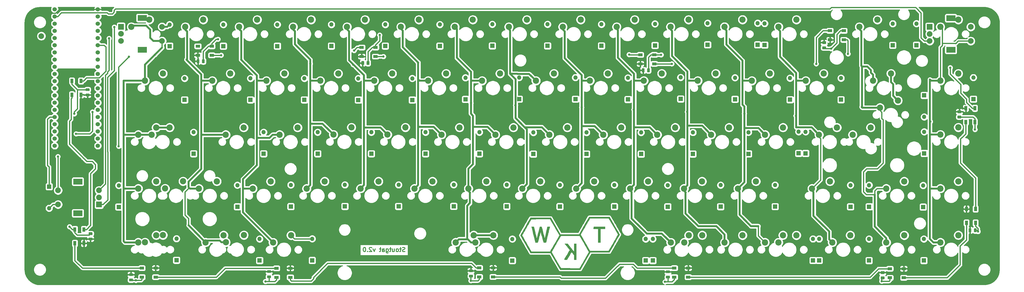
<source format=gbr>
G04 #@! TF.GenerationSoftware,KiCad,Pcbnew,5.1.5+dfsg1-2build2*
G04 #@! TF.CreationDate,2020-08-08T12:50:20+01:00*
G04 #@! TF.ProjectId,stoutgatv2,73746f75-7467-4617-9476-322e6b696361,0.2*
G04 #@! TF.SameCoordinates,Original*
G04 #@! TF.FileFunction,Copper,L2,Bot*
G04 #@! TF.FilePolarity,Positive*
%FSLAX46Y46*%
G04 Gerber Fmt 4.6, Leading zero omitted, Abs format (unit mm)*
G04 Created by KiCad (PCBNEW 5.1.5+dfsg1-2build2) date 2020-08-08 12:50:20*
%MOMM*%
%LPD*%
G04 APERTURE LIST*
%ADD10C,0.300000*%
%ADD11C,0.010000*%
%ADD12C,2.000000*%
%ADD13R,2.000000X2.000000*%
%ADD14R,3.200000X2.000000*%
%ADD15O,1.500000X1.500000*%
%ADD16R,1.500000X1.500000*%
%ADD17C,2.200000*%
%ADD18C,0.100000*%
%ADD19R,1.500000X1.000000*%
%ADD20R,1.000000X1.500000*%
%ADD21C,1.524000*%
%ADD22C,0.800000*%
%ADD23C,0.635000*%
%ADD24C,0.406400*%
%ADD25C,0.254000*%
G04 APERTURE END LIST*
D10*
X182566342Y-172412742D02*
X182352057Y-172484171D01*
X181994914Y-172484171D01*
X181852057Y-172412742D01*
X181780628Y-172341314D01*
X181709200Y-172198457D01*
X181709200Y-172055600D01*
X181780628Y-171912742D01*
X181852057Y-171841314D01*
X181994914Y-171769885D01*
X182280628Y-171698457D01*
X182423485Y-171627028D01*
X182494914Y-171555600D01*
X182566342Y-171412742D01*
X182566342Y-171269885D01*
X182494914Y-171127028D01*
X182423485Y-171055600D01*
X182280628Y-170984171D01*
X181923485Y-170984171D01*
X181709200Y-171055600D01*
X181280628Y-171484171D02*
X180709200Y-171484171D01*
X181066342Y-170984171D02*
X181066342Y-172269885D01*
X180994914Y-172412742D01*
X180852057Y-172484171D01*
X180709200Y-172484171D01*
X179994914Y-172484171D02*
X180137771Y-172412742D01*
X180209200Y-172341314D01*
X180280628Y-172198457D01*
X180280628Y-171769885D01*
X180209200Y-171627028D01*
X180137771Y-171555600D01*
X179994914Y-171484171D01*
X179780628Y-171484171D01*
X179637771Y-171555600D01*
X179566342Y-171627028D01*
X179494914Y-171769885D01*
X179494914Y-172198457D01*
X179566342Y-172341314D01*
X179637771Y-172412742D01*
X179780628Y-172484171D01*
X179994914Y-172484171D01*
X178209200Y-171484171D02*
X178209200Y-172484171D01*
X178852057Y-171484171D02*
X178852057Y-172269885D01*
X178780628Y-172412742D01*
X178637771Y-172484171D01*
X178423485Y-172484171D01*
X178280628Y-172412742D01*
X178209200Y-172341314D01*
X177709200Y-171484171D02*
X177137771Y-171484171D01*
X177494914Y-170984171D02*
X177494914Y-172269885D01*
X177423485Y-172412742D01*
X177280628Y-172484171D01*
X177137771Y-172484171D01*
X175994914Y-171484171D02*
X175994914Y-172698457D01*
X176066342Y-172841314D01*
X176137771Y-172912742D01*
X176280628Y-172984171D01*
X176494914Y-172984171D01*
X176637771Y-172912742D01*
X175994914Y-172412742D02*
X176137771Y-172484171D01*
X176423485Y-172484171D01*
X176566342Y-172412742D01*
X176637771Y-172341314D01*
X176709200Y-172198457D01*
X176709200Y-171769885D01*
X176637771Y-171627028D01*
X176566342Y-171555600D01*
X176423485Y-171484171D01*
X176137771Y-171484171D01*
X175994914Y-171555600D01*
X174637771Y-172484171D02*
X174637771Y-171698457D01*
X174709200Y-171555600D01*
X174852057Y-171484171D01*
X175137771Y-171484171D01*
X175280628Y-171555600D01*
X174637771Y-172412742D02*
X174780628Y-172484171D01*
X175137771Y-172484171D01*
X175280628Y-172412742D01*
X175352057Y-172269885D01*
X175352057Y-172127028D01*
X175280628Y-171984171D01*
X175137771Y-171912742D01*
X174780628Y-171912742D01*
X174637771Y-171841314D01*
X174137771Y-171484171D02*
X173566342Y-171484171D01*
X173923485Y-170984171D02*
X173923485Y-172269885D01*
X173852057Y-172412742D01*
X173709200Y-172484171D01*
X173566342Y-172484171D01*
X172066342Y-171484171D02*
X171709200Y-172484171D01*
X171352057Y-171484171D01*
X170852057Y-171127028D02*
X170780628Y-171055600D01*
X170637771Y-170984171D01*
X170280628Y-170984171D01*
X170137771Y-171055600D01*
X170066342Y-171127028D01*
X169994914Y-171269885D01*
X169994914Y-171412742D01*
X170066342Y-171627028D01*
X170923485Y-172484171D01*
X169994914Y-172484171D01*
X169352057Y-172341314D02*
X169280628Y-172412742D01*
X169352057Y-172484171D01*
X169423485Y-172412742D01*
X169352057Y-172341314D01*
X169352057Y-172484171D01*
X168352057Y-170984171D02*
X168209200Y-170984171D01*
X168066342Y-171055600D01*
X167994914Y-171127028D01*
X167923485Y-171269885D01*
X167852057Y-171555600D01*
X167852057Y-171912742D01*
X167923485Y-172198457D01*
X167994914Y-172341314D01*
X168066342Y-172412742D01*
X168209200Y-172484171D01*
X168352057Y-172484171D01*
X168494914Y-172412742D01*
X168566342Y-172341314D01*
X168637771Y-172198457D01*
X168709200Y-171912742D01*
X168709200Y-171555600D01*
X168637771Y-171269885D01*
X168566342Y-171127028D01*
X168494914Y-171055600D01*
X168352057Y-170984171D01*
D11*
G36*
X230531961Y-163625345D02*
G01*
X230239391Y-163642322D01*
X229698093Y-165715674D01*
X229576144Y-166180858D01*
X229462415Y-166611014D01*
X229360170Y-166994061D01*
X229272678Y-167317921D01*
X229203205Y-167570511D01*
X229155019Y-167739753D01*
X229131386Y-167813566D01*
X229130179Y-167815642D01*
X229112404Y-167768567D01*
X229073139Y-167622967D01*
X229015188Y-167390557D01*
X228941357Y-167083055D01*
X228854450Y-166712177D01*
X228757273Y-166289642D01*
X228652630Y-165827166D01*
X228630442Y-165728178D01*
X228157319Y-163614100D01*
X227288171Y-163614100D01*
X227357746Y-163910433D01*
X227416439Y-164157765D01*
X227492804Y-164475478D01*
X227583701Y-164850833D01*
X227685989Y-165271091D01*
X227796528Y-165723514D01*
X227912178Y-166195362D01*
X228029799Y-166673898D01*
X228146251Y-167146382D01*
X228258392Y-167600076D01*
X228363084Y-168022241D01*
X228457185Y-168400140D01*
X228537555Y-168721032D01*
X228601056Y-168972179D01*
X228644545Y-169140843D01*
X228664882Y-169214285D01*
X228665684Y-169216211D01*
X228730568Y-169236921D01*
X228877809Y-169252006D01*
X229076907Y-169258485D01*
X229098625Y-169258544D01*
X229506125Y-169258544D01*
X229611011Y-168849322D01*
X229695953Y-168520620D01*
X229792432Y-168151812D01*
X229896429Y-167757811D01*
X230003925Y-167353528D01*
X230110901Y-166953877D01*
X230213339Y-166573768D01*
X230307218Y-166228115D01*
X230388521Y-165931830D01*
X230453228Y-165699825D01*
X230497321Y-165547013D01*
X230516780Y-165488305D01*
X230516842Y-165488239D01*
X230543258Y-165522825D01*
X230584037Y-165636612D01*
X230605301Y-165710958D01*
X230638847Y-165834865D01*
X230697281Y-166048930D01*
X230775472Y-166334485D01*
X230868290Y-166672863D01*
X230970601Y-167045399D01*
X231077277Y-167433423D01*
X231183184Y-167818271D01*
X231283193Y-168181274D01*
X231372173Y-168503765D01*
X231444991Y-168767079D01*
X231483482Y-168905766D01*
X231581637Y-169258544D01*
X231997488Y-169258544D01*
X232248626Y-169249628D01*
X232393429Y-169222322D01*
X232435807Y-169187989D01*
X232459724Y-169099420D01*
X232500190Y-168937172D01*
X232545068Y-168750544D01*
X232577894Y-168613789D01*
X232634120Y-168381828D01*
X232710226Y-168069090D01*
X232802693Y-167690001D01*
X232908001Y-167258989D01*
X233022630Y-166790480D01*
X233143062Y-166298902D01*
X233164762Y-166210393D01*
X233283700Y-165724109D01*
X233395407Y-165265029D01*
X233496711Y-164846365D01*
X233584438Y-164481329D01*
X233655419Y-164183132D01*
X233706479Y-163964987D01*
X233734447Y-163840105D01*
X233737345Y-163825615D01*
X233777026Y-163614100D01*
X232927909Y-163614100D01*
X232815402Y-164107989D01*
X232773020Y-164294816D01*
X232710421Y-164571818D01*
X232632105Y-164919019D01*
X232542576Y-165316445D01*
X232446336Y-165744121D01*
X232347888Y-166182072D01*
X232344678Y-166196356D01*
X232252097Y-166602870D01*
X232165812Y-166971160D01*
X232089234Y-167287498D01*
X232025772Y-167538159D01*
X231978835Y-167709415D01*
X231951833Y-167787540D01*
X231948614Y-167790911D01*
X231912592Y-167742136D01*
X231875210Y-167623049D01*
X231871780Y-167607544D01*
X231847693Y-167506743D01*
X231799161Y-167313482D01*
X231730529Y-167044459D01*
X231646145Y-166716369D01*
X231550354Y-166345910D01*
X231447504Y-165949777D01*
X231341940Y-165544667D01*
X231238010Y-165147277D01*
X231140059Y-164774302D01*
X231052434Y-164442439D01*
X230979482Y-164168384D01*
X230925550Y-163968834D01*
X230908580Y-163907567D01*
X230824531Y-163608367D01*
X230531961Y-163625345D01*
G37*
X230531961Y-163625345D02*
X230239391Y-163642322D01*
X229698093Y-165715674D01*
X229576144Y-166180858D01*
X229462415Y-166611014D01*
X229360170Y-166994061D01*
X229272678Y-167317921D01*
X229203205Y-167570511D01*
X229155019Y-167739753D01*
X229131386Y-167813566D01*
X229130179Y-167815642D01*
X229112404Y-167768567D01*
X229073139Y-167622967D01*
X229015188Y-167390557D01*
X228941357Y-167083055D01*
X228854450Y-166712177D01*
X228757273Y-166289642D01*
X228652630Y-165827166D01*
X228630442Y-165728178D01*
X228157319Y-163614100D01*
X227288171Y-163614100D01*
X227357746Y-163910433D01*
X227416439Y-164157765D01*
X227492804Y-164475478D01*
X227583701Y-164850833D01*
X227685989Y-165271091D01*
X227796528Y-165723514D01*
X227912178Y-166195362D01*
X228029799Y-166673898D01*
X228146251Y-167146382D01*
X228258392Y-167600076D01*
X228363084Y-168022241D01*
X228457185Y-168400140D01*
X228537555Y-168721032D01*
X228601056Y-168972179D01*
X228644545Y-169140843D01*
X228664882Y-169214285D01*
X228665684Y-169216211D01*
X228730568Y-169236921D01*
X228877809Y-169252006D01*
X229076907Y-169258485D01*
X229098625Y-169258544D01*
X229506125Y-169258544D01*
X229611011Y-168849322D01*
X229695953Y-168520620D01*
X229792432Y-168151812D01*
X229896429Y-167757811D01*
X230003925Y-167353528D01*
X230110901Y-166953877D01*
X230213339Y-166573768D01*
X230307218Y-166228115D01*
X230388521Y-165931830D01*
X230453228Y-165699825D01*
X230497321Y-165547013D01*
X230516780Y-165488305D01*
X230516842Y-165488239D01*
X230543258Y-165522825D01*
X230584037Y-165636612D01*
X230605301Y-165710958D01*
X230638847Y-165834865D01*
X230697281Y-166048930D01*
X230775472Y-166334485D01*
X230868290Y-166672863D01*
X230970601Y-167045399D01*
X231077277Y-167433423D01*
X231183184Y-167818271D01*
X231283193Y-168181274D01*
X231372173Y-168503765D01*
X231444991Y-168767079D01*
X231483482Y-168905766D01*
X231581637Y-169258544D01*
X231997488Y-169258544D01*
X232248626Y-169249628D01*
X232393429Y-169222322D01*
X232435807Y-169187989D01*
X232459724Y-169099420D01*
X232500190Y-168937172D01*
X232545068Y-168750544D01*
X232577894Y-168613789D01*
X232634120Y-168381828D01*
X232710226Y-168069090D01*
X232802693Y-167690001D01*
X232908001Y-167258989D01*
X233022630Y-166790480D01*
X233143062Y-166298902D01*
X233164762Y-166210393D01*
X233283700Y-165724109D01*
X233395407Y-165265029D01*
X233496711Y-164846365D01*
X233584438Y-164481329D01*
X233655419Y-164183132D01*
X233706479Y-163964987D01*
X233734447Y-163840105D01*
X233737345Y-163825615D01*
X233777026Y-163614100D01*
X232927909Y-163614100D01*
X232815402Y-164107989D01*
X232773020Y-164294816D01*
X232710421Y-164571818D01*
X232632105Y-164919019D01*
X232542576Y-165316445D01*
X232446336Y-165744121D01*
X232347888Y-166182072D01*
X232344678Y-166196356D01*
X232252097Y-166602870D01*
X232165812Y-166971160D01*
X232089234Y-167287498D01*
X232025772Y-167538159D01*
X231978835Y-167709415D01*
X231951833Y-167787540D01*
X231948614Y-167790911D01*
X231912592Y-167742136D01*
X231875210Y-167623049D01*
X231871780Y-167607544D01*
X231847693Y-167506743D01*
X231799161Y-167313482D01*
X231730529Y-167044459D01*
X231646145Y-166716369D01*
X231550354Y-166345910D01*
X231447504Y-165949777D01*
X231341940Y-165544667D01*
X231238010Y-165147277D01*
X231140059Y-164774302D01*
X231052434Y-164442439D01*
X230979482Y-164168384D01*
X230925550Y-163968834D01*
X230908580Y-163907567D01*
X230824531Y-163608367D01*
X230531961Y-163625345D01*
G36*
X242344018Y-171064766D02*
G01*
X242342400Y-171450392D01*
X242337850Y-171795737D01*
X242330821Y-172085705D01*
X242321765Y-172305204D01*
X242311137Y-172439139D01*
X242301684Y-172474540D01*
X242257833Y-172431370D01*
X242153442Y-172309633D01*
X241997145Y-172119972D01*
X241797577Y-171873032D01*
X241563374Y-171579457D01*
X241303170Y-171249891D01*
X241158684Y-171065563D01*
X240058018Y-169657924D01*
X239559425Y-169655789D01*
X239324511Y-169660427D01*
X239159401Y-169675274D01*
X239082495Y-169698346D01*
X239079647Y-169707536D01*
X239119446Y-169764703D01*
X239220980Y-169896038D01*
X239374023Y-170088730D01*
X239568348Y-170329968D01*
X239793728Y-170606941D01*
X239945129Y-170791668D01*
X240184432Y-171083672D01*
X240399017Y-171347067D01*
X240578696Y-171569219D01*
X240713280Y-171737495D01*
X240792580Y-171839262D01*
X240809553Y-171863505D01*
X240785863Y-171920134D01*
X240710464Y-172061866D01*
X240589966Y-172277142D01*
X240430978Y-172554405D01*
X240240108Y-172882098D01*
X240023965Y-173248664D01*
X239858782Y-173526192D01*
X239626659Y-173915498D01*
X239412776Y-174275711D01*
X239224133Y-174594927D01*
X239067729Y-174861242D01*
X238950563Y-175062752D01*
X238879635Y-175187552D01*
X238861319Y-175222697D01*
X238870316Y-175259854D01*
X238942932Y-175283036D01*
X239095764Y-175294898D01*
X239332883Y-175298100D01*
X239833382Y-175298100D01*
X240620663Y-173971655D01*
X240828272Y-173623784D01*
X241017713Y-173310011D01*
X241181278Y-173042814D01*
X241311258Y-172834667D01*
X241399942Y-172698046D01*
X241439623Y-172645427D01*
X241440337Y-172645211D01*
X241486409Y-172686406D01*
X241588311Y-172798710D01*
X241731201Y-172965199D01*
X241900237Y-173168950D01*
X241908374Y-173178911D01*
X242344018Y-173712611D01*
X242344018Y-175298100D01*
X243134240Y-175298100D01*
X243134240Y-169653655D01*
X242344018Y-169653655D01*
X242344018Y-171064766D01*
G37*
X242344018Y-171064766D02*
X242342400Y-171450392D01*
X242337850Y-171795737D01*
X242330821Y-172085705D01*
X242321765Y-172305204D01*
X242311137Y-172439139D01*
X242301684Y-172474540D01*
X242257833Y-172431370D01*
X242153442Y-172309633D01*
X241997145Y-172119972D01*
X241797577Y-171873032D01*
X241563374Y-171579457D01*
X241303170Y-171249891D01*
X241158684Y-171065563D01*
X240058018Y-169657924D01*
X239559425Y-169655789D01*
X239324511Y-169660427D01*
X239159401Y-169675274D01*
X239082495Y-169698346D01*
X239079647Y-169707536D01*
X239119446Y-169764703D01*
X239220980Y-169896038D01*
X239374023Y-170088730D01*
X239568348Y-170329968D01*
X239793728Y-170606941D01*
X239945129Y-170791668D01*
X240184432Y-171083672D01*
X240399017Y-171347067D01*
X240578696Y-171569219D01*
X240713280Y-171737495D01*
X240792580Y-171839262D01*
X240809553Y-171863505D01*
X240785863Y-171920134D01*
X240710464Y-172061866D01*
X240589966Y-172277142D01*
X240430978Y-172554405D01*
X240240108Y-172882098D01*
X240023965Y-173248664D01*
X239858782Y-173526192D01*
X239626659Y-173915498D01*
X239412776Y-174275711D01*
X239224133Y-174594927D01*
X239067729Y-174861242D01*
X238950563Y-175062752D01*
X238879635Y-175187552D01*
X238861319Y-175222697D01*
X238870316Y-175259854D01*
X238942932Y-175283036D01*
X239095764Y-175294898D01*
X239332883Y-175298100D01*
X239833382Y-175298100D01*
X240620663Y-173971655D01*
X240828272Y-173623784D01*
X241017713Y-173310011D01*
X241181278Y-173042814D01*
X241311258Y-172834667D01*
X241399942Y-172698046D01*
X241439623Y-172645427D01*
X241440337Y-172645211D01*
X241486409Y-172686406D01*
X241588311Y-172798710D01*
X241731201Y-172965199D01*
X241900237Y-173168950D01*
X241908374Y-173178911D01*
X242344018Y-173712611D01*
X242344018Y-175298100D01*
X243134240Y-175298100D01*
X243134240Y-169653655D01*
X242344018Y-169653655D01*
X242344018Y-171064766D01*
G36*
X251248129Y-163627489D02*
G01*
X249258462Y-163642322D01*
X249225082Y-164404322D01*
X250810684Y-164404322D01*
X250810684Y-169258544D01*
X251656139Y-169258544D01*
X251685573Y-164432544D01*
X253237795Y-164401136D01*
X253237795Y-163612656D01*
X251248129Y-163627489D01*
G37*
X251248129Y-163627489D02*
X249258462Y-163642322D01*
X249225082Y-164404322D01*
X250810684Y-164404322D01*
X250810684Y-169258544D01*
X251656139Y-169258544D01*
X251685573Y-164432544D01*
X253237795Y-164401136D01*
X253237795Y-163612656D01*
X251248129Y-163627489D01*
G36*
X247079902Y-161201100D02*
G01*
X246914618Y-161486906D01*
X246703413Y-161852317D01*
X246456786Y-162279158D01*
X246185235Y-162749254D01*
X245899260Y-163244430D01*
X245609357Y-163746512D01*
X245326027Y-164237325D01*
X245302967Y-164277277D01*
X244122018Y-166323344D01*
X237518018Y-166321968D01*
X235826369Y-163387589D01*
X234134720Y-160453211D01*
X226961728Y-160453211D01*
X226674793Y-160947100D01*
X226266854Y-161650092D01*
X225870598Y-162334551D01*
X225489862Y-162993757D01*
X225128483Y-163620991D01*
X224790299Y-164209533D01*
X224479147Y-164752665D01*
X224198865Y-165243666D01*
X223953290Y-165675819D01*
X223746259Y-166042402D01*
X223581610Y-166336697D01*
X223463181Y-166551985D01*
X223394808Y-166681547D01*
X223378684Y-166718544D01*
X223406450Y-166778464D01*
X223487189Y-166929217D01*
X223617063Y-167164084D01*
X223792236Y-167476345D01*
X224008869Y-167859281D01*
X224263126Y-168306173D01*
X224551169Y-168810302D01*
X224869160Y-169364947D01*
X225213262Y-169963390D01*
X225579638Y-170598912D01*
X225964449Y-171264793D01*
X226363860Y-171954314D01*
X226674793Y-172489989D01*
X226961728Y-172983878D01*
X234018462Y-172985038D01*
X234332549Y-173534791D01*
X234425148Y-173696315D01*
X234567051Y-173943105D01*
X234751069Y-174262691D01*
X234970013Y-174642602D01*
X235216695Y-175070367D01*
X235483924Y-175533517D01*
X235764513Y-176019580D01*
X236024256Y-176469322D01*
X237401876Y-178854100D01*
X244576600Y-178854100D01*
X246353086Y-175778071D01*
X248129573Y-172702042D01*
X251489780Y-172701848D01*
X254849986Y-172701655D01*
X254912050Y-172594041D01*
X247602400Y-172594041D01*
X247354731Y-173028848D01*
X247183786Y-173328136D01*
X246980743Y-173682254D01*
X246752136Y-174079918D01*
X246504497Y-174509846D01*
X246244361Y-174960754D01*
X245978261Y-175421360D01*
X245712730Y-175880382D01*
X245454302Y-176326535D01*
X245209509Y-176748538D01*
X244984885Y-177135107D01*
X244786964Y-177474961D01*
X244622280Y-177756815D01*
X244497364Y-177969387D01*
X244418751Y-178101394D01*
X244398060Y-178134887D01*
X244260926Y-178347008D01*
X237690058Y-178317878D01*
X237485964Y-177979211D01*
X237401558Y-177836996D01*
X237271097Y-177614451D01*
X237104787Y-177329119D01*
X236912835Y-176998538D01*
X236705448Y-176640250D01*
X236533476Y-176342322D01*
X236279089Y-175901035D01*
X235993499Y-175405603D01*
X235696970Y-174891182D01*
X235409769Y-174392930D01*
X235152159Y-173946003D01*
X235078854Y-173818822D01*
X234372627Y-172593544D01*
X235912796Y-169924155D01*
X236206632Y-169415196D01*
X236486932Y-168930278D01*
X236747993Y-168479228D01*
X236984112Y-168071873D01*
X237189586Y-167718039D01*
X237358710Y-167427552D01*
X237485781Y-167210239D01*
X237565097Y-167075927D01*
X237585264Y-167042645D01*
X237717563Y-166830524D01*
X241003242Y-166845090D01*
X244288920Y-166859655D01*
X245221469Y-168472609D01*
X245491239Y-168939267D01*
X245783329Y-169444636D01*
X246082193Y-169961812D01*
X246372287Y-170463894D01*
X246638067Y-170923981D01*
X246863987Y-171315171D01*
X246878209Y-171339802D01*
X247602400Y-172594041D01*
X254912050Y-172594041D01*
X256030051Y-170655544D01*
X256314476Y-170162676D01*
X256608422Y-169653843D01*
X256901010Y-169147841D01*
X257181361Y-168663468D01*
X257438594Y-168219520D01*
X257661831Y-167834792D01*
X257840192Y-167528082D01*
X257848302Y-167514163D01*
X258069354Y-167128285D01*
X258241748Y-166813431D01*
X258362382Y-166575691D01*
X258428158Y-166421156D01*
X258433811Y-166380539D01*
X257835576Y-166380539D01*
X257816150Y-166450774D01*
X257743266Y-166609117D01*
X257621551Y-166846881D01*
X257455634Y-167155377D01*
X257250144Y-167525917D01*
X257009710Y-167949811D01*
X256873379Y-168186761D01*
X256603323Y-168654178D01*
X256317652Y-169148914D01*
X256029807Y-169647670D01*
X255753229Y-170127147D01*
X255501362Y-170564045D01*
X255287647Y-170935067D01*
X255221501Y-171049997D01*
X254564240Y-172192338D01*
X251263551Y-172178886D01*
X247962862Y-172165433D01*
X247194949Y-170838989D01*
X246953334Y-170421562D01*
X246672526Y-169936297D01*
X246369824Y-169413095D01*
X246062524Y-168881857D01*
X245767925Y-168372481D01*
X245538130Y-167975072D01*
X244810608Y-166716733D01*
X237162140Y-166716733D01*
X235622827Y-169384638D01*
X235329072Y-169893458D01*
X235048852Y-170378237D01*
X234787871Y-170829146D01*
X234551837Y-171236355D01*
X234346452Y-171590034D01*
X234177424Y-171880353D01*
X234050458Y-172097483D01*
X233971258Y-172231593D01*
X233951216Y-172264665D01*
X233818917Y-172476786D01*
X230532453Y-172462221D01*
X227245989Y-172447655D01*
X226928894Y-171911433D01*
X226680553Y-171489642D01*
X226415189Y-171035641D01*
X226138493Y-170559441D01*
X225856160Y-170071051D01*
X225573883Y-169580479D01*
X225297357Y-169097736D01*
X225032275Y-168632832D01*
X224784331Y-168195775D01*
X224559219Y-167796575D01*
X224362633Y-167445242D01*
X224200265Y-167151785D01*
X224077811Y-166926214D01*
X224000964Y-166778538D01*
X223975383Y-166719266D01*
X224002829Y-166656216D01*
X224081379Y-166505591D01*
X224205351Y-166277381D01*
X224369064Y-165981580D01*
X224566834Y-165628176D01*
X224792979Y-165227163D01*
X225041819Y-164788531D01*
X225307669Y-164322271D01*
X225584849Y-163838375D01*
X225867676Y-163346834D01*
X226150468Y-162857639D01*
X226427543Y-162380782D01*
X226693219Y-161926253D01*
X226929037Y-161525655D01*
X227245989Y-160989433D01*
X230532346Y-160974868D01*
X233818703Y-160960302D01*
X233955838Y-161172423D01*
X234007204Y-161257055D01*
X234108346Y-161428248D01*
X234252729Y-161674722D01*
X234433822Y-161985195D01*
X234645092Y-162348385D01*
X234880007Y-162753010D01*
X235132033Y-163187789D01*
X235394638Y-163641440D01*
X235661290Y-164102682D01*
X235925455Y-164560232D01*
X236180602Y-165002810D01*
X236420197Y-165419133D01*
X236637709Y-165797921D01*
X236826603Y-166127891D01*
X236913490Y-166280194D01*
X237162140Y-166716733D01*
X244810608Y-166716733D01*
X244649224Y-166437600D01*
X244833008Y-166112405D01*
X244927777Y-165945921D01*
X245071103Y-165695724D01*
X245254927Y-165375766D01*
X245471193Y-164999999D01*
X245711842Y-164582378D01*
X245968817Y-164136855D01*
X246234059Y-163677382D01*
X246499512Y-163217912D01*
X246757116Y-162772398D01*
X246998815Y-162354793D01*
X247216551Y-161979050D01*
X247402265Y-161659121D01*
X247547900Y-161408959D01*
X247644859Y-161243433D01*
X247961115Y-160707211D01*
X254563365Y-160707211D01*
X254880468Y-161243433D01*
X255017669Y-161476751D01*
X255190856Y-161773339D01*
X255393669Y-162122141D01*
X255619749Y-162512102D01*
X255862736Y-162932168D01*
X256116271Y-163371283D01*
X256373995Y-163818393D01*
X256629548Y-164262443D01*
X256876571Y-164692378D01*
X257108705Y-165097142D01*
X257319591Y-165465681D01*
X257502868Y-165786940D01*
X257652179Y-166049865D01*
X257761162Y-166243399D01*
X257823460Y-166356489D01*
X257835576Y-166380539D01*
X258433811Y-166380539D01*
X258437081Y-166357052D01*
X258398891Y-166296054D01*
X258310658Y-166147957D01*
X258178653Y-165923501D01*
X258009149Y-165633428D01*
X257808415Y-165288478D01*
X257582723Y-164899392D01*
X257338344Y-164476911D01*
X257247545Y-164319655D01*
X256991252Y-163875757D01*
X256745813Y-163451025D01*
X256518508Y-163058029D01*
X256316616Y-162709339D01*
X256147418Y-162417527D01*
X256018192Y-162195163D01*
X255936218Y-162054817D01*
X255923745Y-162033655D01*
X255829627Y-161873025D01*
X255694833Y-161640929D01*
X255534718Y-161363904D01*
X255364638Y-161068484D01*
X255294957Y-160947100D01*
X254849838Y-160170989D01*
X247675887Y-160170989D01*
X247079902Y-161201100D01*
G37*
X247079902Y-161201100D02*
X246914618Y-161486906D01*
X246703413Y-161852317D01*
X246456786Y-162279158D01*
X246185235Y-162749254D01*
X245899260Y-163244430D01*
X245609357Y-163746512D01*
X245326027Y-164237325D01*
X245302967Y-164277277D01*
X244122018Y-166323344D01*
X237518018Y-166321968D01*
X235826369Y-163387589D01*
X234134720Y-160453211D01*
X226961728Y-160453211D01*
X226674793Y-160947100D01*
X226266854Y-161650092D01*
X225870598Y-162334551D01*
X225489862Y-162993757D01*
X225128483Y-163620991D01*
X224790299Y-164209533D01*
X224479147Y-164752665D01*
X224198865Y-165243666D01*
X223953290Y-165675819D01*
X223746259Y-166042402D01*
X223581610Y-166336697D01*
X223463181Y-166551985D01*
X223394808Y-166681547D01*
X223378684Y-166718544D01*
X223406450Y-166778464D01*
X223487189Y-166929217D01*
X223617063Y-167164084D01*
X223792236Y-167476345D01*
X224008869Y-167859281D01*
X224263126Y-168306173D01*
X224551169Y-168810302D01*
X224869160Y-169364947D01*
X225213262Y-169963390D01*
X225579638Y-170598912D01*
X225964449Y-171264793D01*
X226363860Y-171954314D01*
X226674793Y-172489989D01*
X226961728Y-172983878D01*
X234018462Y-172985038D01*
X234332549Y-173534791D01*
X234425148Y-173696315D01*
X234567051Y-173943105D01*
X234751069Y-174262691D01*
X234970013Y-174642602D01*
X235216695Y-175070367D01*
X235483924Y-175533517D01*
X235764513Y-176019580D01*
X236024256Y-176469322D01*
X237401876Y-178854100D01*
X244576600Y-178854100D01*
X246353086Y-175778071D01*
X248129573Y-172702042D01*
X251489780Y-172701848D01*
X254849986Y-172701655D01*
X254912050Y-172594041D01*
X247602400Y-172594041D01*
X247354731Y-173028848D01*
X247183786Y-173328136D01*
X246980743Y-173682254D01*
X246752136Y-174079918D01*
X246504497Y-174509846D01*
X246244361Y-174960754D01*
X245978261Y-175421360D01*
X245712730Y-175880382D01*
X245454302Y-176326535D01*
X245209509Y-176748538D01*
X244984885Y-177135107D01*
X244786964Y-177474961D01*
X244622280Y-177756815D01*
X244497364Y-177969387D01*
X244418751Y-178101394D01*
X244398060Y-178134887D01*
X244260926Y-178347008D01*
X237690058Y-178317878D01*
X237485964Y-177979211D01*
X237401558Y-177836996D01*
X237271097Y-177614451D01*
X237104787Y-177329119D01*
X236912835Y-176998538D01*
X236705448Y-176640250D01*
X236533476Y-176342322D01*
X236279089Y-175901035D01*
X235993499Y-175405603D01*
X235696970Y-174891182D01*
X235409769Y-174392930D01*
X235152159Y-173946003D01*
X235078854Y-173818822D01*
X234372627Y-172593544D01*
X235912796Y-169924155D01*
X236206632Y-169415196D01*
X236486932Y-168930278D01*
X236747993Y-168479228D01*
X236984112Y-168071873D01*
X237189586Y-167718039D01*
X237358710Y-167427552D01*
X237485781Y-167210239D01*
X237565097Y-167075927D01*
X237585264Y-167042645D01*
X237717563Y-166830524D01*
X241003242Y-166845090D01*
X244288920Y-166859655D01*
X245221469Y-168472609D01*
X245491239Y-168939267D01*
X245783329Y-169444636D01*
X246082193Y-169961812D01*
X246372287Y-170463894D01*
X246638067Y-170923981D01*
X246863987Y-171315171D01*
X246878209Y-171339802D01*
X247602400Y-172594041D01*
X254912050Y-172594041D01*
X256030051Y-170655544D01*
X256314476Y-170162676D01*
X256608422Y-169653843D01*
X256901010Y-169147841D01*
X257181361Y-168663468D01*
X257438594Y-168219520D01*
X257661831Y-167834792D01*
X257840192Y-167528082D01*
X257848302Y-167514163D01*
X258069354Y-167128285D01*
X258241748Y-166813431D01*
X258362382Y-166575691D01*
X258428158Y-166421156D01*
X258433811Y-166380539D01*
X257835576Y-166380539D01*
X257816150Y-166450774D01*
X257743266Y-166609117D01*
X257621551Y-166846881D01*
X257455634Y-167155377D01*
X257250144Y-167525917D01*
X257009710Y-167949811D01*
X256873379Y-168186761D01*
X256603323Y-168654178D01*
X256317652Y-169148914D01*
X256029807Y-169647670D01*
X255753229Y-170127147D01*
X255501362Y-170564045D01*
X255287647Y-170935067D01*
X255221501Y-171049997D01*
X254564240Y-172192338D01*
X251263551Y-172178886D01*
X247962862Y-172165433D01*
X247194949Y-170838989D01*
X246953334Y-170421562D01*
X246672526Y-169936297D01*
X246369824Y-169413095D01*
X246062524Y-168881857D01*
X245767925Y-168372481D01*
X245538130Y-167975072D01*
X244810608Y-166716733D01*
X237162140Y-166716733D01*
X235622827Y-169384638D01*
X235329072Y-169893458D01*
X235048852Y-170378237D01*
X234787871Y-170829146D01*
X234551837Y-171236355D01*
X234346452Y-171590034D01*
X234177424Y-171880353D01*
X234050458Y-172097483D01*
X233971258Y-172231593D01*
X233951216Y-172264665D01*
X233818917Y-172476786D01*
X230532453Y-172462221D01*
X227245989Y-172447655D01*
X226928894Y-171911433D01*
X226680553Y-171489642D01*
X226415189Y-171035641D01*
X226138493Y-170559441D01*
X225856160Y-170071051D01*
X225573883Y-169580479D01*
X225297357Y-169097736D01*
X225032275Y-168632832D01*
X224784331Y-168195775D01*
X224559219Y-167796575D01*
X224362633Y-167445242D01*
X224200265Y-167151785D01*
X224077811Y-166926214D01*
X224000964Y-166778538D01*
X223975383Y-166719266D01*
X224002829Y-166656216D01*
X224081379Y-166505591D01*
X224205351Y-166277381D01*
X224369064Y-165981580D01*
X224566834Y-165628176D01*
X224792979Y-165227163D01*
X225041819Y-164788531D01*
X225307669Y-164322271D01*
X225584849Y-163838375D01*
X225867676Y-163346834D01*
X226150468Y-162857639D01*
X226427543Y-162380782D01*
X226693219Y-161926253D01*
X226929037Y-161525655D01*
X227245989Y-160989433D01*
X230532346Y-160974868D01*
X233818703Y-160960302D01*
X233955838Y-161172423D01*
X234007204Y-161257055D01*
X234108346Y-161428248D01*
X234252729Y-161674722D01*
X234433822Y-161985195D01*
X234645092Y-162348385D01*
X234880007Y-162753010D01*
X235132033Y-163187789D01*
X235394638Y-163641440D01*
X235661290Y-164102682D01*
X235925455Y-164560232D01*
X236180602Y-165002810D01*
X236420197Y-165419133D01*
X236637709Y-165797921D01*
X236826603Y-166127891D01*
X236913490Y-166280194D01*
X237162140Y-166716733D01*
X244810608Y-166716733D01*
X244649224Y-166437600D01*
X244833008Y-166112405D01*
X244927777Y-165945921D01*
X245071103Y-165695724D01*
X245254927Y-165375766D01*
X245471193Y-164999999D01*
X245711842Y-164582378D01*
X245968817Y-164136855D01*
X246234059Y-163677382D01*
X246499512Y-163217912D01*
X246757116Y-162772398D01*
X246998815Y-162354793D01*
X247216551Y-161979050D01*
X247402265Y-161659121D01*
X247547900Y-161408959D01*
X247644859Y-161243433D01*
X247961115Y-160707211D01*
X254563365Y-160707211D01*
X254880468Y-161243433D01*
X255017669Y-161476751D01*
X255190856Y-161773339D01*
X255393669Y-162122141D01*
X255619749Y-162512102D01*
X255862736Y-162932168D01*
X256116271Y-163371283D01*
X256373995Y-163818393D01*
X256629548Y-164262443D01*
X256876571Y-164692378D01*
X257108705Y-165097142D01*
X257319591Y-165465681D01*
X257502868Y-165786940D01*
X257652179Y-166049865D01*
X257761162Y-166243399D01*
X257823460Y-166356489D01*
X257835576Y-166380539D01*
X258433811Y-166380539D01*
X258437081Y-166357052D01*
X258398891Y-166296054D01*
X258310658Y-166147957D01*
X258178653Y-165923501D01*
X258009149Y-165633428D01*
X257808415Y-165288478D01*
X257582723Y-164899392D01*
X257338344Y-164476911D01*
X257247545Y-164319655D01*
X256991252Y-163875757D01*
X256745813Y-163451025D01*
X256518508Y-163058029D01*
X256316616Y-162709339D01*
X256147418Y-162417527D01*
X256018192Y-162195163D01*
X255936218Y-162054817D01*
X255923745Y-162033655D01*
X255829627Y-161873025D01*
X255694833Y-161640929D01*
X255534718Y-161363904D01*
X255364638Y-161068484D01*
X255294957Y-160947100D01*
X254849838Y-160170989D01*
X247675887Y-160170989D01*
X247079902Y-161201100D01*
D12*
X54089300Y-96215200D03*
D13*
X74498200Y-155803600D03*
D12*
X74498200Y-153303600D03*
X74498200Y-150803600D03*
D14*
X66998200Y-158903600D03*
X66998200Y-147703600D03*
D12*
X59998200Y-155803600D03*
X59998200Y-150803600D03*
D15*
X56845200Y-157124400D03*
D16*
X56845200Y-149504400D03*
D17*
X340791800Y-131114800D03*
X347141800Y-128574800D03*
X347980000Y-112039400D03*
X354330000Y-109499400D03*
X200533000Y-169214800D03*
X206883000Y-166674800D03*
X88341200Y-131114800D03*
X94691200Y-128574800D03*
X350443800Y-121564400D03*
X356793800Y-119024400D03*
X309803800Y-169214800D03*
X316153800Y-166674800D03*
X281279600Y-169214800D03*
X287629600Y-166674800D03*
X119303800Y-169189400D03*
X125653800Y-166649400D03*
X90728800Y-169189400D03*
X97078800Y-166649400D03*
X97840800Y-150139400D03*
X104190800Y-147599400D03*
D15*
X137490200Y-92151200D03*
D16*
X137490200Y-99771200D03*
D15*
X365963200Y-167995600D03*
D16*
X365963200Y-175615600D03*
D15*
X346583000Y-167995600D03*
D16*
X346583000Y-175615600D03*
D15*
X328955400Y-167970200D03*
D16*
X328955400Y-175590200D03*
D15*
X326771000Y-167970200D03*
D16*
X326771000Y-175590200D03*
D15*
X267665200Y-167995600D03*
D16*
X267665200Y-175615600D03*
D15*
X270179800Y-167995600D03*
D16*
X270179800Y-175615600D03*
D15*
X220522800Y-168021000D03*
D16*
X220522800Y-175641000D03*
D15*
X149809200Y-167944800D03*
D16*
X149809200Y-175564800D03*
D15*
X131216400Y-167995600D03*
D16*
X131216400Y-175615600D03*
D15*
X365709200Y-149072600D03*
D16*
X365709200Y-156692600D03*
D15*
X346608400Y-148971000D03*
D16*
X346608400Y-156591000D03*
D15*
X340029800Y-148971000D03*
D16*
X340029800Y-156591000D03*
D15*
X313385200Y-148920200D03*
D16*
X313385200Y-156540200D03*
D15*
X294132000Y-148945600D03*
D16*
X294132000Y-156565600D03*
D15*
X275437600Y-148971000D03*
D16*
X275437600Y-156591000D03*
D15*
X256590800Y-148894800D03*
D16*
X256590800Y-156514800D03*
D15*
X237337600Y-148894800D03*
D16*
X237337600Y-156514800D03*
D15*
X218567000Y-148844000D03*
D16*
X218567000Y-156464000D03*
D15*
X199821800Y-148818600D03*
D16*
X199821800Y-156438600D03*
D15*
X180340000Y-148844000D03*
D16*
X180340000Y-156464000D03*
D15*
X161366200Y-148844000D03*
D16*
X161366200Y-156464000D03*
D15*
X142265400Y-148894800D03*
D16*
X142265400Y-156514800D03*
D15*
X123367800Y-148971000D03*
D16*
X123367800Y-156591000D03*
D15*
X366090200Y-130098800D03*
D16*
X366090200Y-137718800D03*
D15*
X324180200Y-130098800D03*
D16*
X324180200Y-137718800D03*
D15*
X321716400Y-130073400D03*
D16*
X321716400Y-137693400D03*
D15*
X303987200Y-130251200D03*
D16*
X303987200Y-137871200D03*
D15*
X284353000Y-130302000D03*
D16*
X284353000Y-137922000D03*
D15*
X266039600Y-130327400D03*
D16*
X266039600Y-137947400D03*
D15*
X246761000Y-130327400D03*
D16*
X246761000Y-137947400D03*
D15*
X227965000Y-130327400D03*
D16*
X227965000Y-137947400D03*
D15*
X208889600Y-130225800D03*
D16*
X208889600Y-137845800D03*
D15*
X189865000Y-130225800D03*
D16*
X189865000Y-137845800D03*
D15*
X170713400Y-130225800D03*
D16*
X170713400Y-137845800D03*
D15*
X151739600Y-130225800D03*
D16*
X151739600Y-137845800D03*
D15*
X132638800Y-130225800D03*
D16*
X132638800Y-137845800D03*
D15*
X383463800Y-110896400D03*
D16*
X383463800Y-118516400D03*
D15*
X366090200Y-124815600D03*
D16*
X366090200Y-117195600D03*
D15*
X336677000Y-111099600D03*
D16*
X336677000Y-118719600D03*
D15*
X318643000Y-111099600D03*
D16*
X318643000Y-118719600D03*
D15*
X299212000Y-110947200D03*
D16*
X299212000Y-118567200D03*
D15*
X280009600Y-110845600D03*
D16*
X280009600Y-118465600D03*
D15*
X261391400Y-111023400D03*
D16*
X261391400Y-118643400D03*
D15*
X242824000Y-110896400D03*
D16*
X242824000Y-118516400D03*
D15*
X222935800Y-110896400D03*
D16*
X222935800Y-118516400D03*
D15*
X203962000Y-110972600D03*
D16*
X203962000Y-118592600D03*
D15*
X185166000Y-111201200D03*
D16*
X185166000Y-118821200D03*
D15*
X166090600Y-111201200D03*
D16*
X166090600Y-118821200D03*
D15*
X147040600Y-111175800D03*
D16*
X147040600Y-118795800D03*
D15*
X127990600Y-111175800D03*
D16*
X127990600Y-118795800D03*
D15*
X363347000Y-91821000D03*
D16*
X363347000Y-99441000D03*
D15*
X354965000Y-91846400D03*
D16*
X354965000Y-99466400D03*
D15*
X309702200Y-91770200D03*
D16*
X309702200Y-99390200D03*
D15*
X307213000Y-91668600D03*
D16*
X307213000Y-99288600D03*
D15*
X289534600Y-91668600D03*
D16*
X289534600Y-99288600D03*
D15*
X270941800Y-91897200D03*
D16*
X270941800Y-99517200D03*
D15*
X252018800Y-92049600D03*
D16*
X252018800Y-99669600D03*
D15*
X232968800Y-92049600D03*
D16*
X232968800Y-99669600D03*
D15*
X213461600Y-92049600D03*
D16*
X213461600Y-99669600D03*
D15*
X194919600Y-92125800D03*
D16*
X194919600Y-99745800D03*
D15*
X175641000Y-92125800D03*
D16*
X175641000Y-99745800D03*
D15*
X156591000Y-92125800D03*
D16*
X156591000Y-99745800D03*
D15*
X118414800Y-92151200D03*
D16*
X118414800Y-99771200D03*
D15*
X99415600Y-92151200D03*
D16*
X99415600Y-99771200D03*
D15*
X107899200Y-130225800D03*
D16*
X107899200Y-137845800D03*
D15*
X104724200Y-111175800D03*
D16*
X104724200Y-118795800D03*
D15*
X81457800Y-149047200D03*
D16*
X81457800Y-156667200D03*
D15*
X101854000Y-167894000D03*
D16*
X101854000Y-175514000D03*
G04 #@! TA.AperFunction,SMDPad,CuDef*
D18*
G36*
X384391842Y-164223374D02*
G01*
X384415503Y-164226884D01*
X384438707Y-164232696D01*
X384461229Y-164240754D01*
X384482853Y-164250982D01*
X384503370Y-164263279D01*
X384522583Y-164277529D01*
X384540307Y-164293593D01*
X384556371Y-164311317D01*
X384570621Y-164330530D01*
X384582918Y-164351047D01*
X384593146Y-164372671D01*
X384601204Y-164395193D01*
X384607016Y-164418397D01*
X384610526Y-164442058D01*
X384611700Y-164465950D01*
X384611700Y-165378450D01*
X384610526Y-165402342D01*
X384607016Y-165426003D01*
X384601204Y-165449207D01*
X384593146Y-165471729D01*
X384582918Y-165493353D01*
X384570621Y-165513870D01*
X384556371Y-165533083D01*
X384540307Y-165550807D01*
X384522583Y-165566871D01*
X384503370Y-165581121D01*
X384482853Y-165593418D01*
X384461229Y-165603646D01*
X384438707Y-165611704D01*
X384415503Y-165617516D01*
X384391842Y-165621026D01*
X384367950Y-165622200D01*
X383880450Y-165622200D01*
X383856558Y-165621026D01*
X383832897Y-165617516D01*
X383809693Y-165611704D01*
X383787171Y-165603646D01*
X383765547Y-165593418D01*
X383745030Y-165581121D01*
X383725817Y-165566871D01*
X383708093Y-165550807D01*
X383692029Y-165533083D01*
X383677779Y-165513870D01*
X383665482Y-165493353D01*
X383655254Y-165471729D01*
X383647196Y-165449207D01*
X383641384Y-165426003D01*
X383637874Y-165402342D01*
X383636700Y-165378450D01*
X383636700Y-164465950D01*
X383637874Y-164442058D01*
X383641384Y-164418397D01*
X383647196Y-164395193D01*
X383655254Y-164372671D01*
X383665482Y-164351047D01*
X383677779Y-164330530D01*
X383692029Y-164311317D01*
X383708093Y-164293593D01*
X383725817Y-164277529D01*
X383745030Y-164263279D01*
X383765547Y-164250982D01*
X383787171Y-164240754D01*
X383809693Y-164232696D01*
X383832897Y-164226884D01*
X383856558Y-164223374D01*
X383880450Y-164222200D01*
X384367950Y-164222200D01*
X384391842Y-164223374D01*
G37*
G04 #@! TD.AperFunction*
G04 #@! TA.AperFunction,SMDPad,CuDef*
G36*
X382516842Y-164223374D02*
G01*
X382540503Y-164226884D01*
X382563707Y-164232696D01*
X382586229Y-164240754D01*
X382607853Y-164250982D01*
X382628370Y-164263279D01*
X382647583Y-164277529D01*
X382665307Y-164293593D01*
X382681371Y-164311317D01*
X382695621Y-164330530D01*
X382707918Y-164351047D01*
X382718146Y-164372671D01*
X382726204Y-164395193D01*
X382732016Y-164418397D01*
X382735526Y-164442058D01*
X382736700Y-164465950D01*
X382736700Y-165378450D01*
X382735526Y-165402342D01*
X382732016Y-165426003D01*
X382726204Y-165449207D01*
X382718146Y-165471729D01*
X382707918Y-165493353D01*
X382695621Y-165513870D01*
X382681371Y-165533083D01*
X382665307Y-165550807D01*
X382647583Y-165566871D01*
X382628370Y-165581121D01*
X382607853Y-165593418D01*
X382586229Y-165603646D01*
X382563707Y-165611704D01*
X382540503Y-165617516D01*
X382516842Y-165621026D01*
X382492950Y-165622200D01*
X382005450Y-165622200D01*
X381981558Y-165621026D01*
X381957897Y-165617516D01*
X381934693Y-165611704D01*
X381912171Y-165603646D01*
X381890547Y-165593418D01*
X381870030Y-165581121D01*
X381850817Y-165566871D01*
X381833093Y-165550807D01*
X381817029Y-165533083D01*
X381802779Y-165513870D01*
X381790482Y-165493353D01*
X381780254Y-165471729D01*
X381772196Y-165449207D01*
X381766384Y-165426003D01*
X381762874Y-165402342D01*
X381761700Y-165378450D01*
X381761700Y-164465950D01*
X381762874Y-164442058D01*
X381766384Y-164418397D01*
X381772196Y-164395193D01*
X381780254Y-164372671D01*
X381790482Y-164351047D01*
X381802779Y-164330530D01*
X381817029Y-164311317D01*
X381833093Y-164293593D01*
X381850817Y-164277529D01*
X381870030Y-164263279D01*
X381890547Y-164250982D01*
X381912171Y-164240754D01*
X381934693Y-164232696D01*
X381957897Y-164226884D01*
X381981558Y-164223374D01*
X382005450Y-164222200D01*
X382492950Y-164222200D01*
X382516842Y-164223374D01*
G37*
G04 #@! TD.AperFunction*
G04 #@! TA.AperFunction,SMDPad,CuDef*
G36*
X378990942Y-124380074D02*
G01*
X379014603Y-124383584D01*
X379037807Y-124389396D01*
X379060329Y-124397454D01*
X379081953Y-124407682D01*
X379102470Y-124419979D01*
X379121683Y-124434229D01*
X379139407Y-124450293D01*
X379155471Y-124468017D01*
X379169721Y-124487230D01*
X379182018Y-124507747D01*
X379192246Y-124529371D01*
X379200304Y-124551893D01*
X379206116Y-124575097D01*
X379209626Y-124598758D01*
X379210800Y-124622650D01*
X379210800Y-125110150D01*
X379209626Y-125134042D01*
X379206116Y-125157703D01*
X379200304Y-125180907D01*
X379192246Y-125203429D01*
X379182018Y-125225053D01*
X379169721Y-125245570D01*
X379155471Y-125264783D01*
X379139407Y-125282507D01*
X379121683Y-125298571D01*
X379102470Y-125312821D01*
X379081953Y-125325118D01*
X379060329Y-125335346D01*
X379037807Y-125343404D01*
X379014603Y-125349216D01*
X378990942Y-125352726D01*
X378967050Y-125353900D01*
X378054550Y-125353900D01*
X378030658Y-125352726D01*
X378006997Y-125349216D01*
X377983793Y-125343404D01*
X377961271Y-125335346D01*
X377939647Y-125325118D01*
X377919130Y-125312821D01*
X377899917Y-125298571D01*
X377882193Y-125282507D01*
X377866129Y-125264783D01*
X377851879Y-125245570D01*
X377839582Y-125225053D01*
X377829354Y-125203429D01*
X377821296Y-125180907D01*
X377815484Y-125157703D01*
X377811974Y-125134042D01*
X377810800Y-125110150D01*
X377810800Y-124622650D01*
X377811974Y-124598758D01*
X377815484Y-124575097D01*
X377821296Y-124551893D01*
X377829354Y-124529371D01*
X377839582Y-124507747D01*
X377851879Y-124487230D01*
X377866129Y-124468017D01*
X377882193Y-124450293D01*
X377899917Y-124434229D01*
X377919130Y-124419979D01*
X377939647Y-124407682D01*
X377961271Y-124397454D01*
X377983793Y-124389396D01*
X378006997Y-124383584D01*
X378030658Y-124380074D01*
X378054550Y-124378900D01*
X378967050Y-124378900D01*
X378990942Y-124380074D01*
G37*
G04 #@! TD.AperFunction*
G04 #@! TA.AperFunction,SMDPad,CuDef*
G36*
X378990942Y-122505074D02*
G01*
X379014603Y-122508584D01*
X379037807Y-122514396D01*
X379060329Y-122522454D01*
X379081953Y-122532682D01*
X379102470Y-122544979D01*
X379121683Y-122559229D01*
X379139407Y-122575293D01*
X379155471Y-122593017D01*
X379169721Y-122612230D01*
X379182018Y-122632747D01*
X379192246Y-122654371D01*
X379200304Y-122676893D01*
X379206116Y-122700097D01*
X379209626Y-122723758D01*
X379210800Y-122747650D01*
X379210800Y-123235150D01*
X379209626Y-123259042D01*
X379206116Y-123282703D01*
X379200304Y-123305907D01*
X379192246Y-123328429D01*
X379182018Y-123350053D01*
X379169721Y-123370570D01*
X379155471Y-123389783D01*
X379139407Y-123407507D01*
X379121683Y-123423571D01*
X379102470Y-123437821D01*
X379081953Y-123450118D01*
X379060329Y-123460346D01*
X379037807Y-123468404D01*
X379014603Y-123474216D01*
X378990942Y-123477726D01*
X378967050Y-123478900D01*
X378054550Y-123478900D01*
X378030658Y-123477726D01*
X378006997Y-123474216D01*
X377983793Y-123468404D01*
X377961271Y-123460346D01*
X377939647Y-123450118D01*
X377919130Y-123437821D01*
X377899917Y-123423571D01*
X377882193Y-123407507D01*
X377866129Y-123389783D01*
X377851879Y-123370570D01*
X377839582Y-123350053D01*
X377829354Y-123328429D01*
X377821296Y-123305907D01*
X377815484Y-123282703D01*
X377811974Y-123259042D01*
X377810800Y-123235150D01*
X377810800Y-122747650D01*
X377811974Y-122723758D01*
X377815484Y-122700097D01*
X377821296Y-122676893D01*
X377829354Y-122654371D01*
X377839582Y-122632747D01*
X377851879Y-122612230D01*
X377866129Y-122593017D01*
X377882193Y-122575293D01*
X377899917Y-122559229D01*
X377919130Y-122544979D01*
X377939647Y-122532682D01*
X377961271Y-122522454D01*
X377983793Y-122514396D01*
X378006997Y-122508584D01*
X378030658Y-122505074D01*
X378054550Y-122503900D01*
X378967050Y-122503900D01*
X378990942Y-122505074D01*
G37*
G04 #@! TD.AperFunction*
G04 #@! TA.AperFunction,SMDPad,CuDef*
G36*
X275993942Y-180996674D02*
G01*
X276017603Y-181000184D01*
X276040807Y-181005996D01*
X276063329Y-181014054D01*
X276084953Y-181024282D01*
X276105470Y-181036579D01*
X276124683Y-181050829D01*
X276142407Y-181066893D01*
X276158471Y-181084617D01*
X276172721Y-181103830D01*
X276185018Y-181124347D01*
X276195246Y-181145971D01*
X276203304Y-181168493D01*
X276209116Y-181191697D01*
X276212626Y-181215358D01*
X276213800Y-181239250D01*
X276213800Y-181726750D01*
X276212626Y-181750642D01*
X276209116Y-181774303D01*
X276203304Y-181797507D01*
X276195246Y-181820029D01*
X276185018Y-181841653D01*
X276172721Y-181862170D01*
X276158471Y-181881383D01*
X276142407Y-181899107D01*
X276124683Y-181915171D01*
X276105470Y-181929421D01*
X276084953Y-181941718D01*
X276063329Y-181951946D01*
X276040807Y-181960004D01*
X276017603Y-181965816D01*
X275993942Y-181969326D01*
X275970050Y-181970500D01*
X275057550Y-181970500D01*
X275033658Y-181969326D01*
X275009997Y-181965816D01*
X274986793Y-181960004D01*
X274964271Y-181951946D01*
X274942647Y-181941718D01*
X274922130Y-181929421D01*
X274902917Y-181915171D01*
X274885193Y-181899107D01*
X274869129Y-181881383D01*
X274854879Y-181862170D01*
X274842582Y-181841653D01*
X274832354Y-181820029D01*
X274824296Y-181797507D01*
X274818484Y-181774303D01*
X274814974Y-181750642D01*
X274813800Y-181726750D01*
X274813800Y-181239250D01*
X274814974Y-181215358D01*
X274818484Y-181191697D01*
X274824296Y-181168493D01*
X274832354Y-181145971D01*
X274842582Y-181124347D01*
X274854879Y-181103830D01*
X274869129Y-181084617D01*
X274885193Y-181066893D01*
X274902917Y-181050829D01*
X274922130Y-181036579D01*
X274942647Y-181024282D01*
X274964271Y-181014054D01*
X274986793Y-181005996D01*
X275009997Y-181000184D01*
X275033658Y-180996674D01*
X275057550Y-180995500D01*
X275970050Y-180995500D01*
X275993942Y-180996674D01*
G37*
G04 #@! TD.AperFunction*
G04 #@! TA.AperFunction,SMDPad,CuDef*
G36*
X275993942Y-179121674D02*
G01*
X276017603Y-179125184D01*
X276040807Y-179130996D01*
X276063329Y-179139054D01*
X276084953Y-179149282D01*
X276105470Y-179161579D01*
X276124683Y-179175829D01*
X276142407Y-179191893D01*
X276158471Y-179209617D01*
X276172721Y-179228830D01*
X276185018Y-179249347D01*
X276195246Y-179270971D01*
X276203304Y-179293493D01*
X276209116Y-179316697D01*
X276212626Y-179340358D01*
X276213800Y-179364250D01*
X276213800Y-179851750D01*
X276212626Y-179875642D01*
X276209116Y-179899303D01*
X276203304Y-179922507D01*
X276195246Y-179945029D01*
X276185018Y-179966653D01*
X276172721Y-179987170D01*
X276158471Y-180006383D01*
X276142407Y-180024107D01*
X276124683Y-180040171D01*
X276105470Y-180054421D01*
X276084953Y-180066718D01*
X276063329Y-180076946D01*
X276040807Y-180085004D01*
X276017603Y-180090816D01*
X275993942Y-180094326D01*
X275970050Y-180095500D01*
X275057550Y-180095500D01*
X275033658Y-180094326D01*
X275009997Y-180090816D01*
X274986793Y-180085004D01*
X274964271Y-180076946D01*
X274942647Y-180066718D01*
X274922130Y-180054421D01*
X274902917Y-180040171D01*
X274885193Y-180024107D01*
X274869129Y-180006383D01*
X274854879Y-179987170D01*
X274842582Y-179966653D01*
X274832354Y-179945029D01*
X274824296Y-179922507D01*
X274818484Y-179899303D01*
X274814974Y-179875642D01*
X274813800Y-179851750D01*
X274813800Y-179364250D01*
X274814974Y-179340358D01*
X274818484Y-179316697D01*
X274824296Y-179293493D01*
X274832354Y-179270971D01*
X274842582Y-179249347D01*
X274854879Y-179228830D01*
X274869129Y-179209617D01*
X274885193Y-179191893D01*
X274902917Y-179175829D01*
X274922130Y-179161579D01*
X274942647Y-179149282D01*
X274964271Y-179139054D01*
X274986793Y-179130996D01*
X275009997Y-179125184D01*
X275033658Y-179121674D01*
X275057550Y-179120500D01*
X275970050Y-179120500D01*
X275993942Y-179121674D01*
G37*
G04 #@! TD.AperFunction*
G04 #@! TA.AperFunction,SMDPad,CuDef*
G36*
X111593542Y-104431774D02*
G01*
X111617203Y-104435284D01*
X111640407Y-104441096D01*
X111662929Y-104449154D01*
X111684553Y-104459382D01*
X111705070Y-104471679D01*
X111724283Y-104485929D01*
X111742007Y-104501993D01*
X111758071Y-104519717D01*
X111772321Y-104538930D01*
X111784618Y-104559447D01*
X111794846Y-104581071D01*
X111802904Y-104603593D01*
X111808716Y-104626797D01*
X111812226Y-104650458D01*
X111813400Y-104674350D01*
X111813400Y-105586850D01*
X111812226Y-105610742D01*
X111808716Y-105634403D01*
X111802904Y-105657607D01*
X111794846Y-105680129D01*
X111784618Y-105701753D01*
X111772321Y-105722270D01*
X111758071Y-105741483D01*
X111742007Y-105759207D01*
X111724283Y-105775271D01*
X111705070Y-105789521D01*
X111684553Y-105801818D01*
X111662929Y-105812046D01*
X111640407Y-105820104D01*
X111617203Y-105825916D01*
X111593542Y-105829426D01*
X111569650Y-105830600D01*
X111082150Y-105830600D01*
X111058258Y-105829426D01*
X111034597Y-105825916D01*
X111011393Y-105820104D01*
X110988871Y-105812046D01*
X110967247Y-105801818D01*
X110946730Y-105789521D01*
X110927517Y-105775271D01*
X110909793Y-105759207D01*
X110893729Y-105741483D01*
X110879479Y-105722270D01*
X110867182Y-105701753D01*
X110856954Y-105680129D01*
X110848896Y-105657607D01*
X110843084Y-105634403D01*
X110839574Y-105610742D01*
X110838400Y-105586850D01*
X110838400Y-104674350D01*
X110839574Y-104650458D01*
X110843084Y-104626797D01*
X110848896Y-104603593D01*
X110856954Y-104581071D01*
X110867182Y-104559447D01*
X110879479Y-104538930D01*
X110893729Y-104519717D01*
X110909793Y-104501993D01*
X110927517Y-104485929D01*
X110946730Y-104471679D01*
X110967247Y-104459382D01*
X110988871Y-104449154D01*
X111011393Y-104441096D01*
X111034597Y-104435284D01*
X111058258Y-104431774D01*
X111082150Y-104430600D01*
X111569650Y-104430600D01*
X111593542Y-104431774D01*
G37*
G04 #@! TD.AperFunction*
G04 #@! TA.AperFunction,SMDPad,CuDef*
G36*
X109718542Y-104431774D02*
G01*
X109742203Y-104435284D01*
X109765407Y-104441096D01*
X109787929Y-104449154D01*
X109809553Y-104459382D01*
X109830070Y-104471679D01*
X109849283Y-104485929D01*
X109867007Y-104501993D01*
X109883071Y-104519717D01*
X109897321Y-104538930D01*
X109909618Y-104559447D01*
X109919846Y-104581071D01*
X109927904Y-104603593D01*
X109933716Y-104626797D01*
X109937226Y-104650458D01*
X109938400Y-104674350D01*
X109938400Y-105586850D01*
X109937226Y-105610742D01*
X109933716Y-105634403D01*
X109927904Y-105657607D01*
X109919846Y-105680129D01*
X109909618Y-105701753D01*
X109897321Y-105722270D01*
X109883071Y-105741483D01*
X109867007Y-105759207D01*
X109849283Y-105775271D01*
X109830070Y-105789521D01*
X109809553Y-105801818D01*
X109787929Y-105812046D01*
X109765407Y-105820104D01*
X109742203Y-105825916D01*
X109718542Y-105829426D01*
X109694650Y-105830600D01*
X109207150Y-105830600D01*
X109183258Y-105829426D01*
X109159597Y-105825916D01*
X109136393Y-105820104D01*
X109113871Y-105812046D01*
X109092247Y-105801818D01*
X109071730Y-105789521D01*
X109052517Y-105775271D01*
X109034793Y-105759207D01*
X109018729Y-105741483D01*
X109004479Y-105722270D01*
X108992182Y-105701753D01*
X108981954Y-105680129D01*
X108973896Y-105657607D01*
X108968084Y-105634403D01*
X108964574Y-105610742D01*
X108963400Y-105586850D01*
X108963400Y-104674350D01*
X108964574Y-104650458D01*
X108968084Y-104626797D01*
X108973896Y-104603593D01*
X108981954Y-104581071D01*
X108992182Y-104559447D01*
X109004479Y-104538930D01*
X109018729Y-104519717D01*
X109034793Y-104501993D01*
X109052517Y-104485929D01*
X109071730Y-104471679D01*
X109092247Y-104459382D01*
X109113871Y-104449154D01*
X109136393Y-104441096D01*
X109159597Y-104435284D01*
X109183258Y-104431774D01*
X109207150Y-104430600D01*
X109694650Y-104430600D01*
X109718542Y-104431774D01*
G37*
G04 #@! TD.AperFunction*
G04 #@! TA.AperFunction,SMDPad,CuDef*
G36*
X331213542Y-99915274D02*
G01*
X331237203Y-99918784D01*
X331260407Y-99924596D01*
X331282929Y-99932654D01*
X331304553Y-99942882D01*
X331325070Y-99955179D01*
X331344283Y-99969429D01*
X331362007Y-99985493D01*
X331378071Y-100003217D01*
X331392321Y-100022430D01*
X331404618Y-100042947D01*
X331414846Y-100064571D01*
X331422904Y-100087093D01*
X331428716Y-100110297D01*
X331432226Y-100133958D01*
X331433400Y-100157850D01*
X331433400Y-100645350D01*
X331432226Y-100669242D01*
X331428716Y-100692903D01*
X331422904Y-100716107D01*
X331414846Y-100738629D01*
X331404618Y-100760253D01*
X331392321Y-100780770D01*
X331378071Y-100799983D01*
X331362007Y-100817707D01*
X331344283Y-100833771D01*
X331325070Y-100848021D01*
X331304553Y-100860318D01*
X331282929Y-100870546D01*
X331260407Y-100878604D01*
X331237203Y-100884416D01*
X331213542Y-100887926D01*
X331189650Y-100889100D01*
X330277150Y-100889100D01*
X330253258Y-100887926D01*
X330229597Y-100884416D01*
X330206393Y-100878604D01*
X330183871Y-100870546D01*
X330162247Y-100860318D01*
X330141730Y-100848021D01*
X330122517Y-100833771D01*
X330104793Y-100817707D01*
X330088729Y-100799983D01*
X330074479Y-100780770D01*
X330062182Y-100760253D01*
X330051954Y-100738629D01*
X330043896Y-100716107D01*
X330038084Y-100692903D01*
X330034574Y-100669242D01*
X330033400Y-100645350D01*
X330033400Y-100157850D01*
X330034574Y-100133958D01*
X330038084Y-100110297D01*
X330043896Y-100087093D01*
X330051954Y-100064571D01*
X330062182Y-100042947D01*
X330074479Y-100022430D01*
X330088729Y-100003217D01*
X330104793Y-99985493D01*
X330122517Y-99969429D01*
X330141730Y-99955179D01*
X330162247Y-99942882D01*
X330183871Y-99932654D01*
X330206393Y-99924596D01*
X330229597Y-99918784D01*
X330253258Y-99915274D01*
X330277150Y-99914100D01*
X331189650Y-99914100D01*
X331213542Y-99915274D01*
G37*
G04 #@! TD.AperFunction*
G04 #@! TA.AperFunction,SMDPad,CuDef*
G36*
X331213542Y-98040274D02*
G01*
X331237203Y-98043784D01*
X331260407Y-98049596D01*
X331282929Y-98057654D01*
X331304553Y-98067882D01*
X331325070Y-98080179D01*
X331344283Y-98094429D01*
X331362007Y-98110493D01*
X331378071Y-98128217D01*
X331392321Y-98147430D01*
X331404618Y-98167947D01*
X331414846Y-98189571D01*
X331422904Y-98212093D01*
X331428716Y-98235297D01*
X331432226Y-98258958D01*
X331433400Y-98282850D01*
X331433400Y-98770350D01*
X331432226Y-98794242D01*
X331428716Y-98817903D01*
X331422904Y-98841107D01*
X331414846Y-98863629D01*
X331404618Y-98885253D01*
X331392321Y-98905770D01*
X331378071Y-98924983D01*
X331362007Y-98942707D01*
X331344283Y-98958771D01*
X331325070Y-98973021D01*
X331304553Y-98985318D01*
X331282929Y-98995546D01*
X331260407Y-99003604D01*
X331237203Y-99009416D01*
X331213542Y-99012926D01*
X331189650Y-99014100D01*
X330277150Y-99014100D01*
X330253258Y-99012926D01*
X330229597Y-99009416D01*
X330206393Y-99003604D01*
X330183871Y-98995546D01*
X330162247Y-98985318D01*
X330141730Y-98973021D01*
X330122517Y-98958771D01*
X330104793Y-98942707D01*
X330088729Y-98924983D01*
X330074479Y-98905770D01*
X330062182Y-98885253D01*
X330051954Y-98863629D01*
X330043896Y-98841107D01*
X330038084Y-98817903D01*
X330034574Y-98794242D01*
X330033400Y-98770350D01*
X330033400Y-98282850D01*
X330034574Y-98258958D01*
X330038084Y-98235297D01*
X330043896Y-98212093D01*
X330051954Y-98189571D01*
X330062182Y-98167947D01*
X330074479Y-98147430D01*
X330088729Y-98128217D01*
X330104793Y-98110493D01*
X330122517Y-98094429D01*
X330141730Y-98080179D01*
X330162247Y-98067882D01*
X330183871Y-98057654D01*
X330206393Y-98049596D01*
X330229597Y-98043784D01*
X330253258Y-98040274D01*
X330277150Y-98039100D01*
X331189650Y-98039100D01*
X331213542Y-98040274D01*
G37*
G04 #@! TD.AperFunction*
G04 #@! TA.AperFunction,SMDPad,CuDef*
G36*
X86281342Y-182012674D02*
G01*
X86305003Y-182016184D01*
X86328207Y-182021996D01*
X86350729Y-182030054D01*
X86372353Y-182040282D01*
X86392870Y-182052579D01*
X86412083Y-182066829D01*
X86429807Y-182082893D01*
X86445871Y-182100617D01*
X86460121Y-182119830D01*
X86472418Y-182140347D01*
X86482646Y-182161971D01*
X86490704Y-182184493D01*
X86496516Y-182207697D01*
X86500026Y-182231358D01*
X86501200Y-182255250D01*
X86501200Y-182742750D01*
X86500026Y-182766642D01*
X86496516Y-182790303D01*
X86490704Y-182813507D01*
X86482646Y-182836029D01*
X86472418Y-182857653D01*
X86460121Y-182878170D01*
X86445871Y-182897383D01*
X86429807Y-182915107D01*
X86412083Y-182931171D01*
X86392870Y-182945421D01*
X86372353Y-182957718D01*
X86350729Y-182967946D01*
X86328207Y-182976004D01*
X86305003Y-182981816D01*
X86281342Y-182985326D01*
X86257450Y-182986500D01*
X85344950Y-182986500D01*
X85321058Y-182985326D01*
X85297397Y-182981816D01*
X85274193Y-182976004D01*
X85251671Y-182967946D01*
X85230047Y-182957718D01*
X85209530Y-182945421D01*
X85190317Y-182931171D01*
X85172593Y-182915107D01*
X85156529Y-182897383D01*
X85142279Y-182878170D01*
X85129982Y-182857653D01*
X85119754Y-182836029D01*
X85111696Y-182813507D01*
X85105884Y-182790303D01*
X85102374Y-182766642D01*
X85101200Y-182742750D01*
X85101200Y-182255250D01*
X85102374Y-182231358D01*
X85105884Y-182207697D01*
X85111696Y-182184493D01*
X85119754Y-182161971D01*
X85129982Y-182140347D01*
X85142279Y-182119830D01*
X85156529Y-182100617D01*
X85172593Y-182082893D01*
X85190317Y-182066829D01*
X85209530Y-182052579D01*
X85230047Y-182040282D01*
X85251671Y-182030054D01*
X85274193Y-182021996D01*
X85297397Y-182016184D01*
X85321058Y-182012674D01*
X85344950Y-182011500D01*
X86257450Y-182011500D01*
X86281342Y-182012674D01*
G37*
G04 #@! TD.AperFunction*
G04 #@! TA.AperFunction,SMDPad,CuDef*
G36*
X86281342Y-180137674D02*
G01*
X86305003Y-180141184D01*
X86328207Y-180146996D01*
X86350729Y-180155054D01*
X86372353Y-180165282D01*
X86392870Y-180177579D01*
X86412083Y-180191829D01*
X86429807Y-180207893D01*
X86445871Y-180225617D01*
X86460121Y-180244830D01*
X86472418Y-180265347D01*
X86482646Y-180286971D01*
X86490704Y-180309493D01*
X86496516Y-180332697D01*
X86500026Y-180356358D01*
X86501200Y-180380250D01*
X86501200Y-180867750D01*
X86500026Y-180891642D01*
X86496516Y-180915303D01*
X86490704Y-180938507D01*
X86482646Y-180961029D01*
X86472418Y-180982653D01*
X86460121Y-181003170D01*
X86445871Y-181022383D01*
X86429807Y-181040107D01*
X86412083Y-181056171D01*
X86392870Y-181070421D01*
X86372353Y-181082718D01*
X86350729Y-181092946D01*
X86328207Y-181101004D01*
X86305003Y-181106816D01*
X86281342Y-181110326D01*
X86257450Y-181111500D01*
X85344950Y-181111500D01*
X85321058Y-181110326D01*
X85297397Y-181106816D01*
X85274193Y-181101004D01*
X85251671Y-181092946D01*
X85230047Y-181082718D01*
X85209530Y-181070421D01*
X85190317Y-181056171D01*
X85172593Y-181040107D01*
X85156529Y-181022383D01*
X85142279Y-181003170D01*
X85129982Y-180982653D01*
X85119754Y-180961029D01*
X85111696Y-180938507D01*
X85105884Y-180915303D01*
X85102374Y-180891642D01*
X85101200Y-180867750D01*
X85101200Y-180380250D01*
X85102374Y-180356358D01*
X85105884Y-180332697D01*
X85111696Y-180309493D01*
X85119754Y-180286971D01*
X85129982Y-180265347D01*
X85142279Y-180244830D01*
X85156529Y-180225617D01*
X85172593Y-180207893D01*
X85190317Y-180191829D01*
X85209530Y-180177579D01*
X85230047Y-180165282D01*
X85251671Y-180155054D01*
X85274193Y-180146996D01*
X85297397Y-180141184D01*
X85321058Y-180137674D01*
X85344950Y-180136500D01*
X86257450Y-180136500D01*
X86281342Y-180137674D01*
G37*
G04 #@! TD.AperFunction*
G04 #@! TA.AperFunction,SMDPad,CuDef*
G36*
X206397942Y-180666474D02*
G01*
X206421603Y-180669984D01*
X206444807Y-180675796D01*
X206467329Y-180683854D01*
X206488953Y-180694082D01*
X206509470Y-180706379D01*
X206528683Y-180720629D01*
X206546407Y-180736693D01*
X206562471Y-180754417D01*
X206576721Y-180773630D01*
X206589018Y-180794147D01*
X206599246Y-180815771D01*
X206607304Y-180838293D01*
X206613116Y-180861497D01*
X206616626Y-180885158D01*
X206617800Y-180909050D01*
X206617800Y-181396550D01*
X206616626Y-181420442D01*
X206613116Y-181444103D01*
X206607304Y-181467307D01*
X206599246Y-181489829D01*
X206589018Y-181511453D01*
X206576721Y-181531970D01*
X206562471Y-181551183D01*
X206546407Y-181568907D01*
X206528683Y-181584971D01*
X206509470Y-181599221D01*
X206488953Y-181611518D01*
X206467329Y-181621746D01*
X206444807Y-181629804D01*
X206421603Y-181635616D01*
X206397942Y-181639126D01*
X206374050Y-181640300D01*
X205461550Y-181640300D01*
X205437658Y-181639126D01*
X205413997Y-181635616D01*
X205390793Y-181629804D01*
X205368271Y-181621746D01*
X205346647Y-181611518D01*
X205326130Y-181599221D01*
X205306917Y-181584971D01*
X205289193Y-181568907D01*
X205273129Y-181551183D01*
X205258879Y-181531970D01*
X205246582Y-181511453D01*
X205236354Y-181489829D01*
X205228296Y-181467307D01*
X205222484Y-181444103D01*
X205218974Y-181420442D01*
X205217800Y-181396550D01*
X205217800Y-180909050D01*
X205218974Y-180885158D01*
X205222484Y-180861497D01*
X205228296Y-180838293D01*
X205236354Y-180815771D01*
X205246582Y-180794147D01*
X205258879Y-180773630D01*
X205273129Y-180754417D01*
X205289193Y-180736693D01*
X205306917Y-180720629D01*
X205326130Y-180706379D01*
X205346647Y-180694082D01*
X205368271Y-180683854D01*
X205390793Y-180675796D01*
X205413997Y-180669984D01*
X205437658Y-180666474D01*
X205461550Y-180665300D01*
X206374050Y-180665300D01*
X206397942Y-180666474D01*
G37*
G04 #@! TD.AperFunction*
G04 #@! TA.AperFunction,SMDPad,CuDef*
G36*
X206397942Y-178791474D02*
G01*
X206421603Y-178794984D01*
X206444807Y-178800796D01*
X206467329Y-178808854D01*
X206488953Y-178819082D01*
X206509470Y-178831379D01*
X206528683Y-178845629D01*
X206546407Y-178861693D01*
X206562471Y-178879417D01*
X206576721Y-178898630D01*
X206589018Y-178919147D01*
X206599246Y-178940771D01*
X206607304Y-178963293D01*
X206613116Y-178986497D01*
X206616626Y-179010158D01*
X206617800Y-179034050D01*
X206617800Y-179521550D01*
X206616626Y-179545442D01*
X206613116Y-179569103D01*
X206607304Y-179592307D01*
X206599246Y-179614829D01*
X206589018Y-179636453D01*
X206576721Y-179656970D01*
X206562471Y-179676183D01*
X206546407Y-179693907D01*
X206528683Y-179709971D01*
X206509470Y-179724221D01*
X206488953Y-179736518D01*
X206467329Y-179746746D01*
X206444807Y-179754804D01*
X206421603Y-179760616D01*
X206397942Y-179764126D01*
X206374050Y-179765300D01*
X205461550Y-179765300D01*
X205437658Y-179764126D01*
X205413997Y-179760616D01*
X205390793Y-179754804D01*
X205368271Y-179746746D01*
X205346647Y-179736518D01*
X205326130Y-179724221D01*
X205306917Y-179709971D01*
X205289193Y-179693907D01*
X205273129Y-179676183D01*
X205258879Y-179656970D01*
X205246582Y-179636453D01*
X205236354Y-179614829D01*
X205228296Y-179592307D01*
X205222484Y-179569103D01*
X205218974Y-179545442D01*
X205217800Y-179521550D01*
X205217800Y-179034050D01*
X205218974Y-179010158D01*
X205222484Y-178986497D01*
X205228296Y-178963293D01*
X205236354Y-178940771D01*
X205246582Y-178919147D01*
X205258879Y-178898630D01*
X205273129Y-178879417D01*
X205289193Y-178861693D01*
X205306917Y-178845629D01*
X205326130Y-178831379D01*
X205346647Y-178819082D01*
X205368271Y-178808854D01*
X205390793Y-178800796D01*
X205413997Y-178794984D01*
X205437658Y-178791474D01*
X205461550Y-178790300D01*
X206374050Y-178790300D01*
X206397942Y-178791474D01*
G37*
G04 #@! TD.AperFunction*
G04 #@! TA.AperFunction,SMDPad,CuDef*
G36*
X135049342Y-180895074D02*
G01*
X135073003Y-180898584D01*
X135096207Y-180904396D01*
X135118729Y-180912454D01*
X135140353Y-180922682D01*
X135160870Y-180934979D01*
X135180083Y-180949229D01*
X135197807Y-180965293D01*
X135213871Y-180983017D01*
X135228121Y-181002230D01*
X135240418Y-181022747D01*
X135250646Y-181044371D01*
X135258704Y-181066893D01*
X135264516Y-181090097D01*
X135268026Y-181113758D01*
X135269200Y-181137650D01*
X135269200Y-181625150D01*
X135268026Y-181649042D01*
X135264516Y-181672703D01*
X135258704Y-181695907D01*
X135250646Y-181718429D01*
X135240418Y-181740053D01*
X135228121Y-181760570D01*
X135213871Y-181779783D01*
X135197807Y-181797507D01*
X135180083Y-181813571D01*
X135160870Y-181827821D01*
X135140353Y-181840118D01*
X135118729Y-181850346D01*
X135096207Y-181858404D01*
X135073003Y-181864216D01*
X135049342Y-181867726D01*
X135025450Y-181868900D01*
X134112950Y-181868900D01*
X134089058Y-181867726D01*
X134065397Y-181864216D01*
X134042193Y-181858404D01*
X134019671Y-181850346D01*
X133998047Y-181840118D01*
X133977530Y-181827821D01*
X133958317Y-181813571D01*
X133940593Y-181797507D01*
X133924529Y-181779783D01*
X133910279Y-181760570D01*
X133897982Y-181740053D01*
X133887754Y-181718429D01*
X133879696Y-181695907D01*
X133873884Y-181672703D01*
X133870374Y-181649042D01*
X133869200Y-181625150D01*
X133869200Y-181137650D01*
X133870374Y-181113758D01*
X133873884Y-181090097D01*
X133879696Y-181066893D01*
X133887754Y-181044371D01*
X133897982Y-181022747D01*
X133910279Y-181002230D01*
X133924529Y-180983017D01*
X133940593Y-180965293D01*
X133958317Y-180949229D01*
X133977530Y-180934979D01*
X133998047Y-180922682D01*
X134019671Y-180912454D01*
X134042193Y-180904396D01*
X134065397Y-180898584D01*
X134089058Y-180895074D01*
X134112950Y-180893900D01*
X135025450Y-180893900D01*
X135049342Y-180895074D01*
G37*
G04 #@! TD.AperFunction*
G04 #@! TA.AperFunction,SMDPad,CuDef*
G36*
X135049342Y-179020074D02*
G01*
X135073003Y-179023584D01*
X135096207Y-179029396D01*
X135118729Y-179037454D01*
X135140353Y-179047682D01*
X135160870Y-179059979D01*
X135180083Y-179074229D01*
X135197807Y-179090293D01*
X135213871Y-179108017D01*
X135228121Y-179127230D01*
X135240418Y-179147747D01*
X135250646Y-179169371D01*
X135258704Y-179191893D01*
X135264516Y-179215097D01*
X135268026Y-179238758D01*
X135269200Y-179262650D01*
X135269200Y-179750150D01*
X135268026Y-179774042D01*
X135264516Y-179797703D01*
X135258704Y-179820907D01*
X135250646Y-179843429D01*
X135240418Y-179865053D01*
X135228121Y-179885570D01*
X135213871Y-179904783D01*
X135197807Y-179922507D01*
X135180083Y-179938571D01*
X135160870Y-179952821D01*
X135140353Y-179965118D01*
X135118729Y-179975346D01*
X135096207Y-179983404D01*
X135073003Y-179989216D01*
X135049342Y-179992726D01*
X135025450Y-179993900D01*
X134112950Y-179993900D01*
X134089058Y-179992726D01*
X134065397Y-179989216D01*
X134042193Y-179983404D01*
X134019671Y-179975346D01*
X133998047Y-179965118D01*
X133977530Y-179952821D01*
X133958317Y-179938571D01*
X133940593Y-179922507D01*
X133924529Y-179904783D01*
X133910279Y-179885570D01*
X133897982Y-179865053D01*
X133887754Y-179843429D01*
X133879696Y-179820907D01*
X133873884Y-179797703D01*
X133870374Y-179774042D01*
X133869200Y-179750150D01*
X133869200Y-179262650D01*
X133870374Y-179238758D01*
X133873884Y-179215097D01*
X133879696Y-179191893D01*
X133887754Y-179169371D01*
X133897982Y-179147747D01*
X133910279Y-179127230D01*
X133924529Y-179108017D01*
X133940593Y-179090293D01*
X133958317Y-179074229D01*
X133977530Y-179059979D01*
X133998047Y-179047682D01*
X134019671Y-179037454D01*
X134042193Y-179029396D01*
X134065397Y-179023584D01*
X134089058Y-179020074D01*
X134112950Y-179018900D01*
X135025450Y-179018900D01*
X135049342Y-179020074D01*
G37*
G04 #@! TD.AperFunction*
G04 #@! TA.AperFunction,SMDPad,CuDef*
G36*
X71955742Y-165631974D02*
G01*
X71979403Y-165635484D01*
X72002607Y-165641296D01*
X72025129Y-165649354D01*
X72046753Y-165659582D01*
X72067270Y-165671879D01*
X72086483Y-165686129D01*
X72104207Y-165702193D01*
X72120271Y-165719917D01*
X72134521Y-165739130D01*
X72146818Y-165759647D01*
X72157046Y-165781271D01*
X72165104Y-165803793D01*
X72170916Y-165826997D01*
X72174426Y-165850658D01*
X72175600Y-165874550D01*
X72175600Y-166362050D01*
X72174426Y-166385942D01*
X72170916Y-166409603D01*
X72165104Y-166432807D01*
X72157046Y-166455329D01*
X72146818Y-166476953D01*
X72134521Y-166497470D01*
X72120271Y-166516683D01*
X72104207Y-166534407D01*
X72086483Y-166550471D01*
X72067270Y-166564721D01*
X72046753Y-166577018D01*
X72025129Y-166587246D01*
X72002607Y-166595304D01*
X71979403Y-166601116D01*
X71955742Y-166604626D01*
X71931850Y-166605800D01*
X71019350Y-166605800D01*
X70995458Y-166604626D01*
X70971797Y-166601116D01*
X70948593Y-166595304D01*
X70926071Y-166587246D01*
X70904447Y-166577018D01*
X70883930Y-166564721D01*
X70864717Y-166550471D01*
X70846993Y-166534407D01*
X70830929Y-166516683D01*
X70816679Y-166497470D01*
X70804382Y-166476953D01*
X70794154Y-166455329D01*
X70786096Y-166432807D01*
X70780284Y-166409603D01*
X70776774Y-166385942D01*
X70775600Y-166362050D01*
X70775600Y-165874550D01*
X70776774Y-165850658D01*
X70780284Y-165826997D01*
X70786096Y-165803793D01*
X70794154Y-165781271D01*
X70804382Y-165759647D01*
X70816679Y-165739130D01*
X70830929Y-165719917D01*
X70846993Y-165702193D01*
X70864717Y-165686129D01*
X70883930Y-165671879D01*
X70904447Y-165659582D01*
X70926071Y-165649354D01*
X70948593Y-165641296D01*
X70971797Y-165635484D01*
X70995458Y-165631974D01*
X71019350Y-165630800D01*
X71931850Y-165630800D01*
X71955742Y-165631974D01*
G37*
G04 #@! TD.AperFunction*
G04 #@! TA.AperFunction,SMDPad,CuDef*
G36*
X71955742Y-167506974D02*
G01*
X71979403Y-167510484D01*
X72002607Y-167516296D01*
X72025129Y-167524354D01*
X72046753Y-167534582D01*
X72067270Y-167546879D01*
X72086483Y-167561129D01*
X72104207Y-167577193D01*
X72120271Y-167594917D01*
X72134521Y-167614130D01*
X72146818Y-167634647D01*
X72157046Y-167656271D01*
X72165104Y-167678793D01*
X72170916Y-167701997D01*
X72174426Y-167725658D01*
X72175600Y-167749550D01*
X72175600Y-168237050D01*
X72174426Y-168260942D01*
X72170916Y-168284603D01*
X72165104Y-168307807D01*
X72157046Y-168330329D01*
X72146818Y-168351953D01*
X72134521Y-168372470D01*
X72120271Y-168391683D01*
X72104207Y-168409407D01*
X72086483Y-168425471D01*
X72067270Y-168439721D01*
X72046753Y-168452018D01*
X72025129Y-168462246D01*
X72002607Y-168470304D01*
X71979403Y-168476116D01*
X71955742Y-168479626D01*
X71931850Y-168480800D01*
X71019350Y-168480800D01*
X70995458Y-168479626D01*
X70971797Y-168476116D01*
X70948593Y-168470304D01*
X70926071Y-168462246D01*
X70904447Y-168452018D01*
X70883930Y-168439721D01*
X70864717Y-168425471D01*
X70846993Y-168409407D01*
X70830929Y-168391683D01*
X70816679Y-168372470D01*
X70804382Y-168351953D01*
X70794154Y-168330329D01*
X70786096Y-168307807D01*
X70780284Y-168284603D01*
X70776774Y-168260942D01*
X70775600Y-168237050D01*
X70775600Y-167749550D01*
X70776774Y-167725658D01*
X70780284Y-167701997D01*
X70786096Y-167678793D01*
X70794154Y-167656271D01*
X70804382Y-167634647D01*
X70816679Y-167614130D01*
X70830929Y-167594917D01*
X70846993Y-167577193D01*
X70864717Y-167561129D01*
X70883930Y-167546879D01*
X70904447Y-167534582D01*
X70926071Y-167524354D01*
X70948593Y-167516296D01*
X70971797Y-167510484D01*
X70995458Y-167506974D01*
X71019350Y-167505800D01*
X71931850Y-167505800D01*
X71955742Y-167506974D01*
G37*
G04 #@! TD.AperFunction*
G04 #@! TA.AperFunction,SMDPad,CuDef*
G36*
X268923442Y-107632174D02*
G01*
X268947103Y-107635684D01*
X268970307Y-107641496D01*
X268992829Y-107649554D01*
X269014453Y-107659782D01*
X269034970Y-107672079D01*
X269054183Y-107686329D01*
X269071907Y-107702393D01*
X269087971Y-107720117D01*
X269102221Y-107739330D01*
X269114518Y-107759847D01*
X269124746Y-107781471D01*
X269132804Y-107803993D01*
X269138616Y-107827197D01*
X269142126Y-107850858D01*
X269143300Y-107874750D01*
X269143300Y-108787250D01*
X269142126Y-108811142D01*
X269138616Y-108834803D01*
X269132804Y-108858007D01*
X269124746Y-108880529D01*
X269114518Y-108902153D01*
X269102221Y-108922670D01*
X269087971Y-108941883D01*
X269071907Y-108959607D01*
X269054183Y-108975671D01*
X269034970Y-108989921D01*
X269014453Y-109002218D01*
X268992829Y-109012446D01*
X268970307Y-109020504D01*
X268947103Y-109026316D01*
X268923442Y-109029826D01*
X268899550Y-109031000D01*
X268412050Y-109031000D01*
X268388158Y-109029826D01*
X268364497Y-109026316D01*
X268341293Y-109020504D01*
X268318771Y-109012446D01*
X268297147Y-109002218D01*
X268276630Y-108989921D01*
X268257417Y-108975671D01*
X268239693Y-108959607D01*
X268223629Y-108941883D01*
X268209379Y-108922670D01*
X268197082Y-108902153D01*
X268186854Y-108880529D01*
X268178796Y-108858007D01*
X268172984Y-108834803D01*
X268169474Y-108811142D01*
X268168300Y-108787250D01*
X268168300Y-107874750D01*
X268169474Y-107850858D01*
X268172984Y-107827197D01*
X268178796Y-107803993D01*
X268186854Y-107781471D01*
X268197082Y-107759847D01*
X268209379Y-107739330D01*
X268223629Y-107720117D01*
X268239693Y-107702393D01*
X268257417Y-107686329D01*
X268276630Y-107672079D01*
X268297147Y-107659782D01*
X268318771Y-107649554D01*
X268341293Y-107641496D01*
X268364497Y-107635684D01*
X268388158Y-107632174D01*
X268412050Y-107631000D01*
X268899550Y-107631000D01*
X268923442Y-107632174D01*
G37*
G04 #@! TD.AperFunction*
G04 #@! TA.AperFunction,SMDPad,CuDef*
G36*
X267048442Y-107632174D02*
G01*
X267072103Y-107635684D01*
X267095307Y-107641496D01*
X267117829Y-107649554D01*
X267139453Y-107659782D01*
X267159970Y-107672079D01*
X267179183Y-107686329D01*
X267196907Y-107702393D01*
X267212971Y-107720117D01*
X267227221Y-107739330D01*
X267239518Y-107759847D01*
X267249746Y-107781471D01*
X267257804Y-107803993D01*
X267263616Y-107827197D01*
X267267126Y-107850858D01*
X267268300Y-107874750D01*
X267268300Y-108787250D01*
X267267126Y-108811142D01*
X267263616Y-108834803D01*
X267257804Y-108858007D01*
X267249746Y-108880529D01*
X267239518Y-108902153D01*
X267227221Y-108922670D01*
X267212971Y-108941883D01*
X267196907Y-108959607D01*
X267179183Y-108975671D01*
X267159970Y-108989921D01*
X267139453Y-109002218D01*
X267117829Y-109012446D01*
X267095307Y-109020504D01*
X267072103Y-109026316D01*
X267048442Y-109029826D01*
X267024550Y-109031000D01*
X266537050Y-109031000D01*
X266513158Y-109029826D01*
X266489497Y-109026316D01*
X266466293Y-109020504D01*
X266443771Y-109012446D01*
X266422147Y-109002218D01*
X266401630Y-108989921D01*
X266382417Y-108975671D01*
X266364693Y-108959607D01*
X266348629Y-108941883D01*
X266334379Y-108922670D01*
X266322082Y-108902153D01*
X266311854Y-108880529D01*
X266303796Y-108858007D01*
X266297984Y-108834803D01*
X266294474Y-108811142D01*
X266293300Y-108787250D01*
X266293300Y-107874750D01*
X266294474Y-107850858D01*
X266297984Y-107827197D01*
X266303796Y-107803993D01*
X266311854Y-107781471D01*
X266322082Y-107759847D01*
X266334379Y-107739330D01*
X266348629Y-107720117D01*
X266364693Y-107702393D01*
X266382417Y-107686329D01*
X266401630Y-107672079D01*
X266422147Y-107659782D01*
X266443771Y-107649554D01*
X266466293Y-107641496D01*
X266489497Y-107635684D01*
X266513158Y-107632174D01*
X266537050Y-107631000D01*
X267024550Y-107631000D01*
X267048442Y-107632174D01*
G37*
G04 #@! TD.AperFunction*
G04 #@! TA.AperFunction,SMDPad,CuDef*
G36*
X70914342Y-114702674D02*
G01*
X70938003Y-114706184D01*
X70961207Y-114711996D01*
X70983729Y-114720054D01*
X71005353Y-114730282D01*
X71025870Y-114742579D01*
X71045083Y-114756829D01*
X71062807Y-114772893D01*
X71078871Y-114790617D01*
X71093121Y-114809830D01*
X71105418Y-114830347D01*
X71115646Y-114851971D01*
X71123704Y-114874493D01*
X71129516Y-114897697D01*
X71133026Y-114921358D01*
X71134200Y-114945250D01*
X71134200Y-115432750D01*
X71133026Y-115456642D01*
X71129516Y-115480303D01*
X71123704Y-115503507D01*
X71115646Y-115526029D01*
X71105418Y-115547653D01*
X71093121Y-115568170D01*
X71078871Y-115587383D01*
X71062807Y-115605107D01*
X71045083Y-115621171D01*
X71025870Y-115635421D01*
X71005353Y-115647718D01*
X70983729Y-115657946D01*
X70961207Y-115666004D01*
X70938003Y-115671816D01*
X70914342Y-115675326D01*
X70890450Y-115676500D01*
X69977950Y-115676500D01*
X69954058Y-115675326D01*
X69930397Y-115671816D01*
X69907193Y-115666004D01*
X69884671Y-115657946D01*
X69863047Y-115647718D01*
X69842530Y-115635421D01*
X69823317Y-115621171D01*
X69805593Y-115605107D01*
X69789529Y-115587383D01*
X69775279Y-115568170D01*
X69762982Y-115547653D01*
X69752754Y-115526029D01*
X69744696Y-115503507D01*
X69738884Y-115480303D01*
X69735374Y-115456642D01*
X69734200Y-115432750D01*
X69734200Y-114945250D01*
X69735374Y-114921358D01*
X69738884Y-114897697D01*
X69744696Y-114874493D01*
X69752754Y-114851971D01*
X69762982Y-114830347D01*
X69775279Y-114809830D01*
X69789529Y-114790617D01*
X69805593Y-114772893D01*
X69823317Y-114756829D01*
X69842530Y-114742579D01*
X69863047Y-114730282D01*
X69884671Y-114720054D01*
X69907193Y-114711996D01*
X69930397Y-114706184D01*
X69954058Y-114702674D01*
X69977950Y-114701500D01*
X70890450Y-114701500D01*
X70914342Y-114702674D01*
G37*
G04 #@! TD.AperFunction*
G04 #@! TA.AperFunction,SMDPad,CuDef*
G36*
X70914342Y-116577674D02*
G01*
X70938003Y-116581184D01*
X70961207Y-116586996D01*
X70983729Y-116595054D01*
X71005353Y-116605282D01*
X71025870Y-116617579D01*
X71045083Y-116631829D01*
X71062807Y-116647893D01*
X71078871Y-116665617D01*
X71093121Y-116684830D01*
X71105418Y-116705347D01*
X71115646Y-116726971D01*
X71123704Y-116749493D01*
X71129516Y-116772697D01*
X71133026Y-116796358D01*
X71134200Y-116820250D01*
X71134200Y-117307750D01*
X71133026Y-117331642D01*
X71129516Y-117355303D01*
X71123704Y-117378507D01*
X71115646Y-117401029D01*
X71105418Y-117422653D01*
X71093121Y-117443170D01*
X71078871Y-117462383D01*
X71062807Y-117480107D01*
X71045083Y-117496171D01*
X71025870Y-117510421D01*
X71005353Y-117522718D01*
X70983729Y-117532946D01*
X70961207Y-117541004D01*
X70938003Y-117546816D01*
X70914342Y-117550326D01*
X70890450Y-117551500D01*
X69977950Y-117551500D01*
X69954058Y-117550326D01*
X69930397Y-117546816D01*
X69907193Y-117541004D01*
X69884671Y-117532946D01*
X69863047Y-117522718D01*
X69842530Y-117510421D01*
X69823317Y-117496171D01*
X69805593Y-117480107D01*
X69789529Y-117462383D01*
X69775279Y-117443170D01*
X69762982Y-117422653D01*
X69752754Y-117401029D01*
X69744696Y-117378507D01*
X69738884Y-117355303D01*
X69735374Y-117331642D01*
X69734200Y-117307750D01*
X69734200Y-116820250D01*
X69735374Y-116796358D01*
X69738884Y-116772697D01*
X69744696Y-116749493D01*
X69752754Y-116726971D01*
X69762982Y-116705347D01*
X69775279Y-116684830D01*
X69789529Y-116665617D01*
X69805593Y-116647893D01*
X69823317Y-116631829D01*
X69842530Y-116617579D01*
X69863047Y-116605282D01*
X69884671Y-116595054D01*
X69907193Y-116586996D01*
X69930397Y-116581184D01*
X69954058Y-116577674D01*
X69977950Y-116576500D01*
X70890450Y-116576500D01*
X70914342Y-116577674D01*
G37*
G04 #@! TD.AperFunction*
G04 #@! TA.AperFunction,SMDPad,CuDef*
G36*
X169812642Y-105041374D02*
G01*
X169836303Y-105044884D01*
X169859507Y-105050696D01*
X169882029Y-105058754D01*
X169903653Y-105068982D01*
X169924170Y-105081279D01*
X169943383Y-105095529D01*
X169961107Y-105111593D01*
X169977171Y-105129317D01*
X169991421Y-105148530D01*
X170003718Y-105169047D01*
X170013946Y-105190671D01*
X170022004Y-105213193D01*
X170027816Y-105236397D01*
X170031326Y-105260058D01*
X170032500Y-105283950D01*
X170032500Y-106196450D01*
X170031326Y-106220342D01*
X170027816Y-106244003D01*
X170022004Y-106267207D01*
X170013946Y-106289729D01*
X170003718Y-106311353D01*
X169991421Y-106331870D01*
X169977171Y-106351083D01*
X169961107Y-106368807D01*
X169943383Y-106384871D01*
X169924170Y-106399121D01*
X169903653Y-106411418D01*
X169882029Y-106421646D01*
X169859507Y-106429704D01*
X169836303Y-106435516D01*
X169812642Y-106439026D01*
X169788750Y-106440200D01*
X169301250Y-106440200D01*
X169277358Y-106439026D01*
X169253697Y-106435516D01*
X169230493Y-106429704D01*
X169207971Y-106421646D01*
X169186347Y-106411418D01*
X169165830Y-106399121D01*
X169146617Y-106384871D01*
X169128893Y-106368807D01*
X169112829Y-106351083D01*
X169098579Y-106331870D01*
X169086282Y-106311353D01*
X169076054Y-106289729D01*
X169067996Y-106267207D01*
X169062184Y-106244003D01*
X169058674Y-106220342D01*
X169057500Y-106196450D01*
X169057500Y-105283950D01*
X169058674Y-105260058D01*
X169062184Y-105236397D01*
X169067996Y-105213193D01*
X169076054Y-105190671D01*
X169086282Y-105169047D01*
X169098579Y-105148530D01*
X169112829Y-105129317D01*
X169128893Y-105111593D01*
X169146617Y-105095529D01*
X169165830Y-105081279D01*
X169186347Y-105068982D01*
X169207971Y-105058754D01*
X169230493Y-105050696D01*
X169253697Y-105044884D01*
X169277358Y-105041374D01*
X169301250Y-105040200D01*
X169788750Y-105040200D01*
X169812642Y-105041374D01*
G37*
G04 #@! TD.AperFunction*
G04 #@! TA.AperFunction,SMDPad,CuDef*
G36*
X167937642Y-105041374D02*
G01*
X167961303Y-105044884D01*
X167984507Y-105050696D01*
X168007029Y-105058754D01*
X168028653Y-105068982D01*
X168049170Y-105081279D01*
X168068383Y-105095529D01*
X168086107Y-105111593D01*
X168102171Y-105129317D01*
X168116421Y-105148530D01*
X168128718Y-105169047D01*
X168138946Y-105190671D01*
X168147004Y-105213193D01*
X168152816Y-105236397D01*
X168156326Y-105260058D01*
X168157500Y-105283950D01*
X168157500Y-106196450D01*
X168156326Y-106220342D01*
X168152816Y-106244003D01*
X168147004Y-106267207D01*
X168138946Y-106289729D01*
X168128718Y-106311353D01*
X168116421Y-106331870D01*
X168102171Y-106351083D01*
X168086107Y-106368807D01*
X168068383Y-106384871D01*
X168049170Y-106399121D01*
X168028653Y-106411418D01*
X168007029Y-106421646D01*
X167984507Y-106429704D01*
X167961303Y-106435516D01*
X167937642Y-106439026D01*
X167913750Y-106440200D01*
X167426250Y-106440200D01*
X167402358Y-106439026D01*
X167378697Y-106435516D01*
X167355493Y-106429704D01*
X167332971Y-106421646D01*
X167311347Y-106411418D01*
X167290830Y-106399121D01*
X167271617Y-106384871D01*
X167253893Y-106368807D01*
X167237829Y-106351083D01*
X167223579Y-106331870D01*
X167211282Y-106311353D01*
X167201054Y-106289729D01*
X167192996Y-106267207D01*
X167187184Y-106244003D01*
X167183674Y-106220342D01*
X167182500Y-106196450D01*
X167182500Y-105283950D01*
X167183674Y-105260058D01*
X167187184Y-105236397D01*
X167192996Y-105213193D01*
X167201054Y-105190671D01*
X167211282Y-105169047D01*
X167223579Y-105148530D01*
X167237829Y-105129317D01*
X167253893Y-105111593D01*
X167271617Y-105095529D01*
X167290830Y-105081279D01*
X167311347Y-105068982D01*
X167332971Y-105058754D01*
X167355493Y-105050696D01*
X167378697Y-105044884D01*
X167402358Y-105041374D01*
X167426250Y-105040200D01*
X167913750Y-105040200D01*
X167937642Y-105041374D01*
G37*
G04 #@! TD.AperFunction*
G04 #@! TA.AperFunction,SMDPad,CuDef*
G36*
X351863742Y-181276074D02*
G01*
X351887403Y-181279584D01*
X351910607Y-181285396D01*
X351933129Y-181293454D01*
X351954753Y-181303682D01*
X351975270Y-181315979D01*
X351994483Y-181330229D01*
X352012207Y-181346293D01*
X352028271Y-181364017D01*
X352042521Y-181383230D01*
X352054818Y-181403747D01*
X352065046Y-181425371D01*
X352073104Y-181447893D01*
X352078916Y-181471097D01*
X352082426Y-181494758D01*
X352083600Y-181518650D01*
X352083600Y-182006150D01*
X352082426Y-182030042D01*
X352078916Y-182053703D01*
X352073104Y-182076907D01*
X352065046Y-182099429D01*
X352054818Y-182121053D01*
X352042521Y-182141570D01*
X352028271Y-182160783D01*
X352012207Y-182178507D01*
X351994483Y-182194571D01*
X351975270Y-182208821D01*
X351954753Y-182221118D01*
X351933129Y-182231346D01*
X351910607Y-182239404D01*
X351887403Y-182245216D01*
X351863742Y-182248726D01*
X351839850Y-182249900D01*
X350927350Y-182249900D01*
X350903458Y-182248726D01*
X350879797Y-182245216D01*
X350856593Y-182239404D01*
X350834071Y-182231346D01*
X350812447Y-182221118D01*
X350791930Y-182208821D01*
X350772717Y-182194571D01*
X350754993Y-182178507D01*
X350738929Y-182160783D01*
X350724679Y-182141570D01*
X350712382Y-182121053D01*
X350702154Y-182099429D01*
X350694096Y-182076907D01*
X350688284Y-182053703D01*
X350684774Y-182030042D01*
X350683600Y-182006150D01*
X350683600Y-181518650D01*
X350684774Y-181494758D01*
X350688284Y-181471097D01*
X350694096Y-181447893D01*
X350702154Y-181425371D01*
X350712382Y-181403747D01*
X350724679Y-181383230D01*
X350738929Y-181364017D01*
X350754993Y-181346293D01*
X350772717Y-181330229D01*
X350791930Y-181315979D01*
X350812447Y-181303682D01*
X350834071Y-181293454D01*
X350856593Y-181285396D01*
X350879797Y-181279584D01*
X350903458Y-181276074D01*
X350927350Y-181274900D01*
X351839850Y-181274900D01*
X351863742Y-181276074D01*
G37*
G04 #@! TD.AperFunction*
G04 #@! TA.AperFunction,SMDPad,CuDef*
G36*
X351863742Y-179401074D02*
G01*
X351887403Y-179404584D01*
X351910607Y-179410396D01*
X351933129Y-179418454D01*
X351954753Y-179428682D01*
X351975270Y-179440979D01*
X351994483Y-179455229D01*
X352012207Y-179471293D01*
X352028271Y-179489017D01*
X352042521Y-179508230D01*
X352054818Y-179528747D01*
X352065046Y-179550371D01*
X352073104Y-179572893D01*
X352078916Y-179596097D01*
X352082426Y-179619758D01*
X352083600Y-179643650D01*
X352083600Y-180131150D01*
X352082426Y-180155042D01*
X352078916Y-180178703D01*
X352073104Y-180201907D01*
X352065046Y-180224429D01*
X352054818Y-180246053D01*
X352042521Y-180266570D01*
X352028271Y-180285783D01*
X352012207Y-180303507D01*
X351994483Y-180319571D01*
X351975270Y-180333821D01*
X351954753Y-180346118D01*
X351933129Y-180356346D01*
X351910607Y-180364404D01*
X351887403Y-180370216D01*
X351863742Y-180373726D01*
X351839850Y-180374900D01*
X350927350Y-180374900D01*
X350903458Y-180373726D01*
X350879797Y-180370216D01*
X350856593Y-180364404D01*
X350834071Y-180356346D01*
X350812447Y-180346118D01*
X350791930Y-180333821D01*
X350772717Y-180319571D01*
X350754993Y-180303507D01*
X350738929Y-180285783D01*
X350724679Y-180266570D01*
X350712382Y-180246053D01*
X350702154Y-180224429D01*
X350694096Y-180201907D01*
X350688284Y-180178703D01*
X350684774Y-180155042D01*
X350683600Y-180131150D01*
X350683600Y-179643650D01*
X350684774Y-179619758D01*
X350688284Y-179596097D01*
X350694096Y-179572893D01*
X350702154Y-179550371D01*
X350712382Y-179528747D01*
X350724679Y-179508230D01*
X350738929Y-179489017D01*
X350754993Y-179471293D01*
X350772717Y-179455229D01*
X350791930Y-179440979D01*
X350812447Y-179428682D01*
X350834071Y-179418454D01*
X350856593Y-179410396D01*
X350879797Y-179404584D01*
X350903458Y-179401074D01*
X350927350Y-179399900D01*
X351839850Y-179399900D01*
X351863742Y-179401074D01*
G37*
G04 #@! TD.AperFunction*
D19*
X109397800Y-103022000D03*
X109397800Y-99822000D03*
X114297800Y-103022000D03*
X114297800Y-99822000D03*
X167284400Y-103454200D03*
X167284400Y-100254200D03*
X172184400Y-103454200D03*
X172184400Y-100254200D03*
X265774000Y-106044800D03*
X265774000Y-102844800D03*
X270674000Y-106044800D03*
X270674000Y-102844800D03*
X332779200Y-97535800D03*
X332779200Y-94335800D03*
X337679200Y-97535800D03*
X337679200Y-94335800D03*
D20*
X380797000Y-121756000D03*
X383997000Y-121756000D03*
X380797000Y-126656000D03*
X383997000Y-126656000D03*
X381025600Y-157392200D03*
X384225600Y-157392200D03*
X381025600Y-162292200D03*
X384225600Y-162292200D03*
D19*
X358862800Y-178511400D03*
X358862800Y-181711400D03*
X353962800Y-178511400D03*
X353962800Y-181711400D03*
X282676600Y-178283000D03*
X282676600Y-181483000D03*
X277776600Y-178283000D03*
X277776600Y-181483000D03*
X213752600Y-178206600D03*
X213752600Y-181406600D03*
X208852600Y-178206600D03*
X208852600Y-181406600D03*
X142073800Y-178359000D03*
X142073800Y-181559000D03*
X137173800Y-178359000D03*
X137173800Y-181559000D03*
X94499600Y-178282800D03*
X94499600Y-181482800D03*
X89599600Y-178282800D03*
X89599600Y-181482800D03*
D20*
X69138600Y-169531200D03*
X65938600Y-169531200D03*
X69138600Y-164631200D03*
X65938600Y-164631200D03*
X68097200Y-116978600D03*
X64897200Y-116978600D03*
X68097200Y-112078600D03*
X64897200Y-112078600D03*
D13*
X82245200Y-92938600D03*
D12*
X82245200Y-95438600D03*
X82245200Y-97938600D03*
D14*
X89745200Y-89838600D03*
X89745200Y-101038600D03*
D12*
X96745200Y-92938600D03*
X96745200Y-97938600D03*
D13*
X368020600Y-92989400D03*
D12*
X368020600Y-95489400D03*
X368020600Y-97989400D03*
D14*
X375520600Y-89889400D03*
X375520600Y-101089400D03*
D12*
X382520600Y-92989400D03*
X382520600Y-97989400D03*
D21*
X58801000Y-86766400D03*
X58801000Y-89306400D03*
X58801000Y-91846400D03*
X58801000Y-94386400D03*
X58801000Y-96926400D03*
X58801000Y-99466400D03*
X58801000Y-102006400D03*
X58801000Y-104546400D03*
X58801000Y-107086400D03*
X58801000Y-109626400D03*
X58801000Y-112166400D03*
X58801000Y-114706400D03*
X58801000Y-117246400D03*
X58801000Y-119786400D03*
X58801000Y-122326400D03*
X58801000Y-124866400D03*
X58801000Y-127406400D03*
X58801000Y-129946400D03*
X58801000Y-132486400D03*
X58801000Y-135026400D03*
X74041000Y-135026400D03*
X74041000Y-132486400D03*
X74041000Y-129946400D03*
X74041000Y-127406400D03*
X74041000Y-124866400D03*
X74041000Y-122326400D03*
X74041000Y-119786400D03*
X74041000Y-117246400D03*
X74041000Y-114706400D03*
X74041000Y-112166400D03*
X74041000Y-109626400D03*
X74041000Y-107086400D03*
X74041000Y-104546400D03*
X74041000Y-102006400D03*
X74041000Y-99466400D03*
X74041000Y-96926400D03*
X74041000Y-94386400D03*
X74041000Y-91846400D03*
X74041000Y-89306400D03*
X74041000Y-86766400D03*
D17*
X343204800Y-92976700D03*
X349554800Y-90436700D03*
X371779800Y-169214800D03*
X378129800Y-166674800D03*
X352704400Y-169240200D03*
X359054400Y-166700200D03*
X333603600Y-169214800D03*
X339953600Y-166674800D03*
X314579000Y-169240200D03*
X320929000Y-166700200D03*
X295554400Y-169240200D03*
X301904400Y-166700200D03*
X276529800Y-169240200D03*
X282879800Y-166700200D03*
X207467200Y-169214800D03*
X213817200Y-166674800D03*
X135991600Y-169240200D03*
X142341600Y-166700200D03*
X112166400Y-169214800D03*
X118516400Y-166674800D03*
X371779800Y-150164800D03*
X378129800Y-147624800D03*
X352653600Y-150164800D03*
X359003600Y-147624800D03*
X326440800Y-150164800D03*
X332790800Y-147624800D03*
X300278800Y-150164800D03*
X306628800Y-147624800D03*
X281228800Y-150164800D03*
X287578800Y-147624800D03*
X262178800Y-150164800D03*
X268528800Y-147624800D03*
X243128800Y-150164800D03*
X249478800Y-147624800D03*
X224078800Y-150164800D03*
X230428800Y-147624800D03*
X205028800Y-150164800D03*
X211378800Y-147624800D03*
X185978800Y-150164800D03*
X192328800Y-147624800D03*
X166903400Y-150164800D03*
X173253400Y-147624800D03*
X147853400Y-150164800D03*
X154203400Y-147624800D03*
X128803400Y-150164800D03*
X135153400Y-147624800D03*
X109753400Y-150164800D03*
X116103400Y-147624800D03*
X371779800Y-131089400D03*
X378129800Y-128549400D03*
X328904600Y-131114800D03*
X335254600Y-128574800D03*
X309854600Y-131114800D03*
X316204600Y-128574800D03*
X290804600Y-131114800D03*
X297154600Y-128574800D03*
X271754600Y-131114800D03*
X278104600Y-128574800D03*
X252679200Y-131114800D03*
X259029200Y-128574800D03*
X233629200Y-131114800D03*
X239979200Y-128574800D03*
X214553800Y-131114800D03*
X220903800Y-128574800D03*
X195503800Y-131114800D03*
X201853800Y-128574800D03*
X176403000Y-131089400D03*
X182753000Y-128549400D03*
X157327600Y-131089400D03*
X163677600Y-128549400D03*
X138328400Y-131114800D03*
X144678400Y-128574800D03*
X119278400Y-131114800D03*
X125628400Y-128574800D03*
X371779800Y-112039400D03*
X378129800Y-109499400D03*
X324205600Y-112039400D03*
X330555600Y-109499400D03*
X305155600Y-112039400D03*
X311505600Y-109499400D03*
X286080200Y-112039400D03*
X292430200Y-109499400D03*
X267004800Y-112039400D03*
X273354800Y-109499400D03*
X247954800Y-112039400D03*
X254304800Y-109499400D03*
X228879400Y-112039400D03*
X235229400Y-109499400D03*
X209829400Y-112039400D03*
X216179400Y-109499400D03*
X190779400Y-112039400D03*
X197129400Y-109499400D03*
X171729400Y-112039400D03*
X178079400Y-109499400D03*
X152654000Y-112039400D03*
X159004000Y-109499400D03*
X133604000Y-112039400D03*
X139954000Y-109499400D03*
X114528600Y-112039400D03*
X120878600Y-109499400D03*
X371779800Y-92976700D03*
X378129800Y-90436700D03*
X314604400Y-92976700D03*
X320954400Y-90436700D03*
X295529000Y-92964000D03*
X301879000Y-90424000D03*
X276453600Y-92976700D03*
X282803600Y-90436700D03*
X257403600Y-92976700D03*
X263753600Y-90436700D03*
X238353600Y-92976700D03*
X244703600Y-90436700D03*
X219303600Y-92976700D03*
X225653600Y-90436700D03*
X200228200Y-92976700D03*
X206578200Y-90436700D03*
X181178200Y-92976700D03*
X187528200Y-90436700D03*
X162128200Y-92976700D03*
X168478200Y-90436700D03*
X143078200Y-92976700D03*
X149428200Y-90436700D03*
X124028200Y-92976700D03*
X130378200Y-90436700D03*
X104978200Y-92976700D03*
X111328200Y-90436700D03*
X85921850Y-92976700D03*
X92271850Y-90436700D03*
X93091000Y-131114800D03*
X99441000Y-128574800D03*
X90703400Y-112039400D03*
X97053400Y-109499400D03*
X88341200Y-150164800D03*
X94691200Y-147624800D03*
X88341200Y-169214800D03*
X94691200Y-166674800D03*
D22*
X81432400Y-135204200D03*
X85064600Y-103530400D03*
X94170500Y-102857300D03*
X105460800Y-104546400D03*
X124790200Y-104571800D03*
X149123400Y-105994200D03*
X164261800Y-106324400D03*
X59944000Y-138861800D03*
X66370200Y-130784600D03*
X72161400Y-123063000D03*
X187248800Y-105638600D03*
X205917800Y-119888000D03*
X221640400Y-120700800D03*
X245033800Y-121412000D03*
X263474200Y-122224800D03*
X282355999Y-123028001D03*
X302518099Y-123668501D03*
X320725800Y-124409200D03*
X344043000Y-121285000D03*
X368249200Y-126492000D03*
X79857600Y-93040200D03*
X78028800Y-97053400D03*
X65760600Y-123723400D03*
X87503000Y-182651400D03*
X133273800Y-183032400D03*
X205867000Y-182753000D03*
X274472400Y-183159400D03*
X351078800Y-182930800D03*
X385089400Y-165354000D03*
X384022600Y-129260600D03*
X333171800Y-100685600D03*
X273126400Y-102844800D03*
X173659800Y-95859600D03*
X116509800Y-97332800D03*
X64058800Y-163657800D03*
X375259600Y-107391200D03*
X339166200Y-102514400D03*
X276885600Y-106044800D03*
X327913800Y-106044800D03*
X174980600Y-103454200D03*
X261797800Y-102768400D03*
X117627400Y-102997000D03*
X164617400Y-101320600D03*
D23*
X98628200Y-92938600D02*
X99415600Y-92151200D01*
X96745200Y-92938600D02*
X98628200Y-92938600D01*
X354355400Y-109499400D02*
X354355400Y-112547400D01*
X354355400Y-112547400D02*
X355117400Y-113309400D01*
X355117400Y-117373400D02*
X356743000Y-118999000D01*
X355117400Y-113309400D02*
X355117400Y-117373400D01*
X94691200Y-128574800D02*
X99441000Y-128574800D01*
D24*
X143586200Y-167944800D02*
X142341600Y-166700200D01*
X149809200Y-167944800D02*
X143586200Y-167944800D01*
D23*
X208438634Y-166674800D02*
X213817200Y-166674800D01*
X206883000Y-166674800D02*
X208438634Y-166674800D01*
D24*
X81432400Y-135204200D02*
X81432400Y-107162600D01*
X81432400Y-107162600D02*
X85064600Y-103530400D01*
X56845200Y-149504400D02*
X56845200Y-142494000D01*
X56845200Y-142494000D02*
X56286400Y-141935200D01*
X56286400Y-141935200D02*
X56286400Y-125653800D01*
X57073800Y-124866400D02*
X58801000Y-124866400D01*
X56286400Y-125653800D02*
X57073800Y-124866400D01*
D23*
X83616800Y-169214800D02*
X88341200Y-169214800D01*
X83197700Y-168795700D02*
X83616800Y-169214800D01*
X83312000Y-150164800D02*
X88341200Y-150164800D01*
X83197700Y-150279100D02*
X83312000Y-150164800D01*
X83197700Y-150279100D02*
X83197700Y-168795700D01*
X83197700Y-131102100D02*
X83210400Y-131114800D01*
X83210400Y-131114800D02*
X93091000Y-131114800D01*
X83197700Y-131102100D02*
X83197700Y-150279100D01*
X83210400Y-112039400D02*
X90703400Y-112039400D01*
X83197700Y-112026700D02*
X83210400Y-112039400D01*
X83197700Y-112026700D02*
X83197700Y-131102100D01*
X90703400Y-112039400D02*
X90703400Y-106324400D01*
X85921850Y-92976700D02*
X85921850Y-92767150D01*
X85921850Y-92767150D02*
X86131400Y-92557600D01*
X91141650Y-92557600D02*
X92583000Y-93998950D01*
X86131400Y-92557600D02*
X91141650Y-92557600D01*
X92583000Y-93998950D02*
X92583000Y-96824800D01*
X93696800Y-97938600D02*
X96745200Y-97938600D01*
X92583000Y-96824800D02*
X93696800Y-97938600D01*
D24*
X96745200Y-100282600D02*
X96745200Y-97938600D01*
D23*
X94170500Y-102857300D02*
X96745200Y-100282600D01*
X90703400Y-106324400D02*
X94170500Y-102857300D01*
X110591600Y-143256000D02*
X106121200Y-147726400D01*
X106121200Y-163169600D02*
X112166400Y-169214800D01*
X105613200Y-104825800D02*
X110591600Y-109804200D01*
X105613200Y-94589600D02*
X105613200Y-104825800D01*
X104978200Y-93954600D02*
X105613200Y-94589600D01*
X104978200Y-92976700D02*
X104978200Y-93954600D01*
X106603800Y-150164800D02*
X109753400Y-150164800D01*
X106121200Y-147726400D02*
X106121200Y-149682200D01*
X110769400Y-131114800D02*
X119278400Y-131114800D01*
X110591600Y-131292600D02*
X110769400Y-131114800D01*
X110591600Y-131292600D02*
X110591600Y-143256000D01*
X110718600Y-112039400D02*
X114528600Y-112039400D01*
X110591600Y-112166400D02*
X110718600Y-112039400D01*
X110591600Y-109804200D02*
X110591600Y-112166400D01*
X110591600Y-112166400D02*
X110591600Y-131292600D01*
X112826800Y-168554400D02*
X112166400Y-169214800D01*
X117113166Y-168554400D02*
X112826800Y-168554400D01*
X117748166Y-169189400D02*
X117113166Y-168554400D01*
X119303800Y-169189400D02*
X117748166Y-169189400D01*
D24*
X104825800Y-151409400D02*
X106273600Y-149961600D01*
X104825800Y-159512000D02*
X104825800Y-151409400D01*
X106121200Y-160807400D02*
X104825800Y-159512000D01*
X106121200Y-163169600D02*
X106121200Y-160807400D01*
D23*
X106273600Y-149961600D02*
X106603800Y-150164800D01*
X106121200Y-149682200D02*
X106273600Y-149961600D01*
X125349000Y-158597600D02*
X135991600Y-169240200D01*
X130251200Y-141909800D02*
X125349000Y-146812000D01*
X124714000Y-104622600D02*
X130251200Y-110159800D01*
X124028200Y-93827600D02*
X124714000Y-94513400D01*
X124714000Y-94513400D02*
X124714000Y-104622600D01*
X124028200Y-92976700D02*
X124028200Y-93827600D01*
X125425200Y-150164800D02*
X128803400Y-150164800D01*
X125349000Y-146812000D02*
X125349000Y-150241000D01*
X125349000Y-150241000D02*
X125425200Y-150164800D01*
X125349000Y-150241000D02*
X125349000Y-158597600D01*
X130251200Y-132080000D02*
X130251200Y-141909800D01*
X134739201Y-132214799D02*
X135839200Y-131114800D01*
X130385999Y-132214799D02*
X134739201Y-132214799D01*
X135839200Y-131114800D02*
X138328400Y-131114800D01*
X130251200Y-132080000D02*
X130385999Y-132214799D01*
X130429000Y-112039400D02*
X133604000Y-112039400D01*
X130251200Y-110159800D02*
X130251200Y-111861600D01*
X130251200Y-111861600D02*
X130429000Y-112039400D01*
X130251200Y-111861600D02*
X130251200Y-132080000D01*
X143078200Y-92976700D02*
X143078200Y-93878400D01*
X143078200Y-93878400D02*
X143687800Y-94488000D01*
X143687800Y-94488000D02*
X143687800Y-99136200D01*
X143687800Y-99136200D02*
X149098000Y-104546400D01*
X149098000Y-148920200D02*
X147853400Y-150164800D01*
X153441400Y-127203200D02*
X157327600Y-131089400D01*
X149098000Y-127203200D02*
X153441400Y-127203200D01*
X149098000Y-127203200D02*
X149098000Y-148920200D01*
X149301200Y-112039400D02*
X152654000Y-112039400D01*
X149098000Y-112242600D02*
X149301200Y-112039400D01*
X149098000Y-104546400D02*
X149098000Y-112242600D01*
X149098000Y-112242600D02*
X149098000Y-127203200D01*
X168122600Y-148945600D02*
X166903400Y-150164800D01*
X162864800Y-104775000D02*
X168122600Y-110032800D01*
X162864800Y-94564200D02*
X162864800Y-104775000D01*
X162128200Y-93827600D02*
X162864800Y-94564200D01*
X162128200Y-92976700D02*
X162128200Y-93827600D01*
X173913800Y-128600200D02*
X176403000Y-131089400D01*
X168122600Y-128600200D02*
X173913800Y-128600200D01*
X168122600Y-128600200D02*
X168122600Y-148945600D01*
X168249600Y-112039400D02*
X171729400Y-112039400D01*
X168122600Y-112166400D02*
X168249600Y-112039400D01*
X168122600Y-110032800D02*
X168122600Y-112166400D01*
X168122600Y-112166400D02*
X168122600Y-128600200D01*
D24*
X59998200Y-149389387D02*
X59944000Y-149335187D01*
X59998200Y-150803600D02*
X59998200Y-149389387D01*
X59944000Y-149335187D02*
X59944000Y-138861800D01*
X66370200Y-130784600D02*
X71221600Y-130784600D01*
X71221600Y-130784600D02*
X72161400Y-129844800D01*
X72161400Y-129844800D02*
X72161400Y-123063000D01*
D23*
X181178200Y-92976700D02*
X181178200Y-93649800D01*
X181178200Y-93649800D02*
X181838600Y-94310200D01*
X181838600Y-94310200D02*
X181838600Y-100177600D01*
X187078799Y-149064801D02*
X185978800Y-150164800D01*
X187271299Y-148872301D02*
X187078799Y-149064801D01*
X181838600Y-100177600D02*
X187271299Y-105610299D01*
X187706000Y-112039400D02*
X190779400Y-112039400D01*
X187271299Y-111604699D02*
X187706000Y-112039400D01*
X187271299Y-105610299D02*
X187271299Y-111604699D01*
X192706899Y-128317899D02*
X195503800Y-131114800D01*
X187271299Y-128317899D02*
X192706899Y-128317899D01*
X187271299Y-111604699D02*
X187271299Y-128317899D01*
X187271299Y-128317899D02*
X187271299Y-148872301D01*
X200939400Y-93687900D02*
X200228200Y-92976700D01*
X205917800Y-108889800D02*
X200939400Y-103911400D01*
X206654400Y-124409200D02*
X205917800Y-123672600D01*
X205028800Y-143179800D02*
X206654400Y-141554200D01*
X200939400Y-103911400D02*
X200939400Y-93687900D01*
X205028800Y-150164800D02*
X205028800Y-143179800D01*
X206095600Y-112039400D02*
X209829400Y-112039400D01*
X205917800Y-123672600D02*
X205917800Y-111861600D01*
X205917800Y-111861600D02*
X206095600Y-112039400D01*
X205917800Y-111861600D02*
X205917800Y-108889800D01*
X211785200Y-128346200D02*
X214553800Y-131114800D01*
X206654400Y-128346200D02*
X211785200Y-128346200D01*
X206654400Y-141554200D02*
X206654400Y-128346200D01*
X206654400Y-128346200D02*
X206654400Y-124409200D01*
X205911566Y-169214800D02*
X204698600Y-168001834D01*
X207467200Y-169214800D02*
X205911566Y-169214800D01*
X204585633Y-168114801D02*
X204698600Y-168001834D01*
X201632999Y-168114801D02*
X204585633Y-168114801D01*
X200533000Y-169214800D02*
X201632999Y-168114801D01*
X205028800Y-151028400D02*
X205028800Y-150164800D01*
X205587600Y-151587200D02*
X205028800Y-151028400D01*
X205536800Y-151638000D02*
X205587600Y-151587200D01*
X205536800Y-155295600D02*
X205536800Y-151638000D01*
X204585633Y-156246767D02*
X205536800Y-155295600D01*
X204585633Y-168114801D02*
X204585633Y-156246767D01*
X219303600Y-92976700D02*
X219303600Y-93802200D01*
X219303600Y-93802200D02*
X219735400Y-94234000D01*
X219735400Y-109571902D02*
X221668299Y-111504801D01*
X221668299Y-111504801D02*
X221668299Y-125224499D01*
X219735400Y-94234000D02*
X219735400Y-109571902D01*
X225653600Y-148590000D02*
X224078800Y-150164800D01*
X225653600Y-129209800D02*
X225653600Y-148590000D01*
X230987600Y-128473200D02*
X233629200Y-131114800D01*
X224917000Y-128473200D02*
X230987600Y-128473200D01*
X221668299Y-125224499D02*
X224917000Y-128473200D01*
X224917000Y-128473200D02*
X225653600Y-129209800D01*
X226468899Y-109628899D02*
X227779401Y-110939401D01*
X227779401Y-110939401D02*
X228879400Y-112039400D01*
X222354099Y-109628899D02*
X226468899Y-109628899D01*
X222297102Y-109571902D02*
X222354099Y-109628899D01*
X219735400Y-109571902D02*
X222297102Y-109571902D01*
X244228799Y-149064801D02*
X243128800Y-150164800D01*
X245033800Y-148259800D02*
X244228799Y-149064801D01*
X245033800Y-128066800D02*
X249631200Y-128066800D01*
X249631200Y-128066800D02*
X252679200Y-131114800D01*
X245033800Y-128066800D02*
X245033800Y-148259800D01*
X245287800Y-112039400D02*
X247954800Y-112039400D01*
X245033800Y-111785400D02*
X245287800Y-112039400D01*
X245033800Y-111785400D02*
X245033800Y-121412000D01*
X245033800Y-110032800D02*
X245033800Y-111785400D01*
X239064800Y-104063800D02*
X245033800Y-110032800D01*
X239064800Y-94564200D02*
X239064800Y-104063800D01*
X238353600Y-93853000D02*
X239064800Y-94564200D01*
X238353600Y-92976700D02*
X238353600Y-93853000D01*
X245033800Y-121412000D02*
X245033800Y-128066800D01*
X263550400Y-148793200D02*
X262178800Y-150164800D01*
X257886200Y-103911400D02*
X263550400Y-109575600D01*
X257886200Y-94157800D02*
X257886200Y-103911400D01*
X257403600Y-93675200D02*
X257886200Y-94157800D01*
X257403600Y-92976700D02*
X257403600Y-93675200D01*
X263779000Y-112039400D02*
X267004800Y-112039400D01*
X263550400Y-111810800D02*
X263779000Y-112039400D01*
X263550400Y-109575600D02*
X263550400Y-111810800D01*
X269113000Y-128473200D02*
X271754600Y-131114800D01*
X263550400Y-128473200D02*
X269113000Y-128473200D01*
X263550400Y-111810800D02*
X263550400Y-128473200D01*
X263550400Y-128473200D02*
X263550400Y-148793200D01*
X273380200Y-166090600D02*
X276529800Y-169240200D01*
X262712200Y-160731200D02*
X268071600Y-166090600D01*
X262712200Y-151384000D02*
X262712200Y-160731200D01*
X262178800Y-150850600D02*
X262712200Y-151384000D01*
X268071600Y-166090600D02*
X273380200Y-166090600D01*
X262178800Y-150164800D02*
X262178800Y-150850600D01*
X282422600Y-148971000D02*
X281228800Y-150164800D01*
X276961600Y-103301800D02*
X282422600Y-108762800D01*
X276453600Y-93903800D02*
X276961600Y-94411800D01*
X276961600Y-94411800D02*
X276961600Y-103301800D01*
X276453600Y-92976700D02*
X276453600Y-93903800D01*
X287629600Y-127939800D02*
X290804600Y-131114800D01*
X282422600Y-127939800D02*
X287629600Y-127939800D01*
X282422600Y-127939800D02*
X282422600Y-148971000D01*
X282651200Y-112039400D02*
X286080200Y-112039400D01*
X282422600Y-111810800D02*
X282651200Y-112039400D01*
X282422600Y-108762800D02*
X282422600Y-111810800D01*
X282422600Y-111810800D02*
X282422600Y-127939800D01*
X281228800Y-150164800D02*
X281228800Y-150952200D01*
X281228800Y-150952200D02*
X281787600Y-151511000D01*
X281787600Y-151511000D02*
X281762200Y-151536400D01*
X281762200Y-151536400D02*
X281762200Y-158978600D01*
X281762200Y-158978600D02*
X286258000Y-163474400D01*
X286258000Y-163474400D02*
X292608000Y-163474400D01*
X295554400Y-166420800D02*
X295554400Y-169240200D01*
X292608000Y-163474400D02*
X295554400Y-166420800D01*
X300863000Y-159435800D02*
X304876200Y-163449000D01*
X300863000Y-151409400D02*
X300863000Y-159435800D01*
X300278800Y-150825200D02*
X300863000Y-151409400D01*
X300278800Y-150164800D02*
X300278800Y-150825200D01*
X302518099Y-147925501D02*
X300278800Y-150164800D01*
X296164000Y-99187000D02*
X301856501Y-104879501D01*
X296164000Y-94234000D02*
X296164000Y-99187000D01*
X301856501Y-120500501D02*
X302518099Y-121162099D01*
X295529000Y-93599000D02*
X296164000Y-94234000D01*
X295529000Y-92964000D02*
X295529000Y-93599000D01*
X301859402Y-112039400D02*
X305155600Y-112039400D01*
X301856501Y-112036499D02*
X301859402Y-112039400D01*
X301856501Y-104879501D02*
X301856501Y-112036499D01*
X301856501Y-112036499D02*
X301856501Y-120500501D01*
X307521899Y-128782099D02*
X309854600Y-131114800D01*
X302518099Y-128782099D02*
X307521899Y-128782099D01*
X302518099Y-121162099D02*
X302518099Y-123668501D01*
X302518099Y-128782099D02*
X302518099Y-147925501D01*
X302518099Y-123668501D02*
X302518099Y-128782099D01*
D24*
X307467000Y-166878000D02*
X309803800Y-169214800D01*
X307467000Y-163449000D02*
X307467000Y-166878000D01*
D23*
X304876200Y-163449000D02*
X307467000Y-163449000D01*
X314604400Y-92976700D02*
X314604400Y-93903800D01*
X314604400Y-93903800D02*
X315137800Y-94437200D01*
X315137800Y-94437200D02*
X315137800Y-103555800D01*
X315137800Y-103555800D02*
X320878200Y-109296200D01*
X332503601Y-165371601D02*
X332503601Y-168114801D01*
X326974200Y-151409400D02*
X326974200Y-159842200D01*
X332503601Y-168114801D02*
X333603600Y-169214800D01*
X326440800Y-150876000D02*
X326974200Y-151409400D01*
X326974200Y-159842200D02*
X332503601Y-165371601D01*
X326440800Y-150164800D02*
X326440800Y-150876000D01*
X326313800Y-128524000D02*
X328904600Y-131114800D01*
X320878200Y-128524000D02*
X326313800Y-128524000D01*
X320903600Y-112039400D02*
X324205600Y-112039400D01*
X320878200Y-112014000D02*
X320903600Y-112039400D01*
X320878200Y-109296200D02*
X320878200Y-112014000D01*
X320878200Y-112014000D02*
X320878200Y-128524000D01*
D24*
X328904600Y-131114800D02*
X328904600Y-131927600D01*
X328904600Y-131927600D02*
X329463400Y-132486400D01*
X329463400Y-147142200D02*
X326440800Y-150164800D01*
X329463400Y-132486400D02*
X329463400Y-147142200D01*
D23*
X352704400Y-167684566D02*
X348589600Y-163569766D01*
X352704400Y-169240200D02*
X352704400Y-167684566D01*
X343204800Y-92976700D02*
X343204800Y-93802200D01*
X343204800Y-93802200D02*
X343865200Y-94462600D01*
X343865200Y-106756200D02*
X344093800Y-106984800D01*
X343865200Y-94462600D02*
X343865200Y-106756200D01*
X344220800Y-121564400D02*
X350367600Y-121564400D01*
X344093800Y-121437400D02*
X344220800Y-121564400D01*
X344093800Y-121437400D02*
X344093800Y-106984800D01*
X344093800Y-121437400D02*
X344154199Y-121497799D01*
X347294200Y-108305600D02*
X345973400Y-106984800D01*
X345973400Y-106984800D02*
X344093800Y-106984800D01*
X347294200Y-109206880D02*
X347294200Y-108305600D01*
X348005400Y-109918080D02*
X347294200Y-109206880D01*
X348005400Y-112039400D02*
X348005400Y-109918080D01*
X348589600Y-163569766D02*
X348589600Y-152323800D01*
D24*
X352653600Y-150164800D02*
X349377000Y-150164800D01*
X348589600Y-150952200D02*
X348589600Y-152323800D01*
X349377000Y-150164800D02*
X348589600Y-150952200D01*
X350443800Y-122504200D02*
X350443800Y-121564400D01*
X351078800Y-123139200D02*
X350443800Y-122504200D01*
X351543799Y-125813999D02*
X351078800Y-125349000D01*
X351543799Y-141165401D02*
X351543799Y-125813999D01*
X349529400Y-143179800D02*
X351543799Y-141165401D01*
X345744800Y-143179800D02*
X349529400Y-143179800D01*
X344627200Y-151307800D02*
X344627200Y-144297400D01*
X351078800Y-125349000D02*
X351078800Y-123139200D01*
X344627200Y-144297400D02*
X345744800Y-143179800D01*
X345643200Y-152323800D02*
X344627200Y-151307800D01*
X348589600Y-152323800D02*
X345643200Y-152323800D01*
D23*
X369316000Y-169214800D02*
X371779800Y-169214800D01*
X368096800Y-167995600D02*
X369316000Y-169214800D01*
X368300000Y-150164800D02*
X371779800Y-150164800D01*
X368096800Y-149961600D02*
X368300000Y-150164800D01*
X368096800Y-149961600D02*
X368096800Y-167995600D01*
X368173000Y-131089400D02*
X371779800Y-131089400D01*
X368096800Y-131013200D02*
X368173000Y-131089400D01*
X368096800Y-131013200D02*
X368096800Y-149961600D01*
X368554000Y-112039400D02*
X371779800Y-112039400D01*
X368096800Y-111582200D02*
X368554000Y-112039400D01*
X368096800Y-111582200D02*
X368096800Y-131013200D01*
D24*
X372516400Y-93713300D02*
X371779800Y-92976700D01*
X371779800Y-100253800D02*
X372516400Y-99517200D01*
X371779800Y-112039400D02*
X371779800Y-100253800D01*
X382520600Y-97989400D02*
X378082800Y-97989400D01*
X378082800Y-97989400D02*
X377215400Y-98856800D01*
X372516400Y-98831400D02*
X377190000Y-98831400D01*
X377190000Y-98831400D02*
X377215400Y-98856800D01*
X372516400Y-99517200D02*
X372516400Y-98831400D01*
X372516400Y-98831400D02*
X372516400Y-93713300D01*
X75904600Y-155803600D02*
X77571600Y-154136600D01*
X74498200Y-155803600D02*
X75904600Y-155803600D01*
X77571600Y-137261600D02*
X77495400Y-137185400D01*
X77571600Y-154136600D02*
X77571600Y-137261600D01*
X77495400Y-137185400D02*
X77495400Y-110820200D01*
X77495400Y-110820200D02*
X79908400Y-108407200D01*
X79908400Y-108407200D02*
X79908400Y-93040200D01*
X76784200Y-148517600D02*
X74498200Y-150803600D01*
X76784200Y-110083600D02*
X76784200Y-148517600D01*
X77495400Y-109372400D02*
X76784200Y-110083600D01*
X77495400Y-108883793D02*
X77495400Y-109372400D01*
X78003400Y-108375793D02*
X77495400Y-108883793D01*
X78003400Y-97078800D02*
X78003400Y-108375793D01*
X89599600Y-182389200D02*
X89337400Y-182651400D01*
X89599600Y-181482800D02*
X89599600Y-182389200D01*
X89337400Y-182651400D02*
X87503000Y-182651400D01*
X137173800Y-182465400D02*
X136606800Y-183032400D01*
X137173800Y-181559000D02*
X137173800Y-182465400D01*
X208852600Y-182313000D02*
X208412600Y-182753000D01*
X208852600Y-181406600D02*
X208852600Y-182313000D01*
X208412600Y-182753000D02*
X205867000Y-182753000D01*
X277776600Y-182389400D02*
X277006600Y-183159400D01*
X277776600Y-181483000D02*
X277776600Y-182389400D01*
X353962800Y-182617800D02*
X353649800Y-182930800D01*
X353962800Y-181711400D02*
X353962800Y-182617800D01*
X353649800Y-182930800D02*
X351078800Y-182930800D01*
X384225600Y-163448600D02*
X385089400Y-164312400D01*
X384225600Y-162292200D02*
X384225600Y-163448600D01*
X383997000Y-127812400D02*
X384022600Y-127838000D01*
X383997000Y-126656000D02*
X383997000Y-127812400D01*
X384022600Y-127838000D02*
X384022600Y-129260600D01*
X336522800Y-94335800D02*
X335203800Y-95654800D01*
X337679200Y-94335800D02*
X336522800Y-94335800D01*
X335203800Y-95654800D02*
X335203800Y-98653600D01*
X335203800Y-98653600D02*
X333171800Y-100685600D01*
X270674000Y-102844800D02*
X273126400Y-102844800D01*
X172184400Y-99347800D02*
X173659800Y-97872400D01*
X172184400Y-100254200D02*
X172184400Y-99347800D01*
X173659800Y-97872400D02*
X173659800Y-95859600D01*
X114297800Y-98915600D02*
X115880600Y-97332800D01*
X114297800Y-99822000D02*
X114297800Y-98915600D01*
X115880600Y-97332800D02*
X116509800Y-97332800D01*
X85953600Y-182651400D02*
X85801200Y-182499000D01*
X87503000Y-182651400D02*
X85953600Y-182651400D01*
X134569200Y-183007000D02*
X134569200Y-181381400D01*
X134594600Y-183032400D02*
X134569200Y-183007000D01*
X136606800Y-183032400D02*
X134594600Y-183032400D01*
X134594600Y-183032400D02*
X133273800Y-183032400D01*
X205867000Y-181203600D02*
X205917800Y-181152800D01*
X205867000Y-182753000D02*
X205867000Y-181203600D01*
X275513800Y-183032400D02*
X275513800Y-181483000D01*
X275640800Y-183159400D02*
X275513800Y-183032400D01*
X277006600Y-183159400D02*
X275640800Y-183159400D01*
X275640800Y-183159400D02*
X274472400Y-183159400D01*
X351078800Y-182067200D02*
X351383600Y-181762400D01*
X351078800Y-182930800D02*
X351078800Y-182067200D01*
X384987800Y-164922200D02*
X384124200Y-164922200D01*
X385089400Y-164820600D02*
X384987800Y-164922200D01*
X385089400Y-164312400D02*
X385089400Y-164820600D01*
X385089400Y-164820600D02*
X385089400Y-165354000D01*
X383997000Y-125499600D02*
X383997000Y-126656000D01*
X383363800Y-124866400D02*
X383997000Y-125499600D01*
X378510800Y-124866400D02*
X383363800Y-124866400D01*
X331017400Y-100685600D02*
X330733400Y-100401600D01*
X333171800Y-100685600D02*
X331017400Y-100685600D01*
X269517600Y-102844800D02*
X268681200Y-103681200D01*
X270674000Y-102844800D02*
X269517600Y-102844800D01*
X268681200Y-103681200D02*
X268681200Y-105765600D01*
X268655800Y-105791000D02*
X268681200Y-105765600D01*
X268655800Y-108331000D02*
X268655800Y-105791000D01*
X171028000Y-100254200D02*
X172184400Y-100254200D01*
X169545000Y-101737200D02*
X171028000Y-100254200D01*
X169545000Y-105740200D02*
X169545000Y-101737200D01*
X111325900Y-101637500D02*
X113141400Y-99822000D01*
X113141400Y-99822000D02*
X114297800Y-99822000D01*
X111325900Y-105130600D02*
X111325900Y-101637500D01*
X64897200Y-113235000D02*
X64897200Y-112078600D01*
X66851200Y-115189000D02*
X64897200Y-113235000D01*
X70434200Y-115189000D02*
X66851200Y-115189000D01*
X66851200Y-121921600D02*
X66851200Y-115189000D01*
X65760600Y-123012200D02*
X66851200Y-121921600D01*
X65760600Y-123723400D02*
X65760600Y-123012200D01*
X66754827Y-166603827D02*
X65938600Y-165787600D01*
X70990073Y-166603827D02*
X66754827Y-166603827D01*
X65938600Y-165787600D02*
X65938600Y-164631200D01*
X71475600Y-166118300D02*
X70990073Y-166603827D01*
X65032200Y-164631200D02*
X64058800Y-163657800D01*
X65938600Y-164631200D02*
X65032200Y-164631200D01*
X64058800Y-163657800D02*
X64058800Y-163657800D01*
X368020600Y-97989400D02*
X366111800Y-97989400D01*
X364972600Y-96850200D02*
X364972600Y-88011000D01*
X364972600Y-88011000D02*
X363093000Y-86131400D01*
X59878630Y-89306400D02*
X58801000Y-89306400D01*
X77368400Y-87985600D02*
X61199430Y-87985600D01*
X61199430Y-87985600D02*
X59878630Y-89306400D01*
X333248000Y-86131400D02*
X332790901Y-86588499D01*
X332790901Y-86588499D02*
X80340301Y-86588499D01*
X80340301Y-86588499D02*
X79832200Y-87096600D01*
X79832200Y-87096600D02*
X79832200Y-87691538D01*
X363093000Y-86131400D02*
X333248000Y-86131400D01*
X79832200Y-87691538D02*
X79176337Y-88347401D01*
X79176337Y-88347401D02*
X77730201Y-88347401D01*
X366111800Y-97989400D02*
X364972600Y-96850200D01*
X77730201Y-88347401D02*
X77368400Y-87985600D01*
X78790800Y-87426800D02*
X78790800Y-87544200D01*
X78130400Y-86766400D02*
X78790800Y-87426800D01*
X74041000Y-86766400D02*
X78130400Y-86766400D01*
X60525498Y-86766400D02*
X59153898Y-88138000D01*
X74041000Y-86766400D02*
X60525498Y-86766400D01*
X59153898Y-88138000D02*
X56413400Y-88138000D01*
X74041000Y-99466400D02*
X76276200Y-99466400D01*
X76276200Y-99466400D02*
X76911200Y-100101400D01*
X69003600Y-112078600D02*
X68097200Y-112078600D01*
X70081001Y-111001199D02*
X69003600Y-112078600D01*
X74520401Y-111001199D02*
X70081001Y-111001199D01*
X76911200Y-108610400D02*
X74520401Y-111001199D01*
X76911200Y-100101400D02*
X76911200Y-108610400D01*
X64617600Y-118414600D02*
X64897200Y-118135000D01*
X64897200Y-118135000D02*
X64897200Y-116978600D01*
X68935600Y-139369800D02*
X68864318Y-139369800D01*
X64617600Y-118414600D02*
X64617600Y-125755400D01*
X64617600Y-125755400D02*
X64033400Y-126339600D01*
X64033400Y-134467600D02*
X68935600Y-139369800D01*
X64033400Y-126339600D02*
X64033400Y-134467600D01*
X70104000Y-140538200D02*
X68935600Y-139369800D01*
X72059800Y-140538200D02*
X70104000Y-140538200D01*
X73202800Y-141681200D02*
X72059800Y-140538200D01*
X73202800Y-143179800D02*
X73202800Y-141681200D01*
X71526400Y-144856200D02*
X73202800Y-143179800D01*
X71526400Y-163149800D02*
X71526400Y-144856200D01*
X70045000Y-164631200D02*
X71526400Y-163149800D01*
X69138600Y-164631200D02*
X70045000Y-164631200D01*
X89599600Y-178282800D02*
X68656400Y-178282800D01*
X65938600Y-175641200D02*
X68503800Y-178206400D01*
X65938600Y-169531200D02*
X65938600Y-175641200D01*
X68656400Y-178282800D02*
X68503800Y-178206400D01*
X115925800Y-181482800D02*
X94499600Y-181482800D01*
X119049600Y-178359000D02*
X115925800Y-181482800D01*
X137173800Y-178359000D02*
X119049600Y-178359000D01*
X142073800Y-182465400D02*
X142073800Y-181559000D01*
X142463000Y-182854600D02*
X142073800Y-182465400D01*
X149453600Y-182854600D02*
X142463000Y-182854600D01*
X150292000Y-182016200D02*
X149453600Y-182854600D01*
X150292000Y-181559000D02*
X150292000Y-182016200D01*
X155244800Y-176606200D02*
X150292000Y-181559000D01*
X206095800Y-176606200D02*
X155244800Y-176606200D01*
X207696200Y-178206600D02*
X206095800Y-176606200D01*
X208852600Y-178206600D02*
X207696200Y-178206600D01*
X264617600Y-178283000D02*
X277776600Y-178283000D01*
X263245600Y-176911000D02*
X264617600Y-178283000D01*
X257739001Y-177591599D02*
X258419600Y-176911000D01*
X257713601Y-177591599D02*
X257739001Y-177591599D01*
X253466600Y-181838600D02*
X257713601Y-177591599D01*
X237845600Y-181838600D02*
X253466600Y-181838600D01*
X258419600Y-176911000D02*
X263245600Y-176911000D01*
X237820200Y-181864000D02*
X237845600Y-181838600D01*
X237362800Y-181406600D02*
X237820200Y-181864000D01*
X213752600Y-181406600D02*
X237362800Y-181406600D01*
X353962800Y-178511400D02*
X349961000Y-178511400D01*
X346989400Y-181483000D02*
X282676600Y-181483000D01*
X349961000Y-178511400D02*
X346989400Y-181483000D01*
X381025600Y-162292200D02*
X381025600Y-168300200D01*
X381025600Y-168300200D02*
X378790200Y-170535600D01*
X378790200Y-170535600D02*
X378790200Y-177114200D01*
X374193000Y-181711400D02*
X358862800Y-181711400D01*
X378790200Y-177114200D02*
X374193000Y-181711400D01*
X380797000Y-126656000D02*
X380797000Y-130759000D01*
X379416599Y-132139401D02*
X379365799Y-132139401D01*
X380797000Y-130759000D02*
X379416599Y-132139401D01*
X379365799Y-132139401D02*
X378917200Y-132588000D01*
X378917200Y-132588000D02*
X378917200Y-141097000D01*
X378917200Y-141097000D02*
X384276600Y-146456400D01*
X384225600Y-146507400D02*
X384225600Y-157392200D01*
X384276600Y-146456400D02*
X384225600Y-146507400D01*
X383090600Y-121756000D02*
X381076200Y-119741600D01*
X383997000Y-121756000D02*
X383090600Y-121756000D01*
X381076200Y-119741600D02*
X381076200Y-118491000D01*
X381076200Y-118491000D02*
X378993400Y-116408200D01*
X378993400Y-116408200D02*
X378993400Y-113360200D01*
X378993400Y-113360200D02*
X376986800Y-111353600D01*
X376986800Y-111353600D02*
X375259600Y-109626400D01*
X375259600Y-109626400D02*
X375259600Y-107391200D01*
X338835600Y-97535800D02*
X337679200Y-97535800D01*
X339166200Y-97866400D02*
X338835600Y-97535800D01*
X339166200Y-102514400D02*
X339166200Y-97866400D01*
X270674000Y-106044800D02*
X276885600Y-106044800D01*
X327913800Y-106044800D02*
X327913800Y-96774200D01*
X330352200Y-94335800D02*
X332779200Y-94335800D01*
X327913800Y-96774200D02*
X330352200Y-94335800D01*
X172184400Y-103454200D02*
X173340800Y-103454200D01*
X173340800Y-103454200D02*
X174980600Y-103454200D01*
X261874200Y-102844800D02*
X261797800Y-102768400D01*
X265774000Y-102844800D02*
X261874200Y-102844800D01*
X115454200Y-103022000D02*
X115479200Y-102997000D01*
X114297800Y-103022000D02*
X115454200Y-103022000D01*
X115479200Y-102997000D02*
X117627400Y-102997000D01*
X165683800Y-100254200D02*
X164617400Y-101320600D01*
X167284400Y-100254200D02*
X165683800Y-100254200D01*
X58166000Y-155803600D02*
X56845200Y-157124400D01*
X59998200Y-155803600D02*
X58166000Y-155803600D01*
D25*
G36*
X53612380Y-86029399D02*
G01*
X57613286Y-86029407D01*
X57562995Y-86104673D01*
X57457686Y-86358910D01*
X57404000Y-86628808D01*
X57404000Y-86903992D01*
X57457686Y-87173890D01*
X57562995Y-87428127D01*
X57715880Y-87656935D01*
X57910465Y-87851520D01*
X58139273Y-88004405D01*
X58216515Y-88036400D01*
X58139273Y-88068395D01*
X57910465Y-88221280D01*
X57715880Y-88415865D01*
X57562995Y-88644673D01*
X57457686Y-88898910D01*
X57404000Y-89168808D01*
X57404000Y-89443992D01*
X57457686Y-89713890D01*
X57562995Y-89968127D01*
X57715880Y-90196935D01*
X57910465Y-90391520D01*
X58139273Y-90544405D01*
X58216515Y-90576400D01*
X58139273Y-90608395D01*
X57910465Y-90761280D01*
X57715880Y-90955865D01*
X57562995Y-91184673D01*
X57457686Y-91438910D01*
X57404000Y-91708808D01*
X57404000Y-91983992D01*
X57457686Y-92253890D01*
X57562995Y-92508127D01*
X57715880Y-92736935D01*
X57910465Y-92931520D01*
X58139273Y-93084405D01*
X58216515Y-93116400D01*
X58139273Y-93148395D01*
X57910465Y-93301280D01*
X57715880Y-93495865D01*
X57562995Y-93724673D01*
X57457686Y-93978910D01*
X57404000Y-94248808D01*
X57404000Y-94523992D01*
X57457686Y-94793890D01*
X57562995Y-95048127D01*
X57715880Y-95276935D01*
X57910465Y-95471520D01*
X58139273Y-95624405D01*
X58216515Y-95656400D01*
X58139273Y-95688395D01*
X57910465Y-95841280D01*
X57715880Y-96035865D01*
X57562995Y-96264673D01*
X57457686Y-96518910D01*
X57404000Y-96788808D01*
X57404000Y-97063992D01*
X57457686Y-97333890D01*
X57562995Y-97588127D01*
X57715880Y-97816935D01*
X57910465Y-98011520D01*
X58139273Y-98164405D01*
X58216515Y-98196400D01*
X58139273Y-98228395D01*
X57910465Y-98381280D01*
X57715880Y-98575865D01*
X57562995Y-98804673D01*
X57457686Y-99058910D01*
X57404000Y-99328808D01*
X57404000Y-99603992D01*
X57457686Y-99873890D01*
X57562995Y-100128127D01*
X57715880Y-100356935D01*
X57910465Y-100551520D01*
X58139273Y-100704405D01*
X58216515Y-100736400D01*
X58139273Y-100768395D01*
X57910465Y-100921280D01*
X57715880Y-101115865D01*
X57562995Y-101344673D01*
X57457686Y-101598910D01*
X57404000Y-101868808D01*
X57404000Y-102143992D01*
X57457686Y-102413890D01*
X57562995Y-102668127D01*
X57715880Y-102896935D01*
X57910465Y-103091520D01*
X58139273Y-103244405D01*
X58216515Y-103276400D01*
X58139273Y-103308395D01*
X57910465Y-103461280D01*
X57715880Y-103655865D01*
X57562995Y-103884673D01*
X57457686Y-104138910D01*
X57404000Y-104408808D01*
X57404000Y-104683992D01*
X57457686Y-104953890D01*
X57562995Y-105208127D01*
X57715880Y-105436935D01*
X57910465Y-105631520D01*
X58139273Y-105784405D01*
X58216515Y-105816400D01*
X58139273Y-105848395D01*
X57910465Y-106001280D01*
X57715880Y-106195865D01*
X57562995Y-106424673D01*
X57457686Y-106678910D01*
X57404000Y-106948808D01*
X57404000Y-107223992D01*
X57457686Y-107493890D01*
X57562995Y-107748127D01*
X57715880Y-107976935D01*
X57910465Y-108171520D01*
X58139273Y-108324405D01*
X58216515Y-108356400D01*
X58139273Y-108388395D01*
X57910465Y-108541280D01*
X57715880Y-108735865D01*
X57562995Y-108964673D01*
X57457686Y-109218910D01*
X57404000Y-109488808D01*
X57404000Y-109763992D01*
X57457686Y-110033890D01*
X57562995Y-110288127D01*
X57715880Y-110516935D01*
X57910465Y-110711520D01*
X58139273Y-110864405D01*
X58216515Y-110896400D01*
X58139273Y-110928395D01*
X57910465Y-111081280D01*
X57715880Y-111275865D01*
X57562995Y-111504673D01*
X57457686Y-111758910D01*
X57404000Y-112028808D01*
X57404000Y-112303992D01*
X57457686Y-112573890D01*
X57562995Y-112828127D01*
X57715880Y-113056935D01*
X57910465Y-113251520D01*
X58139273Y-113404405D01*
X58216515Y-113436400D01*
X58139273Y-113468395D01*
X57910465Y-113621280D01*
X57715880Y-113815865D01*
X57562995Y-114044673D01*
X57457686Y-114298910D01*
X57404000Y-114568808D01*
X57404000Y-114843992D01*
X57457686Y-115113890D01*
X57562995Y-115368127D01*
X57715880Y-115596935D01*
X57910465Y-115791520D01*
X58139273Y-115944405D01*
X58216515Y-115976400D01*
X58139273Y-116008395D01*
X57910465Y-116161280D01*
X57715880Y-116355865D01*
X57562995Y-116584673D01*
X57457686Y-116838910D01*
X57404000Y-117108808D01*
X57404000Y-117383992D01*
X57457686Y-117653890D01*
X57562995Y-117908127D01*
X57715880Y-118136935D01*
X57910465Y-118331520D01*
X58139273Y-118484405D01*
X58216515Y-118516400D01*
X58139273Y-118548395D01*
X57910465Y-118701280D01*
X57715880Y-118895865D01*
X57562995Y-119124673D01*
X57457686Y-119378910D01*
X57404000Y-119648808D01*
X57404000Y-119923992D01*
X57457686Y-120193890D01*
X57562995Y-120448127D01*
X57715880Y-120676935D01*
X57910465Y-120871520D01*
X58139273Y-121024405D01*
X58216515Y-121056400D01*
X58139273Y-121088395D01*
X57910465Y-121241280D01*
X57715880Y-121435865D01*
X57562995Y-121664673D01*
X57457686Y-121918910D01*
X57404000Y-122188808D01*
X57404000Y-122463992D01*
X57457686Y-122733890D01*
X57562995Y-122988127D01*
X57715880Y-123216935D01*
X57910465Y-123411520D01*
X58139273Y-123564405D01*
X58216515Y-123596400D01*
X58139273Y-123628395D01*
X57910465Y-123781280D01*
X57715880Y-123975865D01*
X57680911Y-124028200D01*
X57114963Y-124028200D01*
X57073800Y-124024146D01*
X57032637Y-124028200D01*
X57032630Y-124028200D01*
X56909484Y-124040329D01*
X56751483Y-124088258D01*
X56605868Y-124166091D01*
X56537162Y-124222477D01*
X56478236Y-124270836D01*
X56451993Y-124302813D01*
X55722813Y-125031994D01*
X55690837Y-125058236D01*
X55664595Y-125090212D01*
X55664592Y-125090215D01*
X55586091Y-125185869D01*
X55508258Y-125331484D01*
X55460329Y-125489485D01*
X55444146Y-125653800D01*
X55448201Y-125694973D01*
X55448200Y-141894037D01*
X55444146Y-141935200D01*
X55448200Y-141976363D01*
X55448200Y-141976369D01*
X55460329Y-142099515D01*
X55508258Y-142257516D01*
X55586091Y-142403131D01*
X55690836Y-142530764D01*
X55722818Y-142557011D01*
X56007001Y-142841193D01*
X56007000Y-148125015D01*
X55970718Y-148128588D01*
X55851020Y-148164898D01*
X55740706Y-148223863D01*
X55644015Y-148303215D01*
X55564663Y-148399906D01*
X55505698Y-148510220D01*
X55469388Y-148629918D01*
X55457128Y-148754400D01*
X55457128Y-150254400D01*
X55469388Y-150378882D01*
X55505698Y-150498580D01*
X55564663Y-150608894D01*
X55644015Y-150705585D01*
X55740706Y-150784937D01*
X55851020Y-150843902D01*
X55970718Y-150880212D01*
X56095200Y-150892472D01*
X57595200Y-150892472D01*
X57719682Y-150880212D01*
X57839380Y-150843902D01*
X57949694Y-150784937D01*
X58046385Y-150705585D01*
X58098102Y-150642567D01*
X58363200Y-150642567D01*
X58363200Y-150964633D01*
X58426032Y-151280512D01*
X58549282Y-151578063D01*
X58728213Y-151845852D01*
X58955948Y-152073587D01*
X59223737Y-152252518D01*
X59521288Y-152375768D01*
X59837167Y-152438600D01*
X60159233Y-152438600D01*
X60475112Y-152375768D01*
X60772663Y-152252518D01*
X61040452Y-152073587D01*
X61268187Y-151845852D01*
X61447118Y-151578063D01*
X61570368Y-151280512D01*
X61633200Y-150964633D01*
X61633200Y-150642567D01*
X61570368Y-150326688D01*
X61447118Y-150029137D01*
X61268187Y-149761348D01*
X61040452Y-149533613D01*
X60839475Y-149399324D01*
X60840454Y-149389386D01*
X60836400Y-149348226D01*
X60836400Y-149348217D01*
X60824271Y-149225071D01*
X60782200Y-149086381D01*
X60782200Y-146703600D01*
X64760128Y-146703600D01*
X64760128Y-148703600D01*
X64772388Y-148828082D01*
X64808698Y-148947780D01*
X64867663Y-149058094D01*
X64947015Y-149154785D01*
X65043706Y-149234137D01*
X65154020Y-149293102D01*
X65273718Y-149329412D01*
X65398200Y-149341672D01*
X68598200Y-149341672D01*
X68722682Y-149329412D01*
X68842380Y-149293102D01*
X68952694Y-149234137D01*
X69049385Y-149154785D01*
X69128737Y-149058094D01*
X69187702Y-148947780D01*
X69224012Y-148828082D01*
X69236272Y-148703600D01*
X69236272Y-146703600D01*
X69224012Y-146579118D01*
X69187702Y-146459420D01*
X69128737Y-146349106D01*
X69049385Y-146252415D01*
X68952694Y-146173063D01*
X68842380Y-146114098D01*
X68722682Y-146077788D01*
X68598200Y-146065528D01*
X65398200Y-146065528D01*
X65273718Y-146077788D01*
X65154020Y-146114098D01*
X65043706Y-146173063D01*
X64947015Y-146252415D01*
X64867663Y-146349106D01*
X64808698Y-146459420D01*
X64772388Y-146579118D01*
X64760128Y-146703600D01*
X60782200Y-146703600D01*
X60782200Y-139470296D01*
X60861205Y-139352056D01*
X60939226Y-139163698D01*
X60979000Y-138963739D01*
X60979000Y-138759861D01*
X60939226Y-138559902D01*
X60861205Y-138371544D01*
X60747937Y-138202026D01*
X60603774Y-138057863D01*
X60434256Y-137944595D01*
X60245898Y-137866574D01*
X60045939Y-137826800D01*
X59842061Y-137826800D01*
X59642102Y-137866574D01*
X59453744Y-137944595D01*
X59284226Y-138057863D01*
X59140063Y-138202026D01*
X59026795Y-138371544D01*
X58948774Y-138559902D01*
X58909000Y-138759861D01*
X58909000Y-138963739D01*
X58948774Y-139163698D01*
X59026795Y-139352056D01*
X59105801Y-139470297D01*
X59105800Y-149294024D01*
X59101746Y-149335187D01*
X59105800Y-149376350D01*
X59105800Y-149376356D01*
X59111079Y-149429957D01*
X58955948Y-149533613D01*
X58728213Y-149761348D01*
X58549282Y-150029137D01*
X58426032Y-150326688D01*
X58363200Y-150642567D01*
X58098102Y-150642567D01*
X58125737Y-150608894D01*
X58184702Y-150498580D01*
X58221012Y-150378882D01*
X58233272Y-150254400D01*
X58233272Y-148754400D01*
X58221012Y-148629918D01*
X58184702Y-148510220D01*
X58125737Y-148399906D01*
X58046385Y-148303215D01*
X57949694Y-148223863D01*
X57839380Y-148164898D01*
X57719682Y-148128588D01*
X57683400Y-148125015D01*
X57683400Y-142535170D01*
X57687455Y-142494000D01*
X57671271Y-142329684D01*
X57623342Y-142171683D01*
X57545509Y-142026068D01*
X57440764Y-141898436D01*
X57408777Y-141872185D01*
X57124600Y-141588007D01*
X57124600Y-126000993D01*
X57420994Y-125704600D01*
X57680911Y-125704600D01*
X57715880Y-125756935D01*
X57910465Y-125951520D01*
X58139273Y-126104405D01*
X58216515Y-126136400D01*
X58139273Y-126168395D01*
X57910465Y-126321280D01*
X57715880Y-126515865D01*
X57562995Y-126744673D01*
X57457686Y-126998910D01*
X57404000Y-127268808D01*
X57404000Y-127543992D01*
X57457686Y-127813890D01*
X57562995Y-128068127D01*
X57715880Y-128296935D01*
X57910465Y-128491520D01*
X58139273Y-128644405D01*
X58216515Y-128676400D01*
X58139273Y-128708395D01*
X57910465Y-128861280D01*
X57715880Y-129055865D01*
X57562995Y-129284673D01*
X57457686Y-129538910D01*
X57404000Y-129808808D01*
X57404000Y-130083992D01*
X57457686Y-130353890D01*
X57562995Y-130608127D01*
X57715880Y-130836935D01*
X57910465Y-131031520D01*
X58139273Y-131184405D01*
X58216515Y-131216400D01*
X58139273Y-131248395D01*
X57910465Y-131401280D01*
X57715880Y-131595865D01*
X57562995Y-131824673D01*
X57457686Y-132078910D01*
X57404000Y-132348808D01*
X57404000Y-132623992D01*
X57457686Y-132893890D01*
X57562995Y-133148127D01*
X57715880Y-133376935D01*
X57910465Y-133571520D01*
X58139273Y-133724405D01*
X58216515Y-133756400D01*
X58139273Y-133788395D01*
X57910465Y-133941280D01*
X57715880Y-134135865D01*
X57562995Y-134364673D01*
X57457686Y-134618910D01*
X57404000Y-134888808D01*
X57404000Y-135163992D01*
X57457686Y-135433890D01*
X57562995Y-135688127D01*
X57715880Y-135916935D01*
X57910465Y-136111520D01*
X58139273Y-136264405D01*
X58393510Y-136369714D01*
X58663408Y-136423400D01*
X58938592Y-136423400D01*
X59208490Y-136369714D01*
X59462727Y-136264405D01*
X59691535Y-136111520D01*
X59886120Y-135916935D01*
X60039005Y-135688127D01*
X60144314Y-135433890D01*
X60198000Y-135163992D01*
X60198000Y-134888808D01*
X60144314Y-134618910D01*
X60039005Y-134364673D01*
X59886120Y-134135865D01*
X59691535Y-133941280D01*
X59462727Y-133788395D01*
X59385485Y-133756400D01*
X59462727Y-133724405D01*
X59691535Y-133571520D01*
X59886120Y-133376935D01*
X60039005Y-133148127D01*
X60144314Y-132893890D01*
X60198000Y-132623992D01*
X60198000Y-132348808D01*
X60144314Y-132078910D01*
X60039005Y-131824673D01*
X59886120Y-131595865D01*
X59691535Y-131401280D01*
X59462727Y-131248395D01*
X59385485Y-131216400D01*
X59462727Y-131184405D01*
X59691535Y-131031520D01*
X59886120Y-130836935D01*
X60039005Y-130608127D01*
X60144314Y-130353890D01*
X60198000Y-130083992D01*
X60198000Y-129808808D01*
X60144314Y-129538910D01*
X60039005Y-129284673D01*
X59886120Y-129055865D01*
X59691535Y-128861280D01*
X59462727Y-128708395D01*
X59385485Y-128676400D01*
X59462727Y-128644405D01*
X59691535Y-128491520D01*
X59886120Y-128296935D01*
X60039005Y-128068127D01*
X60144314Y-127813890D01*
X60198000Y-127543992D01*
X60198000Y-127268808D01*
X60144314Y-126998910D01*
X60039005Y-126744673D01*
X59886120Y-126515865D01*
X59691535Y-126321280D01*
X59462727Y-126168395D01*
X59385485Y-126136400D01*
X59462727Y-126104405D01*
X59691535Y-125951520D01*
X59886120Y-125756935D01*
X60039005Y-125528127D01*
X60144314Y-125273890D01*
X60198000Y-125003992D01*
X60198000Y-124728808D01*
X60144314Y-124458910D01*
X60039005Y-124204673D01*
X59886120Y-123975865D01*
X59691535Y-123781280D01*
X59462727Y-123628395D01*
X59385485Y-123596400D01*
X59462727Y-123564405D01*
X59691535Y-123411520D01*
X59886120Y-123216935D01*
X60039005Y-122988127D01*
X60144314Y-122733890D01*
X60198000Y-122463992D01*
X60198000Y-122188808D01*
X60144314Y-121918910D01*
X60039005Y-121664673D01*
X59886120Y-121435865D01*
X59691535Y-121241280D01*
X59462727Y-121088395D01*
X59385485Y-121056400D01*
X59462727Y-121024405D01*
X59691535Y-120871520D01*
X59886120Y-120676935D01*
X60039005Y-120448127D01*
X60144314Y-120193890D01*
X60198000Y-119923992D01*
X60198000Y-119648808D01*
X60144314Y-119378910D01*
X60039005Y-119124673D01*
X59886120Y-118895865D01*
X59691535Y-118701280D01*
X59462727Y-118548395D01*
X59385485Y-118516400D01*
X59462727Y-118484405D01*
X59691535Y-118331520D01*
X59886120Y-118136935D01*
X60039005Y-117908127D01*
X60144314Y-117653890D01*
X60198000Y-117383992D01*
X60198000Y-117108808D01*
X60144314Y-116838910D01*
X60039005Y-116584673D01*
X59886120Y-116355865D01*
X59691535Y-116161280D01*
X59462727Y-116008395D01*
X59385485Y-115976400D01*
X59462727Y-115944405D01*
X59691535Y-115791520D01*
X59886120Y-115596935D01*
X60039005Y-115368127D01*
X60144314Y-115113890D01*
X60198000Y-114843992D01*
X60198000Y-114568808D01*
X60144314Y-114298910D01*
X60039005Y-114044673D01*
X59886120Y-113815865D01*
X59691535Y-113621280D01*
X59462727Y-113468395D01*
X59385485Y-113436400D01*
X59462727Y-113404405D01*
X59691535Y-113251520D01*
X59886120Y-113056935D01*
X60039005Y-112828127D01*
X60144314Y-112573890D01*
X60198000Y-112303992D01*
X60198000Y-112028808D01*
X60144314Y-111758910D01*
X60039005Y-111504673D01*
X59886120Y-111275865D01*
X59691535Y-111081280D01*
X59462727Y-110928395D01*
X59385485Y-110896400D01*
X59462727Y-110864405D01*
X59691535Y-110711520D01*
X59886120Y-110516935D01*
X60039005Y-110288127D01*
X60144314Y-110033890D01*
X60198000Y-109763992D01*
X60198000Y-109488808D01*
X60144314Y-109218910D01*
X60039005Y-108964673D01*
X59886120Y-108735865D01*
X59691535Y-108541280D01*
X59462727Y-108388395D01*
X59385485Y-108356400D01*
X59462727Y-108324405D01*
X59691535Y-108171520D01*
X59886120Y-107976935D01*
X60018013Y-107779543D01*
X60036865Y-107781400D01*
X60036866Y-107781400D01*
X60071000Y-107784762D01*
X60105135Y-107781400D01*
X72736865Y-107781400D01*
X72771000Y-107784762D01*
X72805134Y-107781400D01*
X72805135Y-107781400D01*
X72823987Y-107779543D01*
X72955880Y-107976935D01*
X73150465Y-108171520D01*
X73379273Y-108324405D01*
X73456515Y-108356400D01*
X73379273Y-108388395D01*
X73150465Y-108541280D01*
X72955880Y-108735865D01*
X72802995Y-108964673D01*
X72697686Y-109218910D01*
X72644000Y-109488808D01*
X72644000Y-109763992D01*
X72697686Y-110033890D01*
X72751165Y-110162999D01*
X70122163Y-110162999D01*
X70081000Y-110158945D01*
X70039837Y-110162999D01*
X70039831Y-110162999D01*
X69916685Y-110175128D01*
X69758684Y-110223057D01*
X69644015Y-110284349D01*
X69613069Y-110300890D01*
X69550464Y-110352269D01*
X69485437Y-110405635D01*
X69459194Y-110437612D01*
X69032460Y-110864346D01*
X68951694Y-110798063D01*
X68841380Y-110739098D01*
X68721682Y-110702788D01*
X68597200Y-110690528D01*
X67597200Y-110690528D01*
X67472718Y-110702788D01*
X67353020Y-110739098D01*
X67242706Y-110798063D01*
X67146015Y-110877415D01*
X67066663Y-110974106D01*
X67007698Y-111084420D01*
X66971388Y-111204118D01*
X66959128Y-111328600D01*
X66959128Y-112828600D01*
X66971388Y-112953082D01*
X67007698Y-113072780D01*
X67066663Y-113183094D01*
X67146015Y-113279785D01*
X67242706Y-113359137D01*
X67353020Y-113418102D01*
X67472718Y-113454412D01*
X67597200Y-113466672D01*
X68597200Y-113466672D01*
X68721682Y-113454412D01*
X68841380Y-113418102D01*
X68951694Y-113359137D01*
X69048385Y-113279785D01*
X69127737Y-113183094D01*
X69186702Y-113072780D01*
X69223012Y-112953082D01*
X69229623Y-112885952D01*
X69325917Y-112856742D01*
X69471532Y-112778909D01*
X69599164Y-112674164D01*
X69625411Y-112642182D01*
X70428195Y-111839399D01*
X72681676Y-111839399D01*
X72644000Y-112028808D01*
X72644000Y-112303992D01*
X72697686Y-112573890D01*
X72802995Y-112828127D01*
X72955880Y-113056935D01*
X73150465Y-113251520D01*
X73379273Y-113404405D01*
X73456515Y-113436400D01*
X73379273Y-113468395D01*
X73150465Y-113621280D01*
X72955880Y-113815865D01*
X72802995Y-114044673D01*
X72697686Y-114298910D01*
X72644000Y-114568808D01*
X72644000Y-114843992D01*
X72697686Y-115113890D01*
X72802995Y-115368127D01*
X72955880Y-115596935D01*
X73150465Y-115791520D01*
X73379273Y-115944405D01*
X73456515Y-115976400D01*
X73379273Y-116008395D01*
X73150465Y-116161280D01*
X72955880Y-116355865D01*
X72802995Y-116584673D01*
X72697686Y-116838910D01*
X72644000Y-117108808D01*
X72644000Y-117383992D01*
X72697686Y-117653890D01*
X72802995Y-117908127D01*
X72955880Y-118136935D01*
X73150465Y-118331520D01*
X73379273Y-118484405D01*
X73456515Y-118516400D01*
X73379273Y-118548395D01*
X73150465Y-118701280D01*
X72955880Y-118895865D01*
X72802995Y-119124673D01*
X72697686Y-119378910D01*
X72644000Y-119648808D01*
X72644000Y-119923992D01*
X72697686Y-120193890D01*
X72802995Y-120448127D01*
X72955880Y-120676935D01*
X73150465Y-120871520D01*
X73379273Y-121024405D01*
X73456515Y-121056400D01*
X73379273Y-121088395D01*
X73150465Y-121241280D01*
X72955880Y-121435865D01*
X72802995Y-121664673D01*
X72697686Y-121918910D01*
X72652450Y-122146326D01*
X72651656Y-122145795D01*
X72463298Y-122067774D01*
X72263339Y-122028000D01*
X72059461Y-122028000D01*
X71859502Y-122067774D01*
X71671144Y-122145795D01*
X71501626Y-122259063D01*
X71357463Y-122403226D01*
X71244195Y-122572744D01*
X71166174Y-122761102D01*
X71126400Y-122961061D01*
X71126400Y-123164939D01*
X71166174Y-123364898D01*
X71244195Y-123553256D01*
X71323201Y-123671497D01*
X71323200Y-129497606D01*
X70874407Y-129946400D01*
X66978696Y-129946400D01*
X66860456Y-129867395D01*
X66672098Y-129789374D01*
X66472139Y-129749600D01*
X66268261Y-129749600D01*
X66068302Y-129789374D01*
X65879944Y-129867395D01*
X65710426Y-129980663D01*
X65566263Y-130124826D01*
X65452995Y-130294344D01*
X65374974Y-130482702D01*
X65335200Y-130682661D01*
X65335200Y-130886539D01*
X65374974Y-131086498D01*
X65452995Y-131274856D01*
X65566263Y-131444374D01*
X65710426Y-131588537D01*
X65879944Y-131701805D01*
X66068302Y-131779826D01*
X66268261Y-131819600D01*
X66472139Y-131819600D01*
X66672098Y-131779826D01*
X66860456Y-131701805D01*
X66978696Y-131622800D01*
X71180437Y-131622800D01*
X71221600Y-131626854D01*
X71262763Y-131622800D01*
X71262770Y-131622800D01*
X71385916Y-131610671D01*
X71543917Y-131562742D01*
X71689532Y-131484909D01*
X71817164Y-131380164D01*
X71843411Y-131348182D01*
X72724989Y-130466605D01*
X72739456Y-130454732D01*
X72802995Y-130608127D01*
X72955880Y-130836935D01*
X73150465Y-131031520D01*
X73379273Y-131184405D01*
X73456515Y-131216400D01*
X73379273Y-131248395D01*
X73150465Y-131401280D01*
X72955880Y-131595865D01*
X72802995Y-131824673D01*
X72697686Y-132078910D01*
X72644000Y-132348808D01*
X72644000Y-132623992D01*
X72697686Y-132893890D01*
X72802995Y-133148127D01*
X72955880Y-133376935D01*
X73150465Y-133571520D01*
X73379273Y-133724405D01*
X73456515Y-133756400D01*
X73379273Y-133788395D01*
X73150465Y-133941280D01*
X72955880Y-134135865D01*
X72802995Y-134364673D01*
X72697686Y-134618910D01*
X72644000Y-134888808D01*
X72644000Y-135163992D01*
X72697686Y-135433890D01*
X72802995Y-135688127D01*
X72955880Y-135916935D01*
X73150465Y-136111520D01*
X73379273Y-136264405D01*
X73633510Y-136369714D01*
X73903408Y-136423400D01*
X74178592Y-136423400D01*
X74448490Y-136369714D01*
X74702727Y-136264405D01*
X74931535Y-136111520D01*
X75126120Y-135916935D01*
X75279005Y-135688127D01*
X75384314Y-135433890D01*
X75438000Y-135163992D01*
X75438000Y-134888808D01*
X75384314Y-134618910D01*
X75279005Y-134364673D01*
X75126120Y-134135865D01*
X74931535Y-133941280D01*
X74702727Y-133788395D01*
X74625485Y-133756400D01*
X74702727Y-133724405D01*
X74931535Y-133571520D01*
X75126120Y-133376935D01*
X75279005Y-133148127D01*
X75384314Y-132893890D01*
X75438000Y-132623992D01*
X75438000Y-132348808D01*
X75384314Y-132078910D01*
X75279005Y-131824673D01*
X75126120Y-131595865D01*
X74931535Y-131401280D01*
X74702727Y-131248395D01*
X74625485Y-131216400D01*
X74702727Y-131184405D01*
X74931535Y-131031520D01*
X75126120Y-130836935D01*
X75279005Y-130608127D01*
X75384314Y-130353890D01*
X75438000Y-130083992D01*
X75438000Y-129808808D01*
X75384314Y-129538910D01*
X75279005Y-129284673D01*
X75126120Y-129055865D01*
X74931535Y-128861280D01*
X74702727Y-128708395D01*
X74625485Y-128676400D01*
X74702727Y-128644405D01*
X74931535Y-128491520D01*
X75126120Y-128296935D01*
X75279005Y-128068127D01*
X75384314Y-127813890D01*
X75438000Y-127543992D01*
X75438000Y-127268808D01*
X75384314Y-126998910D01*
X75279005Y-126744673D01*
X75126120Y-126515865D01*
X74931535Y-126321280D01*
X74702727Y-126168395D01*
X74625485Y-126136400D01*
X74702727Y-126104405D01*
X74931535Y-125951520D01*
X75126120Y-125756935D01*
X75279005Y-125528127D01*
X75384314Y-125273890D01*
X75438000Y-125003992D01*
X75438000Y-124728808D01*
X75384314Y-124458910D01*
X75279005Y-124204673D01*
X75126120Y-123975865D01*
X74931535Y-123781280D01*
X74702727Y-123628395D01*
X74625485Y-123596400D01*
X74702727Y-123564405D01*
X74931535Y-123411520D01*
X75126120Y-123216935D01*
X75279005Y-122988127D01*
X75384314Y-122733890D01*
X75438000Y-122463992D01*
X75438000Y-122188808D01*
X75384314Y-121918910D01*
X75279005Y-121664673D01*
X75126120Y-121435865D01*
X74931535Y-121241280D01*
X74702727Y-121088395D01*
X74625485Y-121056400D01*
X74702727Y-121024405D01*
X74931535Y-120871520D01*
X75126120Y-120676935D01*
X75279005Y-120448127D01*
X75384314Y-120193890D01*
X75438000Y-119923992D01*
X75438000Y-119648808D01*
X75384314Y-119378910D01*
X75279005Y-119124673D01*
X75126120Y-118895865D01*
X74931535Y-118701280D01*
X74702727Y-118548395D01*
X74625485Y-118516400D01*
X74702727Y-118484405D01*
X74931535Y-118331520D01*
X75126120Y-118136935D01*
X75279005Y-117908127D01*
X75384314Y-117653890D01*
X75438000Y-117383992D01*
X75438000Y-117108808D01*
X75384314Y-116838910D01*
X75279005Y-116584673D01*
X75126120Y-116355865D01*
X74931535Y-116161280D01*
X74702727Y-116008395D01*
X74625485Y-115976400D01*
X74702727Y-115944405D01*
X74931535Y-115791520D01*
X75126120Y-115596935D01*
X75279005Y-115368127D01*
X75384314Y-115113890D01*
X75438000Y-114843992D01*
X75438000Y-114568808D01*
X75384314Y-114298910D01*
X75279005Y-114044673D01*
X75126120Y-113815865D01*
X74931535Y-113621280D01*
X74702727Y-113468395D01*
X74625485Y-113436400D01*
X74702727Y-113404405D01*
X74931535Y-113251520D01*
X75126120Y-113056935D01*
X75279005Y-112828127D01*
X75384314Y-112573890D01*
X75438000Y-112303992D01*
X75438000Y-112028808D01*
X75384314Y-111758910D01*
X75279005Y-111504673D01*
X75248289Y-111458704D01*
X75946000Y-110760993D01*
X75946001Y-148170405D01*
X74899929Y-149216477D01*
X74659233Y-149168600D01*
X74337167Y-149168600D01*
X74021288Y-149231432D01*
X73723737Y-149354682D01*
X73455948Y-149533613D01*
X73228213Y-149761348D01*
X73049282Y-150029137D01*
X72926032Y-150326688D01*
X72863200Y-150642567D01*
X72863200Y-150964633D01*
X72926032Y-151280512D01*
X73049282Y-151578063D01*
X73228213Y-151845852D01*
X73435961Y-152053600D01*
X73228213Y-152261348D01*
X73049282Y-152529137D01*
X72926032Y-152826688D01*
X72863200Y-153142567D01*
X72863200Y-153464633D01*
X72926032Y-153780512D01*
X73049282Y-154078063D01*
X73170137Y-154258935D01*
X73143706Y-154273063D01*
X73047015Y-154352415D01*
X72967663Y-154449106D01*
X72908698Y-154559420D01*
X72872388Y-154679118D01*
X72860128Y-154803600D01*
X72860128Y-156803600D01*
X72872388Y-156928082D01*
X72908698Y-157047780D01*
X72967663Y-157158094D01*
X73047015Y-157254785D01*
X73143706Y-157334137D01*
X73254020Y-157393102D01*
X73373718Y-157429412D01*
X73498200Y-157441672D01*
X75498200Y-157441672D01*
X75622682Y-157429412D01*
X75742380Y-157393102D01*
X75852694Y-157334137D01*
X75949385Y-157254785D01*
X76028737Y-157158094D01*
X76087702Y-157047780D01*
X76124012Y-156928082D01*
X76136272Y-156803600D01*
X76136272Y-156609239D01*
X76226917Y-156581742D01*
X76372532Y-156503909D01*
X76500164Y-156399164D01*
X76526411Y-156367182D01*
X78135189Y-154758405D01*
X78167164Y-154732164D01*
X78271909Y-154604532D01*
X78349742Y-154458917D01*
X78397671Y-154300916D01*
X78409800Y-154177770D01*
X78409800Y-154177764D01*
X78413854Y-154136601D01*
X78409800Y-154095438D01*
X78409800Y-137302762D01*
X78413854Y-137261599D01*
X78409800Y-137220437D01*
X78409800Y-137220430D01*
X78397671Y-137097284D01*
X78349742Y-136939283D01*
X78333600Y-136909084D01*
X78333600Y-111167393D01*
X80471989Y-109029005D01*
X80503964Y-109002764D01*
X80539647Y-108959285D01*
X80594201Y-108892810D01*
X80594200Y-134595704D01*
X80515195Y-134713944D01*
X80437174Y-134902302D01*
X80397400Y-135102261D01*
X80397400Y-135306139D01*
X80437174Y-135506098D01*
X80515195Y-135694456D01*
X80628463Y-135863974D01*
X80772626Y-136008137D01*
X80942144Y-136121405D01*
X81130502Y-136199426D01*
X81330461Y-136239200D01*
X81534339Y-136239200D01*
X81734298Y-136199426D01*
X81922656Y-136121405D01*
X82092174Y-136008137D01*
X82236337Y-135863974D01*
X82245200Y-135850709D01*
X82245201Y-147907600D01*
X82113843Y-147819829D01*
X81861789Y-147715425D01*
X81594211Y-147662200D01*
X81321389Y-147662200D01*
X81053811Y-147715425D01*
X80801757Y-147819829D01*
X80574914Y-147971401D01*
X80382001Y-148164314D01*
X80230429Y-148391157D01*
X80126025Y-148643211D01*
X80072800Y-148910789D01*
X80072800Y-149183611D01*
X80126025Y-149451189D01*
X80230429Y-149703243D01*
X80382001Y-149930086D01*
X80574914Y-150122999D01*
X80801757Y-150274571D01*
X81053811Y-150378975D01*
X81321389Y-150432200D01*
X81594211Y-150432200D01*
X81861789Y-150378975D01*
X82113843Y-150274571D01*
X82245201Y-150186800D01*
X82245201Y-150232305D01*
X82240592Y-150279100D01*
X82245200Y-150325885D01*
X82245200Y-155282811D01*
X82207800Y-155279128D01*
X80707800Y-155279128D01*
X80583318Y-155291388D01*
X80463620Y-155327698D01*
X80353306Y-155386663D01*
X80256615Y-155466015D01*
X80177263Y-155562706D01*
X80118298Y-155673020D01*
X80081988Y-155792718D01*
X80069728Y-155917200D01*
X80069728Y-157417200D01*
X80081988Y-157541682D01*
X80118298Y-157661380D01*
X80177263Y-157771694D01*
X80256615Y-157868385D01*
X80353306Y-157947737D01*
X80463620Y-158006702D01*
X80583318Y-158043012D01*
X80707800Y-158055272D01*
X82207800Y-158055272D01*
X82245200Y-158051589D01*
X82245201Y-168748905D01*
X82240592Y-168795700D01*
X82258983Y-168982422D01*
X82313449Y-169161969D01*
X82401894Y-169327440D01*
X82451975Y-169388464D01*
X82520923Y-169472478D01*
X82557265Y-169502303D01*
X82910193Y-169855231D01*
X82940022Y-169891578D01*
X83085059Y-170010606D01*
X83250531Y-170099052D01*
X83430077Y-170153517D01*
X83503727Y-170160771D01*
X83616800Y-170171908D01*
X83663585Y-170167300D01*
X86890973Y-170167300D01*
X86959461Y-170269800D01*
X86924940Y-170269800D01*
X86638042Y-170326868D01*
X86367789Y-170438810D01*
X86124568Y-170601325D01*
X85917725Y-170808168D01*
X85755210Y-171051389D01*
X85643268Y-171321642D01*
X85586200Y-171608540D01*
X85586200Y-171901060D01*
X85643268Y-172187958D01*
X85755210Y-172458211D01*
X85917725Y-172701432D01*
X86124568Y-172908275D01*
X86367789Y-173070790D01*
X86638042Y-173182732D01*
X86924940Y-173239800D01*
X87217460Y-173239800D01*
X87504358Y-173182732D01*
X87774611Y-173070790D01*
X88017832Y-172908275D01*
X88224675Y-172701432D01*
X88273486Y-172628381D01*
X88305325Y-172676032D01*
X88512168Y-172882875D01*
X88755389Y-173045390D01*
X89025642Y-173157332D01*
X89312540Y-173214400D01*
X89605060Y-173214400D01*
X89891958Y-173157332D01*
X89913337Y-173148477D01*
X90104462Y-173434515D01*
X90471485Y-173801538D01*
X90903059Y-174089907D01*
X91382599Y-174288539D01*
X91891675Y-174389800D01*
X92410725Y-174389800D01*
X92919801Y-174288539D01*
X93375661Y-174099716D01*
X93770199Y-174263139D01*
X94279275Y-174364400D01*
X94798325Y-174364400D01*
X95307401Y-174263139D01*
X95786941Y-174064507D01*
X96218515Y-173776138D01*
X96585538Y-173409115D01*
X96750078Y-173162865D01*
X96798042Y-173182732D01*
X97084940Y-173239800D01*
X97377460Y-173239800D01*
X97664358Y-173182732D01*
X97934611Y-173070790D01*
X98177832Y-172908275D01*
X98384675Y-172701432D01*
X98433486Y-172628381D01*
X98465325Y-172676032D01*
X98672168Y-172882875D01*
X98915389Y-173045390D01*
X99185642Y-173157332D01*
X99472540Y-173214400D01*
X99765060Y-173214400D01*
X100051958Y-173157332D01*
X100322211Y-173045390D01*
X100565432Y-172882875D01*
X100772275Y-172676032D01*
X100934790Y-172432811D01*
X101046732Y-172162558D01*
X101103800Y-171875660D01*
X101103800Y-171583140D01*
X101046732Y-171296242D01*
X100934790Y-171025989D01*
X100772275Y-170782768D01*
X100565432Y-170575925D01*
X100322211Y-170413410D01*
X100051958Y-170301468D01*
X99765060Y-170244400D01*
X99472540Y-170244400D01*
X99185642Y-170301468D01*
X98915389Y-170413410D01*
X98672168Y-170575925D01*
X98465325Y-170782768D01*
X98416514Y-170855819D01*
X98384675Y-170808168D01*
X98177832Y-170601325D01*
X97934611Y-170438810D01*
X97664358Y-170326868D01*
X97377460Y-170269800D01*
X97084940Y-170269800D01*
X96798042Y-170326868D01*
X96776663Y-170335723D01*
X96585538Y-170049685D01*
X96218515Y-169682662D01*
X95786941Y-169394293D01*
X95307401Y-169195661D01*
X94798325Y-169094400D01*
X94279275Y-169094400D01*
X93770199Y-169195661D01*
X93314339Y-169384484D01*
X92919801Y-169221061D01*
X92463800Y-169130357D01*
X92463800Y-169018517D01*
X92397125Y-168683319D01*
X92266337Y-168367569D01*
X92076463Y-168083402D01*
X91834798Y-167841737D01*
X91550631Y-167651863D01*
X91234881Y-167521075D01*
X90899683Y-167454400D01*
X90557917Y-167454400D01*
X90222719Y-167521075D01*
X89906969Y-167651863D01*
X89622802Y-167841737D01*
X89522300Y-167942239D01*
X89447198Y-167867137D01*
X89163031Y-167677263D01*
X88847281Y-167546475D01*
X88512083Y-167479800D01*
X88170317Y-167479800D01*
X87835119Y-167546475D01*
X87519369Y-167677263D01*
X87235202Y-167867137D01*
X86993537Y-168108802D01*
X86890973Y-168262300D01*
X84150200Y-168262300D01*
X84150200Y-166503917D01*
X92956200Y-166503917D01*
X92956200Y-166845683D01*
X93022875Y-167180881D01*
X93153663Y-167496631D01*
X93343537Y-167780798D01*
X93585202Y-168022463D01*
X93869369Y-168212337D01*
X94185119Y-168343125D01*
X94520317Y-168409800D01*
X94862083Y-168409800D01*
X95197281Y-168343125D01*
X95513031Y-168212337D01*
X95797198Y-168022463D01*
X95897700Y-167921961D01*
X95972802Y-167997063D01*
X96256969Y-168186937D01*
X96572719Y-168317725D01*
X96907917Y-168384400D01*
X97249683Y-168384400D01*
X97584881Y-168317725D01*
X97900631Y-168186937D01*
X98184798Y-167997063D01*
X98424272Y-167757589D01*
X100469000Y-167757589D01*
X100469000Y-168030411D01*
X100522225Y-168297989D01*
X100626629Y-168550043D01*
X100778201Y-168776886D01*
X100971114Y-168969799D01*
X101197957Y-169121371D01*
X101450011Y-169225775D01*
X101717589Y-169279000D01*
X101990411Y-169279000D01*
X102257989Y-169225775D01*
X102510043Y-169121371D01*
X102736886Y-168969799D01*
X102929799Y-168776886D01*
X103081371Y-168550043D01*
X103185775Y-168297989D01*
X103239000Y-168030411D01*
X103239000Y-167757589D01*
X103185775Y-167490011D01*
X103081371Y-167237957D01*
X102929799Y-167011114D01*
X102736886Y-166818201D01*
X102510043Y-166666629D01*
X102257989Y-166562225D01*
X101990411Y-166509000D01*
X101717589Y-166509000D01*
X101450011Y-166562225D01*
X101197957Y-166666629D01*
X100971114Y-166818201D01*
X100778201Y-167011114D01*
X100626629Y-167237957D01*
X100522225Y-167490011D01*
X100469000Y-167757589D01*
X98424272Y-167757589D01*
X98426463Y-167755398D01*
X98616337Y-167471231D01*
X98747125Y-167155481D01*
X98813800Y-166820283D01*
X98813800Y-166478517D01*
X98747125Y-166143319D01*
X98616337Y-165827569D01*
X98426463Y-165543402D01*
X98184798Y-165301737D01*
X97900631Y-165111863D01*
X97584881Y-164981075D01*
X97249683Y-164914400D01*
X96907917Y-164914400D01*
X96572719Y-164981075D01*
X96256969Y-165111863D01*
X95972802Y-165301737D01*
X95872300Y-165402239D01*
X95797198Y-165327137D01*
X95513031Y-165137263D01*
X95197281Y-165006475D01*
X94862083Y-164939800D01*
X94520317Y-164939800D01*
X94185119Y-165006475D01*
X93869369Y-165137263D01*
X93585202Y-165327137D01*
X93343537Y-165568802D01*
X93153663Y-165852969D01*
X93022875Y-166168719D01*
X92956200Y-166503917D01*
X84150200Y-166503917D01*
X84150200Y-160659875D01*
X87115800Y-160659875D01*
X87115800Y-161178925D01*
X87217061Y-161688001D01*
X87415693Y-162167541D01*
X87704062Y-162599115D01*
X88071085Y-162966138D01*
X88502659Y-163254507D01*
X88982199Y-163453139D01*
X89491275Y-163554400D01*
X90010325Y-163554400D01*
X90519401Y-163453139D01*
X90998941Y-163254507D01*
X91430515Y-162966138D01*
X91797538Y-162599115D01*
X92085907Y-162167541D01*
X92284539Y-161688001D01*
X92385800Y-161178925D01*
X92385800Y-160659875D01*
X92284539Y-160150799D01*
X92085907Y-159671259D01*
X91797538Y-159239685D01*
X91430515Y-158872662D01*
X90998941Y-158584293D01*
X90519401Y-158385661D01*
X90010325Y-158284400D01*
X89491275Y-158284400D01*
X88982199Y-158385661D01*
X88502659Y-158584293D01*
X88071085Y-158872662D01*
X87704062Y-159239685D01*
X87415693Y-159671259D01*
X87217061Y-160150799D01*
X87115800Y-160659875D01*
X84150200Y-160659875D01*
X84150200Y-151117300D01*
X86890973Y-151117300D01*
X86959461Y-151219800D01*
X86924940Y-151219800D01*
X86638042Y-151276868D01*
X86367789Y-151388810D01*
X86124568Y-151551325D01*
X85917725Y-151758168D01*
X85755210Y-152001389D01*
X85643268Y-152271642D01*
X85586200Y-152558540D01*
X85586200Y-152851060D01*
X85643268Y-153137958D01*
X85755210Y-153408211D01*
X85917725Y-153651432D01*
X86124568Y-153858275D01*
X86367789Y-154020790D01*
X86638042Y-154132732D01*
X86924940Y-154189800D01*
X87217460Y-154189800D01*
X87504358Y-154132732D01*
X87774611Y-154020790D01*
X88017832Y-153858275D01*
X88224675Y-153651432D01*
X88387190Y-153408211D01*
X88499132Y-153137958D01*
X88556200Y-152851060D01*
X88556200Y-152558540D01*
X88533671Y-152445275D01*
X89516200Y-152445275D01*
X89516200Y-152964325D01*
X89617461Y-153473401D01*
X89816093Y-153952941D01*
X90104462Y-154384515D01*
X90471485Y-154751538D01*
X90903059Y-155039907D01*
X91382599Y-155238539D01*
X91891675Y-155339800D01*
X92410725Y-155339800D01*
X92919801Y-155238539D01*
X93399341Y-155039907D01*
X93830915Y-154751538D01*
X94197938Y-154384515D01*
X94486307Y-153952941D01*
X94684939Y-153473401D01*
X94786200Y-152964325D01*
X94786200Y-152533140D01*
X95085800Y-152533140D01*
X95085800Y-152825660D01*
X95142868Y-153112558D01*
X95254810Y-153382811D01*
X95417325Y-153626032D01*
X95624168Y-153832875D01*
X95867389Y-153995390D01*
X96137642Y-154107332D01*
X96424540Y-154164400D01*
X96717060Y-154164400D01*
X96837153Y-154140512D01*
X97084940Y-154189800D01*
X97377460Y-154189800D01*
X97664358Y-154132732D01*
X97934611Y-154020790D01*
X98177832Y-153858275D01*
X98384675Y-153651432D01*
X98547190Y-153408211D01*
X98659132Y-153137958D01*
X98716200Y-152851060D01*
X98716200Y-152558540D01*
X98688618Y-152419875D01*
X99015800Y-152419875D01*
X99015800Y-152938925D01*
X99117061Y-153448001D01*
X99315693Y-153927541D01*
X99604062Y-154359115D01*
X99971085Y-154726138D01*
X100402659Y-155014507D01*
X100882199Y-155213139D01*
X101391275Y-155314400D01*
X101910325Y-155314400D01*
X102419401Y-155213139D01*
X102898941Y-155014507D01*
X103330515Y-154726138D01*
X103697538Y-154359115D01*
X103985907Y-153927541D01*
X103987601Y-153923452D01*
X103987600Y-159470837D01*
X103983546Y-159512000D01*
X103987600Y-159553163D01*
X103987600Y-159553169D01*
X103999729Y-159676315D01*
X104047658Y-159834316D01*
X104125491Y-159979931D01*
X104230236Y-160107564D01*
X104262218Y-160133811D01*
X105283001Y-161154595D01*
X105283000Y-162717174D01*
X105236949Y-162803331D01*
X105182483Y-162982878D01*
X105164092Y-163169600D01*
X105182483Y-163356322D01*
X105236949Y-163535869D01*
X105325394Y-163701340D01*
X105414599Y-163810037D01*
X110467416Y-168862854D01*
X110431400Y-169043917D01*
X110431400Y-169385683D01*
X110498075Y-169720881D01*
X110628863Y-170036631D01*
X110784661Y-170269800D01*
X110750140Y-170269800D01*
X110463242Y-170326868D01*
X110192989Y-170438810D01*
X109949768Y-170601325D01*
X109742925Y-170808168D01*
X109580410Y-171051389D01*
X109468468Y-171321642D01*
X109411400Y-171608540D01*
X109411400Y-171901060D01*
X109468468Y-172187958D01*
X109580410Y-172458211D01*
X109742925Y-172701432D01*
X109949768Y-172908275D01*
X110192989Y-173070790D01*
X110463242Y-173182732D01*
X110750140Y-173239800D01*
X111042660Y-173239800D01*
X111329558Y-173182732D01*
X111599811Y-173070790D01*
X111843032Y-172908275D01*
X112049875Y-172701432D01*
X112212390Y-172458211D01*
X112324332Y-172187958D01*
X112381400Y-171901060D01*
X112381400Y-171608540D01*
X112324332Y-171321642D01*
X112212390Y-171051389D01*
X112144510Y-170949800D01*
X112337283Y-170949800D01*
X112672481Y-170883125D01*
X112988231Y-170752337D01*
X113272398Y-170562463D01*
X113514063Y-170320798D01*
X113703937Y-170036631D01*
X113834725Y-169720881D01*
X113877288Y-169506900D01*
X114597745Y-169506900D01*
X114296685Y-169708062D01*
X113929662Y-170075085D01*
X113641293Y-170506659D01*
X113442661Y-170986199D01*
X113341400Y-171495275D01*
X113341400Y-172014325D01*
X113442661Y-172523401D01*
X113641293Y-173002941D01*
X113929662Y-173434515D01*
X114296685Y-173801538D01*
X114728259Y-174089907D01*
X115207799Y-174288539D01*
X115716875Y-174389800D01*
X116235925Y-174389800D01*
X116745001Y-174288539D01*
X117224541Y-174089907D01*
X117656115Y-173801538D01*
X118023138Y-173434515D01*
X118170214Y-173214400D01*
X118180060Y-173214400D01*
X118466958Y-173157332D01*
X118737211Y-173045390D01*
X118980432Y-172882875D01*
X119187275Y-172676032D01*
X119349790Y-172432811D01*
X119461732Y-172162558D01*
X119518800Y-171875660D01*
X119518800Y-171583140D01*
X119461732Y-171296242D01*
X119349790Y-171025989D01*
X119281910Y-170924400D01*
X119474683Y-170924400D01*
X119809881Y-170857725D01*
X119892747Y-170823401D01*
X119740410Y-171051389D01*
X119628468Y-171321642D01*
X119571400Y-171608540D01*
X119571400Y-171901060D01*
X119628468Y-172187958D01*
X119740410Y-172458211D01*
X119902925Y-172701432D01*
X120109768Y-172908275D01*
X120352989Y-173070790D01*
X120623242Y-173182732D01*
X120910140Y-173239800D01*
X120953929Y-173239800D01*
X121067062Y-173409115D01*
X121434085Y-173776138D01*
X121865659Y-174064507D01*
X122345199Y-174263139D01*
X122854275Y-174364400D01*
X123373325Y-174364400D01*
X123882401Y-174263139D01*
X124361941Y-174064507D01*
X124793515Y-173776138D01*
X125160538Y-173409115D01*
X125448907Y-172977541D01*
X125647539Y-172498001D01*
X125748800Y-171988925D01*
X125748800Y-171583140D01*
X126708800Y-171583140D01*
X126708800Y-171875660D01*
X126765868Y-172162558D01*
X126877810Y-172432811D01*
X127040325Y-172676032D01*
X127247168Y-172882875D01*
X127490389Y-173045390D01*
X127760642Y-173157332D01*
X128047540Y-173214400D01*
X128340060Y-173214400D01*
X128626958Y-173157332D01*
X128897211Y-173045390D01*
X129140432Y-172882875D01*
X129347275Y-172676032D01*
X129509790Y-172432811D01*
X129621732Y-172162558D01*
X129678800Y-171875660D01*
X129678800Y-171583140D01*
X129621732Y-171296242D01*
X129509790Y-171025989D01*
X129347275Y-170782768D01*
X129140432Y-170575925D01*
X128897211Y-170413410D01*
X128626958Y-170301468D01*
X128340060Y-170244400D01*
X128047540Y-170244400D01*
X127760642Y-170301468D01*
X127490389Y-170413410D01*
X127247168Y-170575925D01*
X127040325Y-170782768D01*
X126877810Y-171025989D01*
X126765868Y-171296242D01*
X126708800Y-171583140D01*
X125748800Y-171583140D01*
X125748800Y-171469875D01*
X125647539Y-170960799D01*
X125448907Y-170481259D01*
X125160538Y-170049685D01*
X124793515Y-169682662D01*
X124361941Y-169394293D01*
X123882401Y-169195661D01*
X123373325Y-169094400D01*
X122854275Y-169094400D01*
X122345199Y-169195661D01*
X121865659Y-169394293D01*
X121434085Y-169682662D01*
X121067062Y-170049685D01*
X120919986Y-170269800D01*
X120910140Y-170269800D01*
X120623242Y-170326868D01*
X120617696Y-170329165D01*
X120651463Y-170295398D01*
X120841337Y-170011231D01*
X120972125Y-169695481D01*
X121038800Y-169360283D01*
X121038800Y-169018517D01*
X120972125Y-168683319D01*
X120841337Y-168367569D01*
X120651463Y-168083402D01*
X120409798Y-167841737D01*
X120125631Y-167651863D01*
X119988240Y-167594954D01*
X120053937Y-167496631D01*
X120184725Y-167180881D01*
X120251400Y-166845683D01*
X120251400Y-166503917D01*
X120246348Y-166478517D01*
X123918800Y-166478517D01*
X123918800Y-166820283D01*
X123985475Y-167155481D01*
X124116263Y-167471231D01*
X124306137Y-167755398D01*
X124547802Y-167997063D01*
X124831969Y-168186937D01*
X125147719Y-168317725D01*
X125482917Y-168384400D01*
X125824683Y-168384400D01*
X126159881Y-168317725D01*
X126475631Y-168186937D01*
X126759798Y-167997063D01*
X126897672Y-167859189D01*
X129831400Y-167859189D01*
X129831400Y-168132011D01*
X129884625Y-168399589D01*
X129989029Y-168651643D01*
X130140601Y-168878486D01*
X130333514Y-169071399D01*
X130560357Y-169222971D01*
X130812411Y-169327375D01*
X131079989Y-169380600D01*
X131352811Y-169380600D01*
X131620389Y-169327375D01*
X131872443Y-169222971D01*
X132099286Y-169071399D01*
X132292199Y-168878486D01*
X132443771Y-168651643D01*
X132548175Y-168399589D01*
X132601400Y-168132011D01*
X132601400Y-167859189D01*
X132548175Y-167591611D01*
X132443771Y-167339557D01*
X132292199Y-167112714D01*
X132099286Y-166919801D01*
X131872443Y-166768229D01*
X131620389Y-166663825D01*
X131352811Y-166610600D01*
X131079989Y-166610600D01*
X130812411Y-166663825D01*
X130560357Y-166768229D01*
X130333514Y-166919801D01*
X130140601Y-167112714D01*
X129989029Y-167339557D01*
X129884625Y-167591611D01*
X129831400Y-167859189D01*
X126897672Y-167859189D01*
X127001463Y-167755398D01*
X127191337Y-167471231D01*
X127322125Y-167155481D01*
X127388800Y-166820283D01*
X127388800Y-166478517D01*
X127322125Y-166143319D01*
X127191337Y-165827569D01*
X127001463Y-165543402D01*
X126759798Y-165301737D01*
X126475631Y-165111863D01*
X126159881Y-164981075D01*
X125824683Y-164914400D01*
X125482917Y-164914400D01*
X125147719Y-164981075D01*
X124831969Y-165111863D01*
X124547802Y-165301737D01*
X124306137Y-165543402D01*
X124116263Y-165827569D01*
X123985475Y-166143319D01*
X123918800Y-166478517D01*
X120246348Y-166478517D01*
X120184725Y-166168719D01*
X120053937Y-165852969D01*
X119864063Y-165568802D01*
X119622398Y-165327137D01*
X119338231Y-165137263D01*
X119022481Y-165006475D01*
X118687283Y-164939800D01*
X118345517Y-164939800D01*
X118010319Y-165006475D01*
X117694569Y-165137263D01*
X117410402Y-165327137D01*
X117168737Y-165568802D01*
X116978863Y-165852969D01*
X116848075Y-166168719D01*
X116781400Y-166503917D01*
X116781400Y-166845683D01*
X116848075Y-167180881D01*
X116978863Y-167496631D01*
X117049201Y-167601900D01*
X112873585Y-167601900D01*
X112826800Y-167597292D01*
X112801241Y-167599809D01*
X112672481Y-167546475D01*
X112337283Y-167479800D01*
X111995517Y-167479800D01*
X111814454Y-167515816D01*
X106959400Y-162660762D01*
X106959400Y-160848559D01*
X106963454Y-160807399D01*
X106959400Y-160766239D01*
X106959400Y-160766230D01*
X106948925Y-160659875D01*
X110915800Y-160659875D01*
X110915800Y-161178925D01*
X111017061Y-161688001D01*
X111215693Y-162167541D01*
X111504062Y-162599115D01*
X111871085Y-162966138D01*
X112302659Y-163254507D01*
X112782199Y-163453139D01*
X113291275Y-163554400D01*
X113810325Y-163554400D01*
X114319401Y-163453139D01*
X114798941Y-163254507D01*
X115230515Y-162966138D01*
X115597538Y-162599115D01*
X115885907Y-162167541D01*
X116084539Y-161688001D01*
X116185800Y-161178925D01*
X116185800Y-160659875D01*
X116084539Y-160150799D01*
X115885907Y-159671259D01*
X115597538Y-159239685D01*
X115230515Y-158872662D01*
X114798941Y-158584293D01*
X114319401Y-158385661D01*
X113810325Y-158284400D01*
X113291275Y-158284400D01*
X112782199Y-158385661D01*
X112302659Y-158584293D01*
X111871085Y-158872662D01*
X111504062Y-159239685D01*
X111215693Y-159671259D01*
X111017061Y-160150799D01*
X110915800Y-160659875D01*
X106948925Y-160659875D01*
X106947271Y-160643084D01*
X106899342Y-160485083D01*
X106821509Y-160339468D01*
X106813891Y-160330186D01*
X106743008Y-160243814D01*
X106743006Y-160243812D01*
X106716764Y-160211836D01*
X106684787Y-160185593D01*
X105664000Y-159164807D01*
X105664000Y-153712707D01*
X105784168Y-153832875D01*
X106027389Y-153995390D01*
X106297642Y-154107332D01*
X106584540Y-154164400D01*
X106877060Y-154164400D01*
X107163958Y-154107332D01*
X107434211Y-153995390D01*
X107588093Y-153892569D01*
X107779989Y-154020790D01*
X108050242Y-154132732D01*
X108337140Y-154189800D01*
X108629660Y-154189800D01*
X108916558Y-154132732D01*
X109186811Y-154020790D01*
X109430032Y-153858275D01*
X109636875Y-153651432D01*
X109799390Y-153408211D01*
X109911332Y-153137958D01*
X109968400Y-152851060D01*
X109968400Y-152558540D01*
X109945871Y-152445275D01*
X110928400Y-152445275D01*
X110928400Y-152964325D01*
X111029661Y-153473401D01*
X111228293Y-153952941D01*
X111516662Y-154384515D01*
X111883685Y-154751538D01*
X112315259Y-155039907D01*
X112794799Y-155238539D01*
X113303875Y-155339800D01*
X113822925Y-155339800D01*
X114332001Y-155238539D01*
X114811541Y-155039907D01*
X115243115Y-154751538D01*
X115610138Y-154384515D01*
X115898507Y-153952941D01*
X116097139Y-153473401D01*
X116198400Y-152964325D01*
X116198400Y-152558540D01*
X117158400Y-152558540D01*
X117158400Y-152851060D01*
X117215468Y-153137958D01*
X117327410Y-153408211D01*
X117489925Y-153651432D01*
X117696768Y-153858275D01*
X117939989Y-154020790D01*
X118210242Y-154132732D01*
X118497140Y-154189800D01*
X118789660Y-154189800D01*
X119076558Y-154132732D01*
X119346811Y-154020790D01*
X119590032Y-153858275D01*
X119796875Y-153651432D01*
X119959390Y-153408211D01*
X120071332Y-153137958D01*
X120128400Y-152851060D01*
X120128400Y-152558540D01*
X120071332Y-152271642D01*
X119959390Y-152001389D01*
X119796875Y-151758168D01*
X119590032Y-151551325D01*
X119346811Y-151388810D01*
X119076558Y-151276868D01*
X118789660Y-151219800D01*
X118497140Y-151219800D01*
X118210242Y-151276868D01*
X117939989Y-151388810D01*
X117696768Y-151551325D01*
X117489925Y-151758168D01*
X117327410Y-152001389D01*
X117215468Y-152271642D01*
X117158400Y-152558540D01*
X116198400Y-152558540D01*
X116198400Y-152445275D01*
X116097139Y-151936199D01*
X115898507Y-151456659D01*
X115610138Y-151025085D01*
X115243115Y-150658062D01*
X114811541Y-150369693D01*
X114332001Y-150171061D01*
X113822925Y-150069800D01*
X113303875Y-150069800D01*
X112794799Y-150171061D01*
X112315259Y-150369693D01*
X111883685Y-150658062D01*
X111516662Y-151025085D01*
X111228293Y-151456659D01*
X111029661Y-151936199D01*
X110928400Y-152445275D01*
X109945871Y-152445275D01*
X109911332Y-152271642D01*
X109799390Y-152001389D01*
X109731510Y-151899800D01*
X109924283Y-151899800D01*
X110259481Y-151833125D01*
X110575231Y-151702337D01*
X110859398Y-151512463D01*
X111101063Y-151270798D01*
X111290937Y-150986631D01*
X111421725Y-150670881D01*
X111488400Y-150335683D01*
X111488400Y-149993917D01*
X111421725Y-149658719D01*
X111290937Y-149342969D01*
X111101063Y-149058802D01*
X110859398Y-148817137D01*
X110575231Y-148627263D01*
X110259481Y-148496475D01*
X109924283Y-148429800D01*
X109582517Y-148429800D01*
X109247319Y-148496475D01*
X108931569Y-148627263D01*
X108647402Y-148817137D01*
X108405737Y-149058802D01*
X108303173Y-149212300D01*
X107073700Y-149212300D01*
X107073700Y-148120938D01*
X109727979Y-145466659D01*
X111390800Y-145466659D01*
X111390800Y-145892141D01*
X111473808Y-146309449D01*
X111636633Y-146702544D01*
X111873019Y-147056320D01*
X112173880Y-147357181D01*
X112527656Y-147593567D01*
X112920751Y-147756392D01*
X113338059Y-147839400D01*
X113763541Y-147839400D01*
X114180849Y-147756392D01*
X114368400Y-147678706D01*
X114368400Y-147795683D01*
X114435075Y-148130881D01*
X114565863Y-148446631D01*
X114755737Y-148730798D01*
X114997402Y-148972463D01*
X115281569Y-149162337D01*
X115597319Y-149293125D01*
X115932517Y-149359800D01*
X116274283Y-149359800D01*
X116609481Y-149293125D01*
X116925231Y-149162337D01*
X117209398Y-148972463D01*
X117451063Y-148730798D01*
X117640937Y-148446631D01*
X117771725Y-148130881D01*
X117838400Y-147795683D01*
X117838400Y-147453917D01*
X117771725Y-147118719D01*
X117640937Y-146802969D01*
X117451063Y-146518802D01*
X117209398Y-146277137D01*
X116925231Y-146087263D01*
X116609481Y-145956475D01*
X116274283Y-145889800D01*
X115932517Y-145889800D01*
X115702151Y-145935623D01*
X115710800Y-145892141D01*
X115710800Y-145466659D01*
X115627792Y-145049351D01*
X115464967Y-144656256D01*
X115228581Y-144302480D01*
X114927720Y-144001619D01*
X114573944Y-143765233D01*
X114180849Y-143602408D01*
X113763541Y-143519400D01*
X113338059Y-143519400D01*
X112920751Y-143602408D01*
X112527656Y-143765233D01*
X112173880Y-144001619D01*
X111873019Y-144302480D01*
X111636633Y-144656256D01*
X111473808Y-145049351D01*
X111390800Y-145466659D01*
X109727979Y-145466659D01*
X111232031Y-143962607D01*
X111268378Y-143932778D01*
X111387406Y-143787741D01*
X111475852Y-143622269D01*
X111530317Y-143442723D01*
X111544100Y-143302785D01*
X111548708Y-143256001D01*
X111544100Y-143209216D01*
X111544100Y-132067300D01*
X117828173Y-132067300D01*
X117896661Y-132169800D01*
X117862140Y-132169800D01*
X117575242Y-132226868D01*
X117304989Y-132338810D01*
X117061768Y-132501325D01*
X116854925Y-132708168D01*
X116692410Y-132951389D01*
X116580468Y-133221642D01*
X116523400Y-133508540D01*
X116523400Y-133801060D01*
X116580468Y-134087958D01*
X116692410Y-134358211D01*
X116854925Y-134601432D01*
X117061768Y-134808275D01*
X117304989Y-134970790D01*
X117575242Y-135082732D01*
X117862140Y-135139800D01*
X118154660Y-135139800D01*
X118441558Y-135082732D01*
X118711811Y-134970790D01*
X118955032Y-134808275D01*
X119161875Y-134601432D01*
X119324390Y-134358211D01*
X119436332Y-134087958D01*
X119493400Y-133801060D01*
X119493400Y-133508540D01*
X119470871Y-133395275D01*
X120453400Y-133395275D01*
X120453400Y-133914325D01*
X120554661Y-134423401D01*
X120753293Y-134902941D01*
X121041662Y-135334515D01*
X121408685Y-135701538D01*
X121840259Y-135989907D01*
X122319799Y-136188539D01*
X122828875Y-136289800D01*
X123347925Y-136289800D01*
X123857001Y-136188539D01*
X124336541Y-135989907D01*
X124768115Y-135701538D01*
X125135138Y-135334515D01*
X125423507Y-134902941D01*
X125622139Y-134423401D01*
X125723400Y-133914325D01*
X125723400Y-133395275D01*
X125622139Y-132886199D01*
X125423507Y-132406659D01*
X125135138Y-131975085D01*
X124768115Y-131608062D01*
X124336541Y-131319693D01*
X123857001Y-131121061D01*
X123347925Y-131019800D01*
X122828875Y-131019800D01*
X122319799Y-131121061D01*
X121840259Y-131319693D01*
X121408685Y-131608062D01*
X121041662Y-131975085D01*
X120753293Y-132406659D01*
X120554661Y-132886199D01*
X120453400Y-133395275D01*
X119470871Y-133395275D01*
X119436332Y-133221642D01*
X119324390Y-132951389D01*
X119256510Y-132849800D01*
X119449283Y-132849800D01*
X119784481Y-132783125D01*
X120100231Y-132652337D01*
X120384398Y-132462463D01*
X120626063Y-132220798D01*
X120815937Y-131936631D01*
X120946725Y-131620881D01*
X121013400Y-131285683D01*
X121013400Y-130943917D01*
X120946725Y-130608719D01*
X120815937Y-130292969D01*
X120626063Y-130008802D01*
X120384398Y-129767137D01*
X120100231Y-129577263D01*
X119784481Y-129446475D01*
X119449283Y-129379800D01*
X119107517Y-129379800D01*
X118772319Y-129446475D01*
X118456569Y-129577263D01*
X118172402Y-129767137D01*
X117930737Y-130008802D01*
X117828173Y-130162300D01*
X111544100Y-130162300D01*
X111544100Y-128403917D01*
X123893400Y-128403917D01*
X123893400Y-128745683D01*
X123960075Y-129080881D01*
X124090863Y-129396631D01*
X124280737Y-129680798D01*
X124522402Y-129922463D01*
X124806569Y-130112337D01*
X125122319Y-130243125D01*
X125457517Y-130309800D01*
X125799283Y-130309800D01*
X126134481Y-130243125D01*
X126450231Y-130112337D01*
X126734398Y-129922463D01*
X126976063Y-129680798D01*
X127165937Y-129396631D01*
X127296725Y-129080881D01*
X127363400Y-128745683D01*
X127363400Y-128403917D01*
X127296725Y-128068719D01*
X127165937Y-127752969D01*
X126976063Y-127468802D01*
X126734398Y-127227137D01*
X126450231Y-127037263D01*
X126134481Y-126906475D01*
X125799283Y-126839800D01*
X125457517Y-126839800D01*
X125122319Y-126906475D01*
X124806569Y-127037263D01*
X124522402Y-127227137D01*
X124280737Y-127468802D01*
X124090863Y-127752969D01*
X123960075Y-128068719D01*
X123893400Y-128403917D01*
X111544100Y-128403917D01*
X111544100Y-112991900D01*
X113078373Y-112991900D01*
X113146861Y-113094400D01*
X113112340Y-113094400D01*
X112825442Y-113151468D01*
X112555189Y-113263410D01*
X112311968Y-113425925D01*
X112105125Y-113632768D01*
X111942610Y-113875989D01*
X111830668Y-114146242D01*
X111773600Y-114433140D01*
X111773600Y-114725660D01*
X111830668Y-115012558D01*
X111942610Y-115282811D01*
X112105125Y-115526032D01*
X112311968Y-115732875D01*
X112555189Y-115895390D01*
X112825442Y-116007332D01*
X113112340Y-116064400D01*
X113404860Y-116064400D01*
X113691758Y-116007332D01*
X113962011Y-115895390D01*
X114205232Y-115732875D01*
X114412075Y-115526032D01*
X114574590Y-115282811D01*
X114686532Y-115012558D01*
X114743600Y-114725660D01*
X114743600Y-114433140D01*
X114721071Y-114319875D01*
X115703600Y-114319875D01*
X115703600Y-114838925D01*
X115804861Y-115348001D01*
X116003493Y-115827541D01*
X116291862Y-116259115D01*
X116658885Y-116626138D01*
X117090459Y-116914507D01*
X117569999Y-117113139D01*
X118079075Y-117214400D01*
X118598125Y-117214400D01*
X119107201Y-117113139D01*
X119586741Y-116914507D01*
X120018315Y-116626138D01*
X120385338Y-116259115D01*
X120673707Y-115827541D01*
X120872339Y-115348001D01*
X120973600Y-114838925D01*
X120973600Y-114433140D01*
X121933600Y-114433140D01*
X121933600Y-114725660D01*
X121990668Y-115012558D01*
X122102610Y-115282811D01*
X122265125Y-115526032D01*
X122471968Y-115732875D01*
X122715189Y-115895390D01*
X122985442Y-116007332D01*
X123272340Y-116064400D01*
X123564860Y-116064400D01*
X123851758Y-116007332D01*
X124122011Y-115895390D01*
X124365232Y-115732875D01*
X124572075Y-115526032D01*
X124734590Y-115282811D01*
X124846532Y-115012558D01*
X124903600Y-114725660D01*
X124903600Y-114433140D01*
X124846532Y-114146242D01*
X124734590Y-113875989D01*
X124572075Y-113632768D01*
X124365232Y-113425925D01*
X124122011Y-113263410D01*
X123851758Y-113151468D01*
X123564860Y-113094400D01*
X123272340Y-113094400D01*
X122985442Y-113151468D01*
X122715189Y-113263410D01*
X122471968Y-113425925D01*
X122265125Y-113632768D01*
X122102610Y-113875989D01*
X121990668Y-114146242D01*
X121933600Y-114433140D01*
X120973600Y-114433140D01*
X120973600Y-114319875D01*
X120872339Y-113810799D01*
X120673707Y-113331259D01*
X120385338Y-112899685D01*
X120018315Y-112532662D01*
X119586741Y-112244293D01*
X119107201Y-112045661D01*
X118598125Y-111944400D01*
X118079075Y-111944400D01*
X117569999Y-112045661D01*
X117090459Y-112244293D01*
X116658885Y-112532662D01*
X116291862Y-112899685D01*
X116003493Y-113331259D01*
X115804861Y-113810799D01*
X115703600Y-114319875D01*
X114721071Y-114319875D01*
X114686532Y-114146242D01*
X114574590Y-113875989D01*
X114506710Y-113774400D01*
X114699483Y-113774400D01*
X115034681Y-113707725D01*
X115350431Y-113576937D01*
X115634598Y-113387063D01*
X115876263Y-113145398D01*
X116066137Y-112861231D01*
X116196925Y-112545481D01*
X116263600Y-112210283D01*
X116263600Y-111868517D01*
X116196925Y-111533319D01*
X116066137Y-111217569D01*
X115876263Y-110933402D01*
X115634598Y-110691737D01*
X115350431Y-110501863D01*
X115034681Y-110371075D01*
X114699483Y-110304400D01*
X114357717Y-110304400D01*
X114022519Y-110371075D01*
X113706769Y-110501863D01*
X113422602Y-110691737D01*
X113180937Y-110933402D01*
X113078373Y-111086900D01*
X111544100Y-111086900D01*
X111544100Y-109850985D01*
X111548708Y-109804200D01*
X111535149Y-109666531D01*
X111530317Y-109617477D01*
X111514877Y-109566577D01*
X111475852Y-109437930D01*
X111417370Y-109328517D01*
X119143600Y-109328517D01*
X119143600Y-109670283D01*
X119210275Y-110005481D01*
X119341063Y-110321231D01*
X119530937Y-110605398D01*
X119772602Y-110847063D01*
X120056769Y-111036937D01*
X120372519Y-111167725D01*
X120707717Y-111234400D01*
X121049483Y-111234400D01*
X121384681Y-111167725D01*
X121700431Y-111036937D01*
X121984598Y-110847063D01*
X122226263Y-110605398D01*
X122416137Y-110321231D01*
X122546925Y-110005481D01*
X122613600Y-109670283D01*
X122613600Y-109328517D01*
X122546925Y-108993319D01*
X122416137Y-108677569D01*
X122226263Y-108393402D01*
X121984598Y-108151737D01*
X121700431Y-107961863D01*
X121384681Y-107831075D01*
X121049483Y-107764400D01*
X120707717Y-107764400D01*
X120372519Y-107831075D01*
X120056769Y-107961863D01*
X119772602Y-108151737D01*
X119530937Y-108393402D01*
X119341063Y-108677569D01*
X119210275Y-108993319D01*
X119143600Y-109328517D01*
X111417370Y-109328517D01*
X111405044Y-109305458D01*
X111387406Y-109272459D01*
X111268378Y-109127422D01*
X111232036Y-109097597D01*
X107965039Y-105830600D01*
X108325328Y-105830600D01*
X108337588Y-105955082D01*
X108373898Y-106074780D01*
X108432863Y-106185094D01*
X108512215Y-106281785D01*
X108608906Y-106361137D01*
X108719220Y-106420102D01*
X108838918Y-106456412D01*
X108963400Y-106468672D01*
X109165150Y-106465600D01*
X109323900Y-106306850D01*
X109323900Y-105257600D01*
X108487150Y-105257600D01*
X108328400Y-105416350D01*
X108325328Y-105830600D01*
X107965039Y-105830600D01*
X106565700Y-104431262D01*
X106565700Y-103522000D01*
X108009728Y-103522000D01*
X108021988Y-103646482D01*
X108058298Y-103766180D01*
X108117263Y-103876494D01*
X108196615Y-103973185D01*
X108293306Y-104052537D01*
X108403620Y-104111502D01*
X108412503Y-104114197D01*
X108373898Y-104186420D01*
X108337588Y-104306118D01*
X108325328Y-104430600D01*
X108328400Y-104844850D01*
X108487150Y-105003600D01*
X109323900Y-105003600D01*
X109323900Y-103954350D01*
X109270800Y-103901250D01*
X109270800Y-103149000D01*
X108171550Y-103149000D01*
X108012800Y-103307750D01*
X108009728Y-103522000D01*
X106565700Y-103522000D01*
X106565700Y-102522000D01*
X108009728Y-102522000D01*
X108012800Y-102736250D01*
X108171550Y-102895000D01*
X109270800Y-102895000D01*
X109270800Y-102045750D01*
X109524800Y-102045750D01*
X109524800Y-102895000D01*
X109544800Y-102895000D01*
X109544800Y-103149000D01*
X109524800Y-103149000D01*
X109524800Y-103998250D01*
X109577900Y-104051350D01*
X109577900Y-105003600D01*
X109597900Y-105003600D01*
X109597900Y-105257600D01*
X109577900Y-105257600D01*
X109577900Y-106306850D01*
X109736650Y-106465600D01*
X109938400Y-106468672D01*
X110062882Y-106456412D01*
X110182580Y-106420102D01*
X110292894Y-106361137D01*
X110389585Y-106281785D01*
X110453392Y-106204036D01*
X110458608Y-106210392D01*
X110592236Y-106320058D01*
X110744691Y-106401547D01*
X110910115Y-106451728D01*
X111082150Y-106468672D01*
X111569650Y-106468672D01*
X111741685Y-106451728D01*
X111907109Y-106401547D01*
X112059564Y-106320058D01*
X112193192Y-106210392D01*
X112302858Y-106076764D01*
X112384347Y-105924309D01*
X112434528Y-105758885D01*
X112451472Y-105586850D01*
X112451472Y-104674350D01*
X112434528Y-104502315D01*
X112384347Y-104336891D01*
X112302858Y-104184436D01*
X112193192Y-104050808D01*
X112164100Y-104026933D01*
X112164100Y-102522000D01*
X112909728Y-102522000D01*
X112909728Y-103522000D01*
X112921988Y-103646482D01*
X112958298Y-103766180D01*
X113017263Y-103876494D01*
X113096615Y-103973185D01*
X113193306Y-104052537D01*
X113303620Y-104111502D01*
X113423318Y-104147812D01*
X113547800Y-104160072D01*
X115047800Y-104160072D01*
X115172282Y-104147812D01*
X115291980Y-104111502D01*
X115402294Y-104052537D01*
X115498985Y-103973185D01*
X115578337Y-103876494D01*
X115592141Y-103850669D01*
X115618516Y-103848071D01*
X115660946Y-103835200D01*
X117018904Y-103835200D01*
X117137144Y-103914205D01*
X117325502Y-103992226D01*
X117525461Y-104032000D01*
X117729339Y-104032000D01*
X117929298Y-103992226D01*
X118117656Y-103914205D01*
X118287174Y-103800937D01*
X118431337Y-103656774D01*
X118544605Y-103487256D01*
X118622626Y-103298898D01*
X118662400Y-103098939D01*
X118662400Y-102895061D01*
X118622626Y-102695102D01*
X118544605Y-102506744D01*
X118431337Y-102337226D01*
X118287174Y-102193063D01*
X118117656Y-102079795D01*
X117929298Y-102001774D01*
X117729339Y-101962000D01*
X117525461Y-101962000D01*
X117325502Y-102001774D01*
X117137144Y-102079795D01*
X117018904Y-102158800D01*
X115571192Y-102158800D01*
X115498985Y-102070815D01*
X115402294Y-101991463D01*
X115291980Y-101932498D01*
X115172282Y-101896188D01*
X115047800Y-101883928D01*
X113547800Y-101883928D01*
X113423318Y-101896188D01*
X113303620Y-101932498D01*
X113193306Y-101991463D01*
X113096615Y-102070815D01*
X113017263Y-102167506D01*
X112958298Y-102277820D01*
X112921988Y-102397518D01*
X112909728Y-102522000D01*
X112164100Y-102522000D01*
X112164100Y-101984693D01*
X113260396Y-100888398D01*
X113303620Y-100911502D01*
X113423318Y-100947812D01*
X113547800Y-100960072D01*
X115047800Y-100960072D01*
X115172282Y-100947812D01*
X115291980Y-100911502D01*
X115402294Y-100852537D01*
X115498985Y-100773185D01*
X115578337Y-100676494D01*
X115637302Y-100566180D01*
X115673612Y-100446482D01*
X115685872Y-100322000D01*
X115685872Y-99322000D01*
X115673612Y-99197518D01*
X115637302Y-99077820D01*
X115607038Y-99021200D01*
X117026728Y-99021200D01*
X117026728Y-100521200D01*
X117038988Y-100645682D01*
X117075298Y-100765380D01*
X117134263Y-100875694D01*
X117213615Y-100972385D01*
X117310306Y-101051737D01*
X117420620Y-101110702D01*
X117540318Y-101147012D01*
X117664800Y-101159272D01*
X119164800Y-101159272D01*
X119289282Y-101147012D01*
X119408980Y-101110702D01*
X119519294Y-101051737D01*
X119615985Y-100972385D01*
X119695337Y-100875694D01*
X119754302Y-100765380D01*
X119790612Y-100645682D01*
X119802872Y-100521200D01*
X119802872Y-99021200D01*
X119790612Y-98896718D01*
X119754302Y-98777020D01*
X119695337Y-98666706D01*
X119615985Y-98570015D01*
X119519294Y-98490663D01*
X119408980Y-98431698D01*
X119289282Y-98395388D01*
X119164800Y-98383128D01*
X117664800Y-98383128D01*
X117540318Y-98395388D01*
X117420620Y-98431698D01*
X117310306Y-98490663D01*
X117213615Y-98570015D01*
X117134263Y-98666706D01*
X117075298Y-98777020D01*
X117038988Y-98896718D01*
X117026728Y-99021200D01*
X115607038Y-99021200D01*
X115578337Y-98967506D01*
X115512054Y-98886740D01*
X116110934Y-98287860D01*
X116207902Y-98328026D01*
X116407861Y-98367800D01*
X116611739Y-98367800D01*
X116811698Y-98328026D01*
X117000056Y-98250005D01*
X117169574Y-98136737D01*
X117313737Y-97992574D01*
X117427005Y-97823056D01*
X117505026Y-97634698D01*
X117544800Y-97434739D01*
X117544800Y-97230861D01*
X117505026Y-97030902D01*
X117427005Y-96842544D01*
X117313737Y-96673026D01*
X117169574Y-96528863D01*
X117000056Y-96415595D01*
X116811698Y-96337574D01*
X116611739Y-96297800D01*
X116407861Y-96297800D01*
X116207902Y-96337574D01*
X116019544Y-96415595D01*
X115903932Y-96492844D01*
X115880599Y-96490546D01*
X115839439Y-96494600D01*
X115839430Y-96494600D01*
X115716284Y-96506729D01*
X115558283Y-96554658D01*
X115502238Y-96584615D01*
X115412668Y-96632491D01*
X115333333Y-96697600D01*
X115285036Y-96737236D01*
X115258794Y-96769213D01*
X113734213Y-98293794D01*
X113702237Y-98320036D01*
X113675995Y-98352012D01*
X113675992Y-98352015D01*
X113597491Y-98447669D01*
X113519658Y-98593284D01*
X113490448Y-98689576D01*
X113423318Y-98696188D01*
X113303620Y-98732498D01*
X113193306Y-98791463D01*
X113096615Y-98870815D01*
X113017263Y-98967506D01*
X113003459Y-98993331D01*
X112979257Y-98995715D01*
X112977084Y-98995929D01*
X112819083Y-99043858D01*
X112673468Y-99121691D01*
X112581073Y-99197518D01*
X112545836Y-99226436D01*
X112519594Y-99258412D01*
X110762313Y-101015694D01*
X110730337Y-101041936D01*
X110704095Y-101073912D01*
X110704092Y-101073915D01*
X110625591Y-101169569D01*
X110547758Y-101315184D01*
X110499829Y-101473185D01*
X110483646Y-101637500D01*
X110487701Y-101678672D01*
X110487701Y-101983663D01*
X110391980Y-101932498D01*
X110272282Y-101896188D01*
X110147800Y-101883928D01*
X109683550Y-101887000D01*
X109524800Y-102045750D01*
X109270800Y-102045750D01*
X109112050Y-101887000D01*
X108647800Y-101883928D01*
X108523318Y-101896188D01*
X108403620Y-101932498D01*
X108293306Y-101991463D01*
X108196615Y-102070815D01*
X108117263Y-102167506D01*
X108058298Y-102277820D01*
X108021988Y-102397518D01*
X108009728Y-102522000D01*
X106565700Y-102522000D01*
X106565700Y-99322000D01*
X108009728Y-99322000D01*
X108009728Y-100322000D01*
X108021988Y-100446482D01*
X108058298Y-100566180D01*
X108117263Y-100676494D01*
X108196615Y-100773185D01*
X108293306Y-100852537D01*
X108403620Y-100911502D01*
X108523318Y-100947812D01*
X108647800Y-100960072D01*
X110147800Y-100960072D01*
X110272282Y-100947812D01*
X110391980Y-100911502D01*
X110502294Y-100852537D01*
X110598985Y-100773185D01*
X110678337Y-100676494D01*
X110737302Y-100566180D01*
X110773612Y-100446482D01*
X110785872Y-100322000D01*
X110785872Y-99322000D01*
X110773612Y-99197518D01*
X110737302Y-99077820D01*
X110678337Y-98967506D01*
X110598985Y-98870815D01*
X110502294Y-98791463D01*
X110391980Y-98732498D01*
X110272282Y-98696188D01*
X110147800Y-98683928D01*
X108647800Y-98683928D01*
X108523318Y-98696188D01*
X108403620Y-98732498D01*
X108293306Y-98791463D01*
X108196615Y-98870815D01*
X108117263Y-98967506D01*
X108058298Y-99077820D01*
X108021988Y-99197518D01*
X108009728Y-99322000D01*
X106565700Y-99322000D01*
X106565700Y-96933369D01*
X106741462Y-97196415D01*
X107108485Y-97563438D01*
X107540059Y-97851807D01*
X108019599Y-98050439D01*
X108528675Y-98151700D01*
X109047725Y-98151700D01*
X109556801Y-98050439D01*
X110036341Y-97851807D01*
X110467915Y-97563438D01*
X110834938Y-97196415D01*
X111123307Y-96764841D01*
X111321939Y-96285301D01*
X111423200Y-95776225D01*
X111423200Y-95370440D01*
X112383200Y-95370440D01*
X112383200Y-95662960D01*
X112440268Y-95949858D01*
X112552210Y-96220111D01*
X112714725Y-96463332D01*
X112921568Y-96670175D01*
X113164789Y-96832690D01*
X113435042Y-96944632D01*
X113721940Y-97001700D01*
X114014460Y-97001700D01*
X114301358Y-96944632D01*
X114571611Y-96832690D01*
X114814832Y-96670175D01*
X115021675Y-96463332D01*
X115184190Y-96220111D01*
X115296132Y-95949858D01*
X115353200Y-95662960D01*
X115353200Y-95370440D01*
X121273200Y-95370440D01*
X121273200Y-95662960D01*
X121330268Y-95949858D01*
X121442210Y-96220111D01*
X121604725Y-96463332D01*
X121811568Y-96670175D01*
X122054789Y-96832690D01*
X122325042Y-96944632D01*
X122611940Y-97001700D01*
X122904460Y-97001700D01*
X123191358Y-96944632D01*
X123461611Y-96832690D01*
X123704832Y-96670175D01*
X123761500Y-96613507D01*
X123761501Y-104438184D01*
X123755200Y-104469861D01*
X123755200Y-104673739D01*
X123768529Y-104740749D01*
X123775283Y-104809322D01*
X123829749Y-104988869D01*
X123918194Y-105154340D01*
X123974687Y-105223177D01*
X124037223Y-105299378D01*
X124073565Y-105329203D01*
X128785718Y-110041356D01*
X128646643Y-109948429D01*
X128394589Y-109844025D01*
X128127011Y-109790800D01*
X127854189Y-109790800D01*
X127586611Y-109844025D01*
X127334557Y-109948429D01*
X127107714Y-110100001D01*
X126914801Y-110292914D01*
X126763229Y-110519757D01*
X126658825Y-110771811D01*
X126605600Y-111039389D01*
X126605600Y-111312211D01*
X126658825Y-111579789D01*
X126763229Y-111831843D01*
X126914801Y-112058686D01*
X127107714Y-112251599D01*
X127334557Y-112403171D01*
X127586611Y-112507575D01*
X127854189Y-112560800D01*
X128127011Y-112560800D01*
X128394589Y-112507575D01*
X128646643Y-112403171D01*
X128873486Y-112251599D01*
X129066399Y-112058686D01*
X129217971Y-111831843D01*
X129298701Y-111636944D01*
X129298701Y-111814806D01*
X129294092Y-111861600D01*
X129298700Y-111908384D01*
X129298700Y-117742872D01*
X129271137Y-117691306D01*
X129191785Y-117594615D01*
X129095094Y-117515263D01*
X128984780Y-117456298D01*
X128865082Y-117419988D01*
X128740600Y-117407728D01*
X127240600Y-117407728D01*
X127116118Y-117419988D01*
X126996420Y-117456298D01*
X126886106Y-117515263D01*
X126789415Y-117594615D01*
X126710063Y-117691306D01*
X126651098Y-117801620D01*
X126614788Y-117921318D01*
X126602528Y-118045800D01*
X126602528Y-119545800D01*
X126614788Y-119670282D01*
X126651098Y-119789980D01*
X126710063Y-119900294D01*
X126789415Y-119996985D01*
X126886106Y-120076337D01*
X126996420Y-120135302D01*
X127116118Y-120171612D01*
X127240600Y-120183872D01*
X128740600Y-120183872D01*
X128865082Y-120171612D01*
X128984780Y-120135302D01*
X129095094Y-120076337D01*
X129191785Y-119996985D01*
X129271137Y-119900294D01*
X129298700Y-119848727D01*
X129298701Y-132033205D01*
X129294092Y-132080000D01*
X129298700Y-132126785D01*
X129298700Y-132684993D01*
X129115032Y-132501325D01*
X128871811Y-132338810D01*
X128601558Y-132226868D01*
X128314660Y-132169800D01*
X128022140Y-132169800D01*
X127735242Y-132226868D01*
X127464989Y-132338810D01*
X127221768Y-132501325D01*
X127014925Y-132708168D01*
X126852410Y-132951389D01*
X126740468Y-133221642D01*
X126683400Y-133508540D01*
X126683400Y-133801060D01*
X126740468Y-134087958D01*
X126852410Y-134358211D01*
X127014925Y-134601432D01*
X127221768Y-134808275D01*
X127464989Y-134970790D01*
X127735242Y-135082732D01*
X128022140Y-135139800D01*
X128314660Y-135139800D01*
X128601558Y-135082732D01*
X128871811Y-134970790D01*
X129115032Y-134808275D01*
X129298700Y-134624607D01*
X129298701Y-141515260D01*
X124708569Y-146105393D01*
X124672222Y-146135222D01*
X124553194Y-146280259D01*
X124464748Y-146445732D01*
X124442100Y-146520392D01*
X124410283Y-146625278D01*
X124391892Y-146812000D01*
X124396500Y-146858785D01*
X124396500Y-148041015D01*
X124250686Y-147895201D01*
X124023843Y-147743629D01*
X123771789Y-147639225D01*
X123504211Y-147586000D01*
X123231389Y-147586000D01*
X122963811Y-147639225D01*
X122711757Y-147743629D01*
X122484914Y-147895201D01*
X122292001Y-148088114D01*
X122140429Y-148314957D01*
X122036025Y-148567011D01*
X121982800Y-148834589D01*
X121982800Y-149107411D01*
X122036025Y-149374989D01*
X122140429Y-149627043D01*
X122292001Y-149853886D01*
X122484914Y-150046799D01*
X122711757Y-150198371D01*
X122963811Y-150302775D01*
X123231389Y-150356000D01*
X123504211Y-150356000D01*
X123771789Y-150302775D01*
X124023843Y-150198371D01*
X124250686Y-150046799D01*
X124396501Y-149900984D01*
X124396501Y-150194206D01*
X124391892Y-150241000D01*
X124396500Y-150287785D01*
X124396501Y-155269950D01*
X124361980Y-155251498D01*
X124242282Y-155215188D01*
X124117800Y-155202928D01*
X122617800Y-155202928D01*
X122493318Y-155215188D01*
X122373620Y-155251498D01*
X122263306Y-155310463D01*
X122166615Y-155389815D01*
X122087263Y-155486506D01*
X122028298Y-155596820D01*
X121991988Y-155716518D01*
X121979728Y-155841000D01*
X121979728Y-157341000D01*
X121991988Y-157465482D01*
X122028298Y-157585180D01*
X122087263Y-157695494D01*
X122166615Y-157792185D01*
X122263306Y-157871537D01*
X122373620Y-157930502D01*
X122493318Y-157966812D01*
X122617800Y-157979072D01*
X124117800Y-157979072D01*
X124242282Y-157966812D01*
X124361980Y-157930502D01*
X124396501Y-157912050D01*
X124396501Y-158550805D01*
X124391892Y-158597600D01*
X124410283Y-158784322D01*
X124464749Y-158963869D01*
X124553194Y-159129340D01*
X124602717Y-159189684D01*
X124672223Y-159274378D01*
X124708564Y-159304202D01*
X134292616Y-168888254D01*
X134256600Y-169069317D01*
X134256600Y-169411083D01*
X134323275Y-169746281D01*
X134454063Y-170062031D01*
X134609861Y-170295200D01*
X134575340Y-170295200D01*
X134288442Y-170352268D01*
X134018189Y-170464210D01*
X133774968Y-170626725D01*
X133568125Y-170833568D01*
X133405610Y-171076789D01*
X133293668Y-171347042D01*
X133236600Y-171633940D01*
X133236600Y-171926460D01*
X133293668Y-172213358D01*
X133405610Y-172483611D01*
X133568125Y-172726832D01*
X133774968Y-172933675D01*
X134018189Y-173096190D01*
X134288442Y-173208132D01*
X134575340Y-173265200D01*
X134867860Y-173265200D01*
X135154758Y-173208132D01*
X135425011Y-173096190D01*
X135668232Y-172933675D01*
X135875075Y-172726832D01*
X136037590Y-172483611D01*
X136149532Y-172213358D01*
X136206600Y-171926460D01*
X136206600Y-171633940D01*
X136184071Y-171520675D01*
X137166600Y-171520675D01*
X137166600Y-172039725D01*
X137267861Y-172548801D01*
X137466493Y-173028341D01*
X137754862Y-173459915D01*
X138121885Y-173826938D01*
X138553459Y-174115307D01*
X139032999Y-174313939D01*
X139542075Y-174415200D01*
X140061125Y-174415200D01*
X140570201Y-174313939D01*
X141049741Y-174115307D01*
X141481315Y-173826938D01*
X141848338Y-173459915D01*
X142136707Y-173028341D01*
X142335339Y-172548801D01*
X142436600Y-172039725D01*
X142436600Y-171633940D01*
X143396600Y-171633940D01*
X143396600Y-171926460D01*
X143453668Y-172213358D01*
X143565610Y-172483611D01*
X143728125Y-172726832D01*
X143934968Y-172933675D01*
X144178189Y-173096190D01*
X144448442Y-173208132D01*
X144735340Y-173265200D01*
X145027860Y-173265200D01*
X145314758Y-173208132D01*
X145585011Y-173096190D01*
X145828232Y-172933675D01*
X146035075Y-172726832D01*
X146197590Y-172483611D01*
X146309532Y-172213358D01*
X146366600Y-171926460D01*
X146366600Y-171633940D01*
X146309532Y-171347042D01*
X146197590Y-171076789D01*
X146035075Y-170833568D01*
X145828232Y-170626725D01*
X145585011Y-170464210D01*
X145314758Y-170352268D01*
X145027860Y-170295200D01*
X144735340Y-170295200D01*
X144448442Y-170352268D01*
X144178189Y-170464210D01*
X143934968Y-170626725D01*
X143728125Y-170833568D01*
X143565610Y-171076789D01*
X143453668Y-171347042D01*
X143396600Y-171633940D01*
X142436600Y-171633940D01*
X142436600Y-171520675D01*
X142335339Y-171011599D01*
X142136707Y-170532059D01*
X141848338Y-170100485D01*
X141763453Y-170015600D01*
X166781343Y-170015600D01*
X166781343Y-173835600D01*
X183637057Y-173835600D01*
X183637057Y-170015600D01*
X166781343Y-170015600D01*
X141763453Y-170015600D01*
X141481315Y-169733462D01*
X141049741Y-169445093D01*
X140570201Y-169246461D01*
X140061125Y-169145200D01*
X139542075Y-169145200D01*
X139032999Y-169246461D01*
X138553459Y-169445093D01*
X138121885Y-169733462D01*
X137754862Y-170100485D01*
X137466493Y-170532059D01*
X137267861Y-171011599D01*
X137166600Y-171520675D01*
X136184071Y-171520675D01*
X136149532Y-171347042D01*
X136037590Y-171076789D01*
X135969710Y-170975200D01*
X136162483Y-170975200D01*
X136497681Y-170908525D01*
X136813431Y-170777737D01*
X137097598Y-170587863D01*
X137339263Y-170346198D01*
X137529137Y-170062031D01*
X137659925Y-169746281D01*
X137726600Y-169411083D01*
X137726600Y-169069317D01*
X137659925Y-168734119D01*
X137529137Y-168418369D01*
X137339263Y-168134202D01*
X137097598Y-167892537D01*
X136813431Y-167702663D01*
X136497681Y-167571875D01*
X136162483Y-167505200D01*
X135820717Y-167505200D01*
X135639654Y-167541216D01*
X134627755Y-166529317D01*
X140606600Y-166529317D01*
X140606600Y-166871083D01*
X140673275Y-167206281D01*
X140804063Y-167522031D01*
X140993937Y-167806198D01*
X141235602Y-168047863D01*
X141519769Y-168237737D01*
X141835519Y-168368525D01*
X142170717Y-168435200D01*
X142512483Y-168435200D01*
X142828372Y-168372366D01*
X142964393Y-168508387D01*
X142990636Y-168540364D01*
X143022612Y-168566606D01*
X143022614Y-168566608D01*
X143107570Y-168636329D01*
X143118268Y-168645109D01*
X143263883Y-168722942D01*
X143421884Y-168770871D01*
X143545030Y-168783000D01*
X143545039Y-168783000D01*
X143586199Y-168787054D01*
X143627359Y-168783000D01*
X148703543Y-168783000D01*
X148733401Y-168827686D01*
X148926314Y-169020599D01*
X149153157Y-169172171D01*
X149405211Y-169276575D01*
X149672789Y-169329800D01*
X149945611Y-169329800D01*
X150213189Y-169276575D01*
X150465243Y-169172171D01*
X150692086Y-169020599D01*
X150884999Y-168827686D01*
X151036571Y-168600843D01*
X151140975Y-168348789D01*
X151194200Y-168081211D01*
X151194200Y-167808389D01*
X151140975Y-167540811D01*
X151036571Y-167288757D01*
X150884999Y-167061914D01*
X150692086Y-166869001D01*
X150465243Y-166717429D01*
X150213189Y-166613025D01*
X149945611Y-166559800D01*
X149672789Y-166559800D01*
X149405211Y-166613025D01*
X149153157Y-166717429D01*
X148926314Y-166869001D01*
X148733401Y-167061914D01*
X148703543Y-167106600D01*
X144029753Y-167106600D01*
X144076600Y-166871083D01*
X144076600Y-166529317D01*
X144009925Y-166194119D01*
X143879137Y-165878369D01*
X143689263Y-165594202D01*
X143447598Y-165352537D01*
X143163431Y-165162663D01*
X142847681Y-165031875D01*
X142512483Y-164965200D01*
X142170717Y-164965200D01*
X141835519Y-165031875D01*
X141519769Y-165162663D01*
X141235602Y-165352537D01*
X140993937Y-165594202D01*
X140804063Y-165878369D01*
X140673275Y-166194119D01*
X140606600Y-166529317D01*
X134627755Y-166529317D01*
X132640497Y-164542059D01*
X159117200Y-164542059D01*
X159117200Y-164967541D01*
X159200208Y-165384849D01*
X159363033Y-165777944D01*
X159599419Y-166131720D01*
X159900280Y-166432581D01*
X160254056Y-166668967D01*
X160647151Y-166831792D01*
X161064459Y-166914800D01*
X161489941Y-166914800D01*
X161907249Y-166831792D01*
X162300344Y-166668967D01*
X162654120Y-166432581D01*
X162954981Y-166131720D01*
X163163485Y-165819672D01*
X185750400Y-165819672D01*
X185750400Y-166259928D01*
X185836290Y-166691725D01*
X186004769Y-167098469D01*
X186249362Y-167464529D01*
X186560671Y-167775838D01*
X186926731Y-168020431D01*
X187333475Y-168188910D01*
X187765272Y-168274800D01*
X188205528Y-168274800D01*
X188637325Y-168188910D01*
X189044069Y-168020431D01*
X189410129Y-167775838D01*
X189721438Y-167464529D01*
X189966031Y-167098469D01*
X190134510Y-166691725D01*
X190220400Y-166259928D01*
X190220400Y-165819672D01*
X190134510Y-165387875D01*
X189966031Y-164981131D01*
X189721438Y-164615071D01*
X189410129Y-164303762D01*
X189044069Y-164059169D01*
X188637325Y-163890690D01*
X188205528Y-163804800D01*
X187765272Y-163804800D01*
X187333475Y-163890690D01*
X186926731Y-164059169D01*
X186560671Y-164303762D01*
X186249362Y-164615071D01*
X186004769Y-164981131D01*
X185836290Y-165387875D01*
X185750400Y-165819672D01*
X163163485Y-165819672D01*
X163191367Y-165777944D01*
X163354192Y-165384849D01*
X163437200Y-164967541D01*
X163437200Y-164542059D01*
X163354192Y-164124751D01*
X163191367Y-163731656D01*
X162954981Y-163377880D01*
X162654120Y-163077019D01*
X162300344Y-162840633D01*
X161907249Y-162677808D01*
X161489941Y-162594800D01*
X161064459Y-162594800D01*
X160647151Y-162677808D01*
X160254056Y-162840633D01*
X159900280Y-163077019D01*
X159599419Y-163377880D01*
X159363033Y-163731656D01*
X159200208Y-164124751D01*
X159117200Y-164542059D01*
X132640497Y-164542059D01*
X126301500Y-158203062D01*
X126301500Y-155764800D01*
X140877328Y-155764800D01*
X140877328Y-157264800D01*
X140889588Y-157389282D01*
X140925898Y-157508980D01*
X140984863Y-157619294D01*
X141064215Y-157715985D01*
X141160906Y-157795337D01*
X141271220Y-157854302D01*
X141390918Y-157890612D01*
X141515400Y-157902872D01*
X143015400Y-157902872D01*
X143139882Y-157890612D01*
X143259580Y-157854302D01*
X143369894Y-157795337D01*
X143466585Y-157715985D01*
X143545937Y-157619294D01*
X143604902Y-157508980D01*
X143641212Y-157389282D01*
X143653472Y-157264800D01*
X143653472Y-155764800D01*
X143648469Y-155714000D01*
X159978128Y-155714000D01*
X159978128Y-157214000D01*
X159990388Y-157338482D01*
X160026698Y-157458180D01*
X160085663Y-157568494D01*
X160165015Y-157665185D01*
X160261706Y-157744537D01*
X160372020Y-157803502D01*
X160491718Y-157839812D01*
X160616200Y-157852072D01*
X162116200Y-157852072D01*
X162240682Y-157839812D01*
X162360380Y-157803502D01*
X162470694Y-157744537D01*
X162567385Y-157665185D01*
X162646737Y-157568494D01*
X162705702Y-157458180D01*
X162742012Y-157338482D01*
X162754272Y-157214000D01*
X162754272Y-155714000D01*
X178951928Y-155714000D01*
X178951928Y-157214000D01*
X178964188Y-157338482D01*
X179000498Y-157458180D01*
X179059463Y-157568494D01*
X179138815Y-157665185D01*
X179235506Y-157744537D01*
X179345820Y-157803502D01*
X179465518Y-157839812D01*
X179590000Y-157852072D01*
X181090000Y-157852072D01*
X181214482Y-157839812D01*
X181334180Y-157803502D01*
X181444494Y-157744537D01*
X181541185Y-157665185D01*
X181620537Y-157568494D01*
X181679502Y-157458180D01*
X181715812Y-157338482D01*
X181728072Y-157214000D01*
X181728072Y-155714000D01*
X181725571Y-155688600D01*
X198433728Y-155688600D01*
X198433728Y-157188600D01*
X198445988Y-157313082D01*
X198482298Y-157432780D01*
X198541263Y-157543094D01*
X198620615Y-157639785D01*
X198717306Y-157719137D01*
X198827620Y-157778102D01*
X198947318Y-157814412D01*
X199071800Y-157826672D01*
X200571800Y-157826672D01*
X200696282Y-157814412D01*
X200815980Y-157778102D01*
X200926294Y-157719137D01*
X201022985Y-157639785D01*
X201102337Y-157543094D01*
X201161302Y-157432780D01*
X201197612Y-157313082D01*
X201209872Y-157188600D01*
X201209872Y-155688600D01*
X201197612Y-155564118D01*
X201161302Y-155444420D01*
X201102337Y-155334106D01*
X201022985Y-155237415D01*
X200926294Y-155158063D01*
X200815980Y-155099098D01*
X200696282Y-155062788D01*
X200571800Y-155050528D01*
X199071800Y-155050528D01*
X198947318Y-155062788D01*
X198827620Y-155099098D01*
X198717306Y-155158063D01*
X198620615Y-155237415D01*
X198541263Y-155334106D01*
X198482298Y-155444420D01*
X198445988Y-155564118D01*
X198433728Y-155688600D01*
X181725571Y-155688600D01*
X181715812Y-155589518D01*
X181679502Y-155469820D01*
X181620537Y-155359506D01*
X181541185Y-155262815D01*
X181444494Y-155183463D01*
X181334180Y-155124498D01*
X181214482Y-155088188D01*
X181090000Y-155075928D01*
X179590000Y-155075928D01*
X179465518Y-155088188D01*
X179345820Y-155124498D01*
X179235506Y-155183463D01*
X179138815Y-155262815D01*
X179059463Y-155359506D01*
X179000498Y-155469820D01*
X178964188Y-155589518D01*
X178951928Y-155714000D01*
X162754272Y-155714000D01*
X162742012Y-155589518D01*
X162705702Y-155469820D01*
X162646737Y-155359506D01*
X162567385Y-155262815D01*
X162470694Y-155183463D01*
X162360380Y-155124498D01*
X162240682Y-155088188D01*
X162116200Y-155075928D01*
X160616200Y-155075928D01*
X160491718Y-155088188D01*
X160372020Y-155124498D01*
X160261706Y-155183463D01*
X160165015Y-155262815D01*
X160085663Y-155359506D01*
X160026698Y-155469820D01*
X159990388Y-155589518D01*
X159978128Y-155714000D01*
X143648469Y-155714000D01*
X143641212Y-155640318D01*
X143604902Y-155520620D01*
X143545937Y-155410306D01*
X143466585Y-155313615D01*
X143369894Y-155234263D01*
X143259580Y-155175298D01*
X143139882Y-155138988D01*
X143015400Y-155126728D01*
X141515400Y-155126728D01*
X141390918Y-155138988D01*
X141271220Y-155175298D01*
X141160906Y-155234263D01*
X141064215Y-155313615D01*
X140984863Y-155410306D01*
X140925898Y-155520620D01*
X140889588Y-155640318D01*
X140877328Y-155764800D01*
X126301500Y-155764800D01*
X126301500Y-153534061D01*
X126379925Y-153651432D01*
X126586768Y-153858275D01*
X126829989Y-154020790D01*
X127100242Y-154132732D01*
X127387140Y-154189800D01*
X127679660Y-154189800D01*
X127966558Y-154132732D01*
X128236811Y-154020790D01*
X128480032Y-153858275D01*
X128686875Y-153651432D01*
X128849390Y-153408211D01*
X128961332Y-153137958D01*
X129018400Y-152851060D01*
X129018400Y-152558540D01*
X128995871Y-152445275D01*
X129978400Y-152445275D01*
X129978400Y-152964325D01*
X130079661Y-153473401D01*
X130278293Y-153952941D01*
X130566662Y-154384515D01*
X130933685Y-154751538D01*
X131365259Y-155039907D01*
X131844799Y-155238539D01*
X132353875Y-155339800D01*
X132872925Y-155339800D01*
X133382001Y-155238539D01*
X133861541Y-155039907D01*
X134293115Y-154751538D01*
X134660138Y-154384515D01*
X134948507Y-153952941D01*
X135147139Y-153473401D01*
X135248400Y-152964325D01*
X135248400Y-152558540D01*
X136208400Y-152558540D01*
X136208400Y-152851060D01*
X136265468Y-153137958D01*
X136377410Y-153408211D01*
X136539925Y-153651432D01*
X136746768Y-153858275D01*
X136989989Y-154020790D01*
X137260242Y-154132732D01*
X137547140Y-154189800D01*
X137839660Y-154189800D01*
X138126558Y-154132732D01*
X138396811Y-154020790D01*
X138640032Y-153858275D01*
X138846875Y-153651432D01*
X139009390Y-153408211D01*
X139121332Y-153137958D01*
X139178400Y-152851060D01*
X139178400Y-152558540D01*
X139121332Y-152271642D01*
X139009390Y-152001389D01*
X138846875Y-151758168D01*
X138640032Y-151551325D01*
X138396811Y-151388810D01*
X138126558Y-151276868D01*
X137839660Y-151219800D01*
X137547140Y-151219800D01*
X137260242Y-151276868D01*
X136989989Y-151388810D01*
X136746768Y-151551325D01*
X136539925Y-151758168D01*
X136377410Y-152001389D01*
X136265468Y-152271642D01*
X136208400Y-152558540
... [1121927 chars truncated]
</source>
